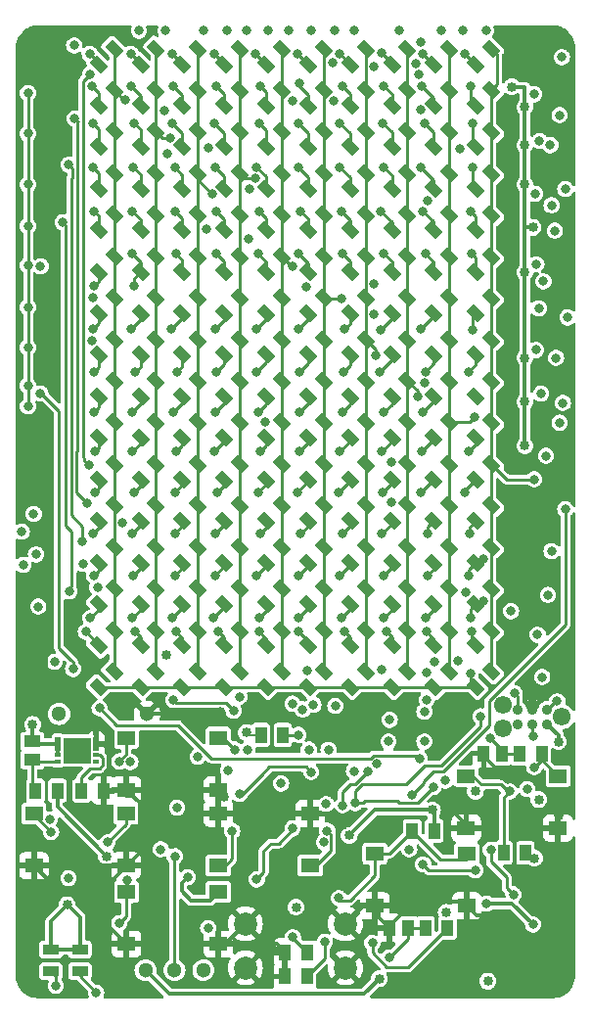
<source format=gbr>
%TF.GenerationSoftware,KiCad,Pcbnew,7.0.1*%
%TF.CreationDate,2024-01-25T20:04:35+01:00*%
%TF.ProjectId,PicBytesMicro,50696342-7974-4657-934d-6963726f2e6b,rev?*%
%TF.SameCoordinates,Original*%
%TF.FileFunction,Copper,L1,Top*%
%TF.FilePolarity,Positive*%
%FSLAX46Y46*%
G04 Gerber Fmt 4.6, Leading zero omitted, Abs format (unit mm)*
G04 Created by KiCad (PCBNEW 7.0.1) date 2024-01-25 20:04:35*
%MOMM*%
%LPD*%
G01*
G04 APERTURE LIST*
G04 Aperture macros list*
%AMRotRect*
0 Rectangle, with rotation*
0 The origin of the aperture is its center*
0 $1 length*
0 $2 width*
0 $3 Rotation angle, in degrees counterclockwise*
0 Add horizontal line*
21,1,$1,$2,0,0,$3*%
G04 Aperture macros list end*
%TA.AperFunction,SMDPad,CuDef*%
%ADD10RotRect,0.900000X1.400000X45.000000*%
%TD*%
%TA.AperFunction,SMDPad,CuDef*%
%ADD11R,1.400000X0.900000*%
%TD*%
%TA.AperFunction,SMDPad,CuDef*%
%ADD12R,1.000000X1.450000*%
%TD*%
%TA.AperFunction,SMDPad,CuDef*%
%ADD13C,0.889000*%
%TD*%
%TA.AperFunction,ComponentPad*%
%ADD14C,1.550000*%
%TD*%
%TA.AperFunction,SMDPad,CuDef*%
%ADD15R,1.550000X1.300000*%
%TD*%
%TA.AperFunction,SMDPad,CuDef*%
%ADD16R,1.020000X1.470000*%
%TD*%
%TA.AperFunction,SMDPad,CuDef*%
%ADD17R,0.500000X1.200000*%
%TD*%
%TA.AperFunction,SMDPad,CuDef*%
%ADD18R,0.500000X0.400000*%
%TD*%
%TA.AperFunction,SMDPad,CuDef*%
%ADD19R,2.400000X2.210000*%
%TD*%
%TA.AperFunction,SMDPad,CuDef*%
%ADD20R,1.470000X1.020000*%
%TD*%
%TA.AperFunction,ComponentPad*%
%ADD21C,2.000000*%
%TD*%
%TA.AperFunction,ComponentPad*%
%ADD22C,1.300000*%
%TD*%
%TA.AperFunction,ViaPad*%
%ADD23C,0.850000*%
%TD*%
%TA.AperFunction,ViaPad*%
%ADD24C,0.800000*%
%TD*%
%TA.AperFunction,Conductor*%
%ADD25C,0.350000*%
%TD*%
%TA.AperFunction,Conductor*%
%ADD26C,0.250000*%
%TD*%
%TA.AperFunction,Conductor*%
%ADD27C,0.200000*%
%TD*%
G04 APERTURE END LIST*
D10*
%TO.P,LED1,1,K*%
%TO.N,R0*%
X120209307Y-49695443D03*
%TO.P,LED1,2,A*%
%TO.N,C1*%
X121552809Y-48351941D03*
%TD*%
%TO.P,LED2,1,K*%
%TO.N,R1*%
X120209307Y-53287546D03*
%TO.P,LED2,2,A*%
%TO.N,C1*%
X121552809Y-51944044D03*
%TD*%
%TO.P,LED3,1,K*%
%TO.N,R2*%
X120209307Y-56879648D03*
%TO.P,LED3,2,A*%
%TO.N,C1*%
X121552809Y-55536146D03*
%TD*%
%TO.P,LED4,1,K*%
%TO.N,R3*%
X120209307Y-60471751D03*
%TO.P,LED4,2,A*%
%TO.N,C1*%
X121552809Y-59128249D03*
%TD*%
%TO.P,LED5,1,K*%
%TO.N,R4*%
X120209307Y-64063853D03*
%TO.P,LED5,2,A*%
%TO.N,C1*%
X121552809Y-62720351D03*
%TD*%
%TO.P,LED6,1,K*%
%TO.N,R5*%
X120209307Y-67655956D03*
%TO.P,LED6,2,A*%
%TO.N,C1*%
X121552809Y-66312454D03*
%TD*%
%TO.P,LED7,1,K*%
%TO.N,R6*%
X120209307Y-71248058D03*
%TO.P,LED7,2,A*%
%TO.N,C1*%
X121552809Y-69904556D03*
%TD*%
%TO.P,LED8,1,K*%
%TO.N,R7*%
X120209307Y-74840160D03*
%TO.P,LED8,2,A*%
%TO.N,C1*%
X121552809Y-73496658D03*
%TD*%
%TO.P,LED9,1,K*%
%TO.N,R8*%
X120209307Y-78432263D03*
%TO.P,LED9,2,A*%
%TO.N,C1*%
X121552809Y-77088761D03*
%TD*%
%TO.P,LED10,1,K*%
%TO.N,R9*%
X120209307Y-82024365D03*
%TO.P,LED10,2,A*%
%TO.N,C1*%
X121552809Y-80680863D03*
%TD*%
%TO.P,LED11,1,K*%
%TO.N,R10*%
X120209307Y-85616468D03*
%TO.P,LED11,2,A*%
%TO.N,C1*%
X121552809Y-84272966D03*
%TD*%
%TO.P,LED12,1,K*%
%TO.N,R11*%
X120209307Y-89208570D03*
%TO.P,LED12,2,A*%
%TO.N,C1*%
X121552809Y-87865068D03*
%TD*%
%TO.P,LED13,1,K*%
%TO.N,R12*%
X120209307Y-92800673D03*
%TO.P,LED13,2,A*%
%TO.N,C1*%
X121552809Y-91457171D03*
%TD*%
%TO.P,LED14,1,K*%
%TO.N,R13*%
X120209307Y-96392775D03*
%TO.P,LED14,2,A*%
%TO.N,C1*%
X121552809Y-95049273D03*
%TD*%
%TO.P,LED15,1,K*%
%TO.N,R14*%
X120209307Y-99984878D03*
%TO.P,LED15,2,A*%
%TO.N,C1*%
X121552809Y-98641376D03*
%TD*%
%TO.P,LED16,1,K*%
%TO.N,R15*%
X120209307Y-103576980D03*
%TO.P,LED16,2,A*%
%TO.N,C1*%
X121552809Y-102233478D03*
%TD*%
%TO.P,LED17,1,K*%
%TO.N,R0*%
X123835778Y-49695443D03*
%TO.P,LED17,2,A*%
%TO.N,C2*%
X125179280Y-48351941D03*
%TD*%
%TO.P,LED18,1,K*%
%TO.N,R1*%
X123835778Y-53287545D03*
%TO.P,LED18,2,A*%
%TO.N,C2*%
X125179280Y-51944043D03*
%TD*%
%TO.P,LED19,1,K*%
%TO.N,R2*%
X123835778Y-56879648D03*
%TO.P,LED19,2,A*%
%TO.N,C2*%
X125179280Y-55536146D03*
%TD*%
%TO.P,LED20,1,K*%
%TO.N,R3*%
X123835778Y-60471750D03*
%TO.P,LED20,2,A*%
%TO.N,C2*%
X125179280Y-59128248D03*
%TD*%
%TO.P,LED21,1,K*%
%TO.N,R4*%
X123835778Y-64063852D03*
%TO.P,LED21,2,A*%
%TO.N,C2*%
X125179280Y-62720350D03*
%TD*%
%TO.P,LED22,1,K*%
%TO.N,R5*%
X123835778Y-67655955D03*
%TO.P,LED22,2,A*%
%TO.N,C2*%
X125179280Y-66312453D03*
%TD*%
%TO.P,LED23,1,K*%
%TO.N,R6*%
X123835778Y-71248057D03*
%TO.P,LED23,2,A*%
%TO.N,C2*%
X125179280Y-69904555D03*
%TD*%
%TO.P,LED24,1,K*%
%TO.N,R7*%
X123835778Y-74840160D03*
%TO.P,LED24,2,A*%
%TO.N,C2*%
X125179280Y-73496658D03*
%TD*%
%TO.P,LED25,1,K*%
%TO.N,R8*%
X123835778Y-78432262D03*
%TO.P,LED25,2,A*%
%TO.N,C2*%
X125179280Y-77088760D03*
%TD*%
%TO.P,LED26,1,K*%
%TO.N,R9*%
X123835778Y-82024365D03*
%TO.P,LED26,2,A*%
%TO.N,C2*%
X125179280Y-80680863D03*
%TD*%
%TO.P,LED27,1,K*%
%TO.N,R10*%
X123835778Y-85616467D03*
%TO.P,LED27,2,A*%
%TO.N,C2*%
X125179280Y-84272965D03*
%TD*%
%TO.P,LED28,1,K*%
%TO.N,R11*%
X123835778Y-89208570D03*
%TO.P,LED28,2,A*%
%TO.N,C2*%
X125179280Y-87865068D03*
%TD*%
%TO.P,LED29,1,K*%
%TO.N,R12*%
X123835778Y-92800672D03*
%TO.P,LED29,2,A*%
%TO.N,C2*%
X125179280Y-91457170D03*
%TD*%
%TO.P,LED30,1,K*%
%TO.N,R13*%
X123835778Y-96392775D03*
%TO.P,LED30,2,A*%
%TO.N,C2*%
X125179280Y-95049273D03*
%TD*%
%TO.P,LED31,1,K*%
%TO.N,R14*%
X123835778Y-99984877D03*
%TO.P,LED31,2,A*%
%TO.N,C2*%
X125179280Y-98641375D03*
%TD*%
%TO.P,LED32,1,K*%
%TO.N,R15*%
X123835778Y-103576979D03*
%TO.P,LED32,2,A*%
%TO.N,C2*%
X125179280Y-102233477D03*
%TD*%
%TO.P,LED33,1,K*%
%TO.N,R0*%
X127462249Y-49695443D03*
%TO.P,LED33,2,A*%
%TO.N,C3*%
X128805751Y-48351941D03*
%TD*%
%TO.P,LED34,1,K*%
%TO.N,R1*%
X127462249Y-53287546D03*
%TO.P,LED34,2,A*%
%TO.N,C3*%
X128805751Y-51944044D03*
%TD*%
%TO.P,LED35,1,K*%
%TO.N,R2*%
X127462249Y-56879648D03*
%TO.P,LED35,2,A*%
%TO.N,C3*%
X128805751Y-55536146D03*
%TD*%
%TO.P,LED36,1,K*%
%TO.N,R3*%
X127462249Y-60471751D03*
%TO.P,LED36,2,A*%
%TO.N,C3*%
X128805751Y-59128249D03*
%TD*%
%TO.P,LED37,1,K*%
%TO.N,R4*%
X127462249Y-64063853D03*
%TO.P,LED37,2,A*%
%TO.N,C3*%
X128805751Y-62720351D03*
%TD*%
%TO.P,LED38,1,K*%
%TO.N,R5*%
X127462249Y-67655956D03*
%TO.P,LED38,2,A*%
%TO.N,C3*%
X128805751Y-66312454D03*
%TD*%
%TO.P,LED39,1,K*%
%TO.N,R6*%
X127462249Y-71248058D03*
%TO.P,LED39,2,A*%
%TO.N,C3*%
X128805751Y-69904556D03*
%TD*%
%TO.P,LED40,1,K*%
%TO.N,R7*%
X127462249Y-74840160D03*
%TO.P,LED40,2,A*%
%TO.N,C3*%
X128805751Y-73496658D03*
%TD*%
%TO.P,LED41,1,K*%
%TO.N,R8*%
X127462249Y-78432263D03*
%TO.P,LED41,2,A*%
%TO.N,C3*%
X128805751Y-77088761D03*
%TD*%
%TO.P,LED42,1,K*%
%TO.N,R9*%
X127462249Y-82024365D03*
%TO.P,LED42,2,A*%
%TO.N,C3*%
X128805751Y-80680863D03*
%TD*%
%TO.P,LED43,1,K*%
%TO.N,R10*%
X127462249Y-85616468D03*
%TO.P,LED43,2,A*%
%TO.N,C3*%
X128805751Y-84272966D03*
%TD*%
%TO.P,LED44,1,K*%
%TO.N,R11*%
X127462249Y-89208570D03*
%TO.P,LED44,2,A*%
%TO.N,C3*%
X128805751Y-87865068D03*
%TD*%
%TO.P,LED45,1,K*%
%TO.N,R12*%
X127462249Y-92800673D03*
%TO.P,LED45,2,A*%
%TO.N,C3*%
X128805751Y-91457171D03*
%TD*%
%TO.P,LED46,1,K*%
%TO.N,R13*%
X127462249Y-96392775D03*
%TO.P,LED46,2,A*%
%TO.N,C3*%
X128805751Y-95049273D03*
%TD*%
%TO.P,LED47,1,K*%
%TO.N,R14*%
X127462249Y-99984878D03*
%TO.P,LED47,2,A*%
%TO.N,C3*%
X128805751Y-98641376D03*
%TD*%
%TO.P,LED48,1,K*%
%TO.N,R15*%
X127462249Y-103576980D03*
%TO.P,LED48,2,A*%
%TO.N,C3*%
X128805751Y-102233478D03*
%TD*%
%TO.P,LED49,1,K*%
%TO.N,R0*%
X131088720Y-49695443D03*
%TO.P,LED49,2,A*%
%TO.N,C4*%
X132432222Y-48351941D03*
%TD*%
%TO.P,LED50,1,K*%
%TO.N,R1*%
X131088720Y-53287546D03*
%TO.P,LED50,2,A*%
%TO.N,C4*%
X132432222Y-51944044D03*
%TD*%
%TO.P,LED51,1,K*%
%TO.N,R2*%
X131088720Y-56879648D03*
%TO.P,LED51,2,A*%
%TO.N,C4*%
X132432222Y-55536146D03*
%TD*%
%TO.P,LED52,1,K*%
%TO.N,R3*%
X131088720Y-60471751D03*
%TO.P,LED52,2,A*%
%TO.N,C4*%
X132432222Y-59128249D03*
%TD*%
%TO.P,LED53,1,K*%
%TO.N,R4*%
X131088720Y-64063853D03*
%TO.P,LED53,2,A*%
%TO.N,C4*%
X132432222Y-62720351D03*
%TD*%
%TO.P,LED54,1,K*%
%TO.N,R5*%
X131088720Y-67655956D03*
%TO.P,LED54,2,A*%
%TO.N,C4*%
X132432222Y-66312454D03*
%TD*%
%TO.P,LED55,1,K*%
%TO.N,R6*%
X131088720Y-71248058D03*
%TO.P,LED55,2,A*%
%TO.N,C4*%
X132432222Y-69904556D03*
%TD*%
%TO.P,LED56,1,K*%
%TO.N,R7*%
X131088720Y-74840160D03*
%TO.P,LED56,2,A*%
%TO.N,C4*%
X132432222Y-73496658D03*
%TD*%
%TO.P,LED57,1,K*%
%TO.N,R8*%
X131088720Y-78432263D03*
%TO.P,LED57,2,A*%
%TO.N,C4*%
X132432222Y-77088761D03*
%TD*%
%TO.P,LED58,1,K*%
%TO.N,R9*%
X131088720Y-82024365D03*
%TO.P,LED58,2,A*%
%TO.N,C4*%
X132432222Y-80680863D03*
%TD*%
%TO.P,LED59,1,K*%
%TO.N,R10*%
X131088720Y-85616468D03*
%TO.P,LED59,2,A*%
%TO.N,C4*%
X132432222Y-84272966D03*
%TD*%
%TO.P,LED60,1,K*%
%TO.N,R11*%
X131088720Y-89208570D03*
%TO.P,LED60,2,A*%
%TO.N,C4*%
X132432222Y-87865068D03*
%TD*%
%TO.P,LED61,1,K*%
%TO.N,R12*%
X131088720Y-92800673D03*
%TO.P,LED61,2,A*%
%TO.N,C4*%
X132432222Y-91457171D03*
%TD*%
%TO.P,LED62,1,K*%
%TO.N,R13*%
X131088720Y-96392775D03*
%TO.P,LED62,2,A*%
%TO.N,C4*%
X132432222Y-95049273D03*
%TD*%
%TO.P,LED63,1,K*%
%TO.N,R14*%
X131088720Y-99984878D03*
%TO.P,LED63,2,A*%
%TO.N,C4*%
X132432222Y-98641376D03*
%TD*%
%TO.P,LED64,1,K*%
%TO.N,R15*%
X131088720Y-103576980D03*
%TO.P,LED64,2,A*%
%TO.N,C4*%
X132432222Y-102233478D03*
%TD*%
%TO.P,LED65,1,K*%
%TO.N,R0*%
X134715191Y-49695443D03*
%TO.P,LED65,2,A*%
%TO.N,C5*%
X136058693Y-48351941D03*
%TD*%
%TO.P,LED66,1,K*%
%TO.N,R1*%
X134715191Y-53287546D03*
%TO.P,LED66,2,A*%
%TO.N,C5*%
X136058693Y-51944044D03*
%TD*%
%TO.P,LED67,1,K*%
%TO.N,R2*%
X134715191Y-56879648D03*
%TO.P,LED67,2,A*%
%TO.N,C5*%
X136058693Y-55536146D03*
%TD*%
%TO.P,LED68,1,K*%
%TO.N,R3*%
X134715191Y-60471751D03*
%TO.P,LED68,2,A*%
%TO.N,C5*%
X136058693Y-59128249D03*
%TD*%
%TO.P,LED69,1,K*%
%TO.N,R4*%
X134715191Y-64063853D03*
%TO.P,LED69,2,A*%
%TO.N,C5*%
X136058693Y-62720351D03*
%TD*%
%TO.P,LED70,1,K*%
%TO.N,R5*%
X134715191Y-67655956D03*
%TO.P,LED70,2,A*%
%TO.N,C5*%
X136058693Y-66312454D03*
%TD*%
%TO.P,LED71,1,K*%
%TO.N,R6*%
X134715191Y-71248058D03*
%TO.P,LED71,2,A*%
%TO.N,C5*%
X136058693Y-69904556D03*
%TD*%
%TO.P,LED72,1,K*%
%TO.N,R7*%
X134715191Y-74840160D03*
%TO.P,LED72,2,A*%
%TO.N,C5*%
X136058693Y-73496658D03*
%TD*%
%TO.P,LED73,1,K*%
%TO.N,R8*%
X134715191Y-78432263D03*
%TO.P,LED73,2,A*%
%TO.N,C5*%
X136058693Y-77088761D03*
%TD*%
%TO.P,LED74,1,K*%
%TO.N,R9*%
X134715191Y-82024365D03*
%TO.P,LED74,2,A*%
%TO.N,C5*%
X136058693Y-80680863D03*
%TD*%
%TO.P,LED75,1,K*%
%TO.N,R10*%
X134715191Y-85616468D03*
%TO.P,LED75,2,A*%
%TO.N,C5*%
X136058693Y-84272966D03*
%TD*%
%TO.P,LED76,1,K*%
%TO.N,R11*%
X134715191Y-89208570D03*
%TO.P,LED76,2,A*%
%TO.N,C5*%
X136058693Y-87865068D03*
%TD*%
%TO.P,LED77,1,K*%
%TO.N,R12*%
X134715191Y-92800673D03*
%TO.P,LED77,2,A*%
%TO.N,C5*%
X136058693Y-91457171D03*
%TD*%
%TO.P,LED78,1,K*%
%TO.N,R13*%
X134715191Y-96392775D03*
%TO.P,LED78,2,A*%
%TO.N,C5*%
X136058693Y-95049273D03*
%TD*%
%TO.P,LED79,1,K*%
%TO.N,R14*%
X134715191Y-99984878D03*
%TO.P,LED79,2,A*%
%TO.N,C5*%
X136058693Y-98641376D03*
%TD*%
%TO.P,LED80,1,K*%
%TO.N,R15*%
X134715191Y-103576980D03*
%TO.P,LED80,2,A*%
%TO.N,C5*%
X136058693Y-102233478D03*
%TD*%
%TO.P,LED81,1,K*%
%TO.N,R0*%
X138341662Y-49695443D03*
%TO.P,LED81,2,A*%
%TO.N,C6*%
X139685164Y-48351941D03*
%TD*%
%TO.P,LED82,1,K*%
%TO.N,R1*%
X138341662Y-53287546D03*
%TO.P,LED82,2,A*%
%TO.N,C6*%
X139685164Y-51944044D03*
%TD*%
%TO.P,LED83,1,K*%
%TO.N,R2*%
X138341662Y-56879648D03*
%TO.P,LED83,2,A*%
%TO.N,C6*%
X139685164Y-55536146D03*
%TD*%
%TO.P,LED84,1,K*%
%TO.N,R3*%
X138341662Y-60471751D03*
%TO.P,LED84,2,A*%
%TO.N,C6*%
X139685164Y-59128249D03*
%TD*%
%TO.P,LED85,1,K*%
%TO.N,R4*%
X138341662Y-64063853D03*
%TO.P,LED85,2,A*%
%TO.N,C6*%
X139685164Y-62720351D03*
%TD*%
%TO.P,LED86,1,K*%
%TO.N,R5*%
X138341662Y-67655956D03*
%TO.P,LED86,2,A*%
%TO.N,C6*%
X139685164Y-66312454D03*
%TD*%
%TO.P,LED87,1,K*%
%TO.N,R6*%
X138341662Y-71248058D03*
%TO.P,LED87,2,A*%
%TO.N,C6*%
X139685164Y-69904556D03*
%TD*%
%TO.P,LED88,1,K*%
%TO.N,R7*%
X138341662Y-74840160D03*
%TO.P,LED88,2,A*%
%TO.N,C6*%
X139685164Y-73496658D03*
%TD*%
%TO.P,LED89,1,K*%
%TO.N,R8*%
X138341662Y-78432263D03*
%TO.P,LED89,2,A*%
%TO.N,C6*%
X139685164Y-77088761D03*
%TD*%
%TO.P,LED90,1,K*%
%TO.N,R9*%
X138341662Y-82024365D03*
%TO.P,LED90,2,A*%
%TO.N,C6*%
X139685164Y-80680863D03*
%TD*%
%TO.P,LED91,1,K*%
%TO.N,R10*%
X138341662Y-85616468D03*
%TO.P,LED91,2,A*%
%TO.N,C6*%
X139685164Y-84272966D03*
%TD*%
%TO.P,LED92,1,K*%
%TO.N,R11*%
X138341662Y-89208570D03*
%TO.P,LED92,2,A*%
%TO.N,C6*%
X139685164Y-87865068D03*
%TD*%
%TO.P,LED93,1,K*%
%TO.N,R12*%
X138341662Y-92800673D03*
%TO.P,LED93,2,A*%
%TO.N,C6*%
X139685164Y-91457171D03*
%TD*%
%TO.P,LED94,1,K*%
%TO.N,R13*%
X138341662Y-96392775D03*
%TO.P,LED94,2,A*%
%TO.N,C6*%
X139685164Y-95049273D03*
%TD*%
%TO.P,LED95,1,K*%
%TO.N,R14*%
X138341662Y-99984878D03*
%TO.P,LED95,2,A*%
%TO.N,C6*%
X139685164Y-98641376D03*
%TD*%
%TO.P,LED96,1,K*%
%TO.N,R15*%
X138341662Y-103576980D03*
%TO.P,LED96,2,A*%
%TO.N,C6*%
X139685164Y-102233478D03*
%TD*%
%TO.P,LED97,1,K*%
%TO.N,R0*%
X141968133Y-49695443D03*
%TO.P,LED97,2,A*%
%TO.N,C7*%
X143311635Y-48351941D03*
%TD*%
%TO.P,LED98,1,K*%
%TO.N,R1*%
X141968133Y-53287546D03*
%TO.P,LED98,2,A*%
%TO.N,C7*%
X143311635Y-51944044D03*
%TD*%
%TO.P,LED99,1,K*%
%TO.N,R2*%
X141968133Y-56879648D03*
%TO.P,LED99,2,A*%
%TO.N,C7*%
X143311635Y-55536146D03*
%TD*%
%TO.P,LED100,1,K*%
%TO.N,R3*%
X141968133Y-60471751D03*
%TO.P,LED100,2,A*%
%TO.N,C7*%
X143311635Y-59128249D03*
%TD*%
%TO.P,LED101,1,K*%
%TO.N,R4*%
X141968133Y-64063853D03*
%TO.P,LED101,2,A*%
%TO.N,C7*%
X143311635Y-62720351D03*
%TD*%
%TO.P,LED102,1,K*%
%TO.N,R5*%
X141968133Y-67655956D03*
%TO.P,LED102,2,A*%
%TO.N,C7*%
X143311635Y-66312454D03*
%TD*%
%TO.P,LED103,1,K*%
%TO.N,R6*%
X141968133Y-71248058D03*
%TO.P,LED103,2,A*%
%TO.N,C7*%
X143311635Y-69904556D03*
%TD*%
%TO.P,LED104,1,K*%
%TO.N,R7*%
X141968133Y-74840160D03*
%TO.P,LED104,2,A*%
%TO.N,C7*%
X143311635Y-73496658D03*
%TD*%
%TO.P,LED105,1,K*%
%TO.N,R8*%
X141968133Y-78432263D03*
%TO.P,LED105,2,A*%
%TO.N,C7*%
X143311635Y-77088761D03*
%TD*%
%TO.P,LED106,1,K*%
%TO.N,R9*%
X141968133Y-82024365D03*
%TO.P,LED106,2,A*%
%TO.N,C7*%
X143311635Y-80680863D03*
%TD*%
%TO.P,LED107,1,K*%
%TO.N,R10*%
X141968133Y-85616468D03*
%TO.P,LED107,2,A*%
%TO.N,C7*%
X143311635Y-84272966D03*
%TD*%
%TO.P,LED108,1,K*%
%TO.N,R11*%
X141968133Y-89208570D03*
%TO.P,LED108,2,A*%
%TO.N,C7*%
X143311635Y-87865068D03*
%TD*%
%TO.P,LED109,1,K*%
%TO.N,R12*%
X141968133Y-92800673D03*
%TO.P,LED109,2,A*%
%TO.N,C7*%
X143311635Y-91457171D03*
%TD*%
%TO.P,LED110,1,K*%
%TO.N,R13*%
X141968133Y-96392775D03*
%TO.P,LED110,2,A*%
%TO.N,C7*%
X143311635Y-95049273D03*
%TD*%
%TO.P,LED111,1,K*%
%TO.N,R14*%
X141968133Y-99984878D03*
%TO.P,LED111,2,A*%
%TO.N,C7*%
X143311635Y-98641376D03*
%TD*%
%TO.P,LED112,1,K*%
%TO.N,R15*%
X141968133Y-103576980D03*
%TO.P,LED112,2,A*%
%TO.N,C7*%
X143311635Y-102233478D03*
%TD*%
%TO.P,LED113,1,K*%
%TO.N,R0*%
X145594604Y-49695443D03*
%TO.P,LED113,2,A*%
%TO.N,C8*%
X146938106Y-48351941D03*
%TD*%
%TO.P,LED114,1,K*%
%TO.N,R1*%
X145594604Y-53287546D03*
%TO.P,LED114,2,A*%
%TO.N,C8*%
X146938106Y-51944044D03*
%TD*%
%TO.P,LED115,1,K*%
%TO.N,R2*%
X145594604Y-56879648D03*
%TO.P,LED115,2,A*%
%TO.N,C8*%
X146938106Y-55536146D03*
%TD*%
%TO.P,LED116,1,K*%
%TO.N,R3*%
X145594604Y-60471751D03*
%TO.P,LED116,2,A*%
%TO.N,C8*%
X146938106Y-59128249D03*
%TD*%
%TO.P,LED117,1,K*%
%TO.N,R4*%
X145594604Y-64063853D03*
%TO.P,LED117,2,A*%
%TO.N,C8*%
X146938106Y-62720351D03*
%TD*%
%TO.P,LED118,1,K*%
%TO.N,R5*%
X145594604Y-67655956D03*
%TO.P,LED118,2,A*%
%TO.N,C8*%
X146938106Y-66312454D03*
%TD*%
%TO.P,LED119,1,K*%
%TO.N,R6*%
X145594604Y-71248058D03*
%TO.P,LED119,2,A*%
%TO.N,C8*%
X146938106Y-69904556D03*
%TD*%
%TO.P,LED120,1,K*%
%TO.N,R7*%
X145594604Y-74840160D03*
%TO.P,LED120,2,A*%
%TO.N,C8*%
X146938106Y-73496658D03*
%TD*%
%TO.P,LED121,1,K*%
%TO.N,R8*%
X145594604Y-78432263D03*
%TO.P,LED121,2,A*%
%TO.N,C8*%
X146938106Y-77088761D03*
%TD*%
%TO.P,LED122,1,K*%
%TO.N,R9*%
X145594604Y-82024365D03*
%TO.P,LED122,2,A*%
%TO.N,C8*%
X146938106Y-80680863D03*
%TD*%
%TO.P,LED123,1,K*%
%TO.N,R10*%
X145594604Y-85616468D03*
%TO.P,LED123,2,A*%
%TO.N,C8*%
X146938106Y-84272966D03*
%TD*%
%TO.P,LED124,1,K*%
%TO.N,R11*%
X145594604Y-89208570D03*
%TO.P,LED124,2,A*%
%TO.N,C8*%
X146938106Y-87865068D03*
%TD*%
%TO.P,LED125,1,K*%
%TO.N,R12*%
X145594604Y-92800673D03*
%TO.P,LED125,2,A*%
%TO.N,C8*%
X146938106Y-91457171D03*
%TD*%
%TO.P,LED126,1,K*%
%TO.N,R13*%
X145594604Y-96392775D03*
%TO.P,LED126,2,A*%
%TO.N,C8*%
X146938106Y-95049273D03*
%TD*%
%TO.P,LED127,1,K*%
%TO.N,R14*%
X145594604Y-99984878D03*
%TO.P,LED127,2,A*%
%TO.N,C8*%
X146938106Y-98641376D03*
%TD*%
%TO.P,LED128,1,K*%
%TO.N,R15*%
X145594604Y-103576980D03*
%TO.P,LED128,2,A*%
%TO.N,C8*%
X146938106Y-102233478D03*
%TD*%
%TO.P,LED129,1,K*%
%TO.N,R0*%
X149221075Y-49695443D03*
%TO.P,LED129,2,A*%
%TO.N,C9*%
X150564577Y-48351941D03*
%TD*%
%TO.P,LED130,1,K*%
%TO.N,R1*%
X149221075Y-53287546D03*
%TO.P,LED130,2,A*%
%TO.N,C9*%
X150564577Y-51944044D03*
%TD*%
%TO.P,LED131,1,K*%
%TO.N,R2*%
X149221075Y-56879648D03*
%TO.P,LED131,2,A*%
%TO.N,C9*%
X150564577Y-55536146D03*
%TD*%
%TO.P,LED132,1,K*%
%TO.N,R3*%
X149221075Y-60471751D03*
%TO.P,LED132,2,A*%
%TO.N,C9*%
X150564577Y-59128249D03*
%TD*%
%TO.P,LED133,1,K*%
%TO.N,R4*%
X149221075Y-64063853D03*
%TO.P,LED133,2,A*%
%TO.N,C9*%
X150564577Y-62720351D03*
%TD*%
%TO.P,LED134,1,K*%
%TO.N,R5*%
X149221075Y-67655956D03*
%TO.P,LED134,2,A*%
%TO.N,C9*%
X150564577Y-66312454D03*
%TD*%
%TO.P,LED135,1,K*%
%TO.N,R6*%
X149221075Y-71248058D03*
%TO.P,LED135,2,A*%
%TO.N,C9*%
X150564577Y-69904556D03*
%TD*%
%TO.P,LED136,1,K*%
%TO.N,R7*%
X149221075Y-74840160D03*
%TO.P,LED136,2,A*%
%TO.N,C9*%
X150564577Y-73496658D03*
%TD*%
%TO.P,LED137,1,K*%
%TO.N,R8*%
X149221075Y-78432263D03*
%TO.P,LED137,2,A*%
%TO.N,C9*%
X150564577Y-77088761D03*
%TD*%
%TO.P,LED138,1,K*%
%TO.N,R9*%
X149221075Y-82024365D03*
%TO.P,LED138,2,A*%
%TO.N,C9*%
X150564577Y-80680863D03*
%TD*%
%TO.P,LED139,1,K*%
%TO.N,R10*%
X149221075Y-85616468D03*
%TO.P,LED139,2,A*%
%TO.N,C9*%
X150564577Y-84272966D03*
%TD*%
%TO.P,LED140,1,K*%
%TO.N,R11*%
X149221075Y-89208570D03*
%TO.P,LED140,2,A*%
%TO.N,C9*%
X150564577Y-87865068D03*
%TD*%
%TO.P,LED141,1,K*%
%TO.N,R12*%
X149221075Y-92800673D03*
%TO.P,LED141,2,A*%
%TO.N,C9*%
X150564577Y-91457171D03*
%TD*%
%TO.P,LED142,1,K*%
%TO.N,R13*%
X149221075Y-96392775D03*
%TO.P,LED142,2,A*%
%TO.N,C9*%
X150564577Y-95049273D03*
%TD*%
%TO.P,LED143,1,K*%
%TO.N,R14*%
X149221075Y-99984878D03*
%TO.P,LED143,2,A*%
%TO.N,C9*%
X150564577Y-98641376D03*
%TD*%
%TO.P,LED144,1,K*%
%TO.N,R15*%
X149221075Y-103576980D03*
%TO.P,LED144,2,A*%
%TO.N,C9*%
X150564577Y-102233478D03*
%TD*%
%TO.P,LED145,1,K*%
%TO.N,R0*%
X152847546Y-49695443D03*
%TO.P,LED145,2,A*%
%TO.N,C10*%
X154191048Y-48351941D03*
%TD*%
%TO.P,LED146,1,K*%
%TO.N,R1*%
X152847546Y-53287546D03*
%TO.P,LED146,2,A*%
%TO.N,C10*%
X154191048Y-51944044D03*
%TD*%
%TO.P,LED147,1,K*%
%TO.N,R2*%
X152847546Y-56879648D03*
%TO.P,LED147,2,A*%
%TO.N,C10*%
X154191048Y-55536146D03*
%TD*%
%TO.P,LED148,1,K*%
%TO.N,R3*%
X152847546Y-60471751D03*
%TO.P,LED148,2,A*%
%TO.N,C10*%
X154191048Y-59128249D03*
%TD*%
%TO.P,LED149,1,K*%
%TO.N,R4*%
X152847546Y-64063853D03*
%TO.P,LED149,2,A*%
%TO.N,C10*%
X154191048Y-62720351D03*
%TD*%
%TO.P,LED150,1,K*%
%TO.N,R5*%
X152847546Y-67655956D03*
%TO.P,LED150,2,A*%
%TO.N,C10*%
X154191048Y-66312454D03*
%TD*%
%TO.P,LED151,1,K*%
%TO.N,R6*%
X152847546Y-71248058D03*
%TO.P,LED151,2,A*%
%TO.N,C10*%
X154191048Y-69904556D03*
%TD*%
%TO.P,LED152,1,K*%
%TO.N,R7*%
X152847546Y-74840160D03*
%TO.P,LED152,2,A*%
%TO.N,C10*%
X154191048Y-73496658D03*
%TD*%
%TO.P,LED153,1,K*%
%TO.N,R8*%
X152847546Y-78432263D03*
%TO.P,LED153,2,A*%
%TO.N,C10*%
X154191048Y-77088761D03*
%TD*%
%TO.P,LED154,1,K*%
%TO.N,R9*%
X152847546Y-82024365D03*
%TO.P,LED154,2,A*%
%TO.N,C10*%
X154191048Y-80680863D03*
%TD*%
%TO.P,LED155,1,K*%
%TO.N,R10*%
X152847546Y-85616468D03*
%TO.P,LED155,2,A*%
%TO.N,C10*%
X154191048Y-84272966D03*
%TD*%
%TO.P,LED156,1,K*%
%TO.N,R11*%
X152847546Y-89208570D03*
%TO.P,LED156,2,A*%
%TO.N,C10*%
X154191048Y-87865068D03*
%TD*%
%TO.P,LED157,1,K*%
%TO.N,R12*%
X152847546Y-92800673D03*
%TO.P,LED157,2,A*%
%TO.N,C10*%
X154191048Y-91457171D03*
%TD*%
%TO.P,LED158,1,K*%
%TO.N,R13*%
X152847546Y-96392775D03*
%TO.P,LED158,2,A*%
%TO.N,C10*%
X154191048Y-95049273D03*
%TD*%
%TO.P,LED159,1,K*%
%TO.N,R14*%
X152847546Y-99984878D03*
%TO.P,LED159,2,A*%
%TO.N,C10*%
X154191048Y-98641376D03*
%TD*%
%TO.P,LED160,1,K*%
%TO.N,R15*%
X152847546Y-103576980D03*
%TO.P,LED160,2,A*%
%TO.N,C10*%
X154191048Y-102233478D03*
%TD*%
D11*
%TO.P,LED_Green_bms1,1,K*%
%TO.N,Net-(LED_Green_bms1-K)*%
X116092500Y-128150000D03*
%TO.P,LED_Green_bms1,2,A*%
%TO.N,BMS_Vcc*%
X116092500Y-126250000D03*
%TD*%
%TO.P,LED_RED_bms1,1,K*%
%TO.N,Net-(LED_RED_bms1-K)*%
X118600000Y-128150000D03*
%TO.P,LED_RED_bms1,2,A*%
%TO.N,BMS_Vcc*%
X118600000Y-126250000D03*
%TD*%
D12*
%TO.P,R_10K_12,1*%
%TO.N,Net-(R_10K_10-Pad2)*%
X155250000Y-117900000D03*
%TO.P,R_10K_12,2*%
%TO.N,Vcc_main*%
X157150000Y-117900000D03*
%TD*%
%TO.P,R_10K_13,1*%
%TO.N,Net-(R_10K_11-Pad2)*%
X147350000Y-116000000D03*
%TO.P,R_10K_13,2*%
%TO.N,Vcc_main*%
X149250000Y-116000000D03*
%TD*%
%TO.P,R_5.1_1,1*%
%TO.N,Vgnd_main*%
X136350000Y-126500000D03*
%TO.P,R_5.1_1,2*%
%TO.N,Net-(J_USB_C1-CC2)*%
X138250000Y-126500000D03*
%TD*%
%TO.P,R_5.1k_1,1*%
%TO.N,Vgnd_main*%
X136350000Y-128600000D03*
%TO.P,R_5.1k_1,2*%
%TO.N,Net-(J_USB_C1-CC1)*%
X138250000Y-128600000D03*
%TD*%
%TO.P,R_10K_11,1*%
%TO.N,S_a*%
X148500000Y-124400000D03*
%TO.P,R_10K_11,2*%
%TO.N,Net-(R_10K_11-Pad2)*%
X150400000Y-124400000D03*
%TD*%
D13*
%TO.P,J1,1,-MCLR/VPP*%
%TO.N,MCLR*%
X159040000Y-105500000D03*
%TO.P,J1,2,VDD*%
%TO.N,Vcc_main*%
X159040000Y-106770000D03*
%TO.P,J1,3,GND*%
%TO.N,Vgnd_main*%
X157770000Y-105500000D03*
%TO.P,J1,4,PGD_(ICSPDAT)*%
%TO.N,ICSPDA*%
X157770000Y-106770000D03*
%TO.P,J1,5,PGC_(ICSPCLK)*%
%TO.N,ICSPCLK*%
X156500000Y-105500000D03*
%TO.P,J1,6,UNUSED/LVP*%
%TO.N,unconnected-(J1-UNUSED{slash}LVP-Pad6)*%
X156500000Y-106770000D03*
D14*
%TO.P,J1,7*%
%TO.N,N/C*%
X160310000Y-106135000D03*
%TO.P,J1,8*%
X155230000Y-107151000D03*
%TO.P,J1,9*%
X155230000Y-105119000D03*
%TD*%
D15*
%TO.P,S_b1,1,1*%
%TO.N,Net-(R_10K_10-Pad2)*%
X152025065Y-111271365D03*
%TO.P,S_b1,2,2*%
%TO.N,Vgnd_main*%
X152025065Y-115771365D03*
%TO.P,S_b1,3,3*%
%TO.N,Net-(R_10K_10-Pad2)*%
X159975065Y-111271365D03*
%TO.P,S_b1,4,4*%
%TO.N,Vgnd_main*%
X159975065Y-115771365D03*
%TD*%
D12*
%TO.P,R4,1*%
%TO.N,Vdc_battery*%
X136150000Y-107700000D03*
%TO.P,R4,2*%
%TO.N,BAT+*%
X134250000Y-107700000D03*
%TD*%
D15*
%TO.P,S_left1,1,1*%
%TO.N,Net-(R_10K_2-Pad2)*%
X114625000Y-114500000D03*
%TO.P,S_left1,2,2*%
%TO.N,Vgnd_main*%
X114625000Y-119000000D03*
%TO.P,S_left1,3,3*%
%TO.N,Net-(R_10K_2-Pad2)*%
X122575000Y-114500000D03*
%TO.P,S_left1,4,4*%
%TO.N,Vgnd_main*%
X122575000Y-119000000D03*
%TD*%
D16*
%TO.P,C_22p_6,1*%
%TO.N,S_b*%
X155150000Y-109300000D03*
%TO.P,C_22p_6,2*%
%TO.N,Vgnd_main*%
X153550000Y-109300000D03*
%TD*%
D12*
%TO.P,R1,1*%
%TO.N,BAT+*%
X116650000Y-112525000D03*
%TO.P,R1,2*%
%TO.N,Net-(IC1-VDD)*%
X114750000Y-112525000D03*
%TD*%
D16*
%TO.P,C_22p_7,1*%
%TO.N,S_a*%
X147000000Y-124400000D03*
%TO.P,C_22p_7,2*%
%TO.N,Vgnd_main*%
X145400000Y-124400000D03*
%TD*%
D15*
%TO.P,S_right1,1,1*%
%TO.N,Vgnd_main*%
X130575000Y-114500000D03*
%TO.P,S_right1,2,2*%
%TO.N,Net-(C_22p_5-Pad2)*%
X130575000Y-119000000D03*
%TO.P,S_right1,3,3*%
%TO.N,Vgnd_main*%
X138525000Y-114500000D03*
%TO.P,S_right1,4,4*%
%TO.N,Net-(C_22p_5-Pad2)*%
X138525000Y-119000000D03*
%TD*%
%TO.P,S_down1,1,1*%
%TO.N,Net-(R_10K_4-Pad2)*%
X122625000Y-121292730D03*
%TO.P,S_down1,2,2*%
%TO.N,Vgnd_main*%
X122625000Y-125792730D03*
%TO.P,S_down1,3,3*%
%TO.N,Net-(R_10K_4-Pad2)*%
X130575000Y-121292730D03*
%TO.P,S_down1,4,4*%
%TO.N,Vgnd_main*%
X130575000Y-125792730D03*
%TD*%
D17*
%TO.P,IC1,1,S1*%
%TO.N,BAT-*%
X116700000Y-108500000D03*
D18*
%TO.P,IC1,2,VSS*%
X116700000Y-109450000D03*
%TO.P,IC1,3,VDD*%
%TO.N,Net-(IC1-VDD)*%
X116700000Y-110000000D03*
%TO.P,IC1,4,NC*%
%TO.N,unconnected-(IC1-NC-Pad4)*%
X120000000Y-110000000D03*
%TO.P,IC1,5,VM*%
%TO.N,Net-(IC1-VM)*%
X120000000Y-109450000D03*
D17*
%TO.P,IC1,6,S2*%
%TO.N,Vgnd_main*%
X120000000Y-108500000D03*
D19*
%TO.P,IC1,7,EP*%
%TO.N,unconnected-(IC1-EP-Pad7)*%
X118350000Y-109050000D03*
%TD*%
D12*
%TO.P,R2,1*%
%TO.N,Net-(IC1-VM)*%
X118750000Y-112525000D03*
%TO.P,R2,2*%
%TO.N,Vgnd_main*%
X120650000Y-112525000D03*
%TD*%
%TO.P,R_10K_10,1*%
%TO.N,S_b*%
X156650000Y-109300000D03*
%TO.P,R_10K_10,2*%
%TO.N,Net-(R_10K_10-Pad2)*%
X158550000Y-109300000D03*
%TD*%
D15*
%TO.P,S_up1,1,1*%
%TO.N,Net-(R_10K_5-Pad1)*%
X122625000Y-107950000D03*
%TO.P,S_up1,2,2*%
%TO.N,Vgnd_main*%
X122625000Y-112450000D03*
%TO.P,S_up1,3,3*%
%TO.N,Net-(R_10K_5-Pad1)*%
X130575000Y-107950000D03*
%TO.P,S_up1,4,4*%
%TO.N,Vgnd_main*%
X130575000Y-112450000D03*
%TD*%
%TO.P,S_a1,1,1*%
%TO.N,Net-(R_10K_11-Pad2)*%
X144125065Y-117971365D03*
%TO.P,S_a1,2,2*%
%TO.N,Vgnd_main*%
X144125065Y-122471365D03*
%TO.P,S_a1,3,3*%
%TO.N,Net-(R_10K_11-Pad2)*%
X152075065Y-117971365D03*
%TO.P,S_a1,4,4*%
%TO.N,Vgnd_main*%
X152075065Y-122471365D03*
%TD*%
D20*
%TO.P,C1,1*%
%TO.N,BAT-*%
X114485000Y-108250000D03*
%TO.P,C1,2*%
%TO.N,Net-(IC1-VDD)*%
X114485000Y-109850000D03*
%TD*%
D21*
%TO.P,J_USB_C1,MH1,MH1*%
%TO.N,Vgnd_main*%
X141570000Y-127850000D03*
%TO.P,J_USB_C1,MH2,MH2*%
X132930000Y-127850000D03*
%TO.P,J_USB_C1,MH3,MH3*%
X132930000Y-124050000D03*
%TO.P,J_USB_C1,MH4,MH4*%
X141570000Y-124050000D03*
%TD*%
D22*
%TO.P,LS1,1,+*%
%TO.N,Net-(LS1-+)*%
X116800000Y-105900000D03*
%TO.P,LS1,2,-*%
%TO.N,Vgnd_main*%
X124400000Y-105900000D03*
%TD*%
%TO.P,SW_Toggle1,1,1*%
%TO.N,BAT+*%
X124275000Y-128050000D03*
%TO.P,SW_Toggle1,2,2*%
%TO.N,Net-(IC2-EN)*%
X126775000Y-128050000D03*
%TO.P,SW_Toggle1,3,3*%
%TO.N,unconnected-(SW_Toggle1-Pad3)*%
X129275000Y-128050000D03*
%TD*%
D23*
%TO.N,BAT-*%
X114500000Y-106800000D03*
D24*
%TO.N,Net-(PIC18F45K1-RA6)*%
X128800000Y-109600000D03*
X132400000Y-104400000D03*
D23*
%TO.N,Vgnd_main*%
X130000000Y-123100000D03*
X115175500Y-81800000D03*
X124600000Y-113500000D03*
X154300000Y-123300000D03*
X150500000Y-113900000D03*
X130700000Y-105700000D03*
X160000000Y-114700000D03*
D24*
X135400000Y-115900000D03*
D23*
X157700000Y-104600000D03*
X135100000Y-125800000D03*
X157900000Y-126500000D03*
X155296365Y-111271365D03*
X133200000Y-115900000D03*
X117900000Y-104800000D03*
X131100000Y-113100000D03*
X141343765Y-115510024D03*
X119600000Y-119900000D03*
%TO.N,BMS_Vcc*%
X117500000Y-122400000D03*
X150300000Y-123050498D03*
X153900000Y-129000000D03*
X137300000Y-122600000D03*
D24*
%TO.N,Net-(PIC18F45K1-RA7)*%
X131897655Y-105625500D03*
X126700000Y-104700000D03*
D23*
%TO.N,Vcc_main*%
X158300000Y-113300000D03*
X157800000Y-63800000D03*
X157100000Y-78900000D03*
X157100000Y-75100000D03*
X157924502Y-118368492D03*
X155975000Y-51650000D03*
X160000000Y-108300000D03*
X157100000Y-60100000D03*
X157100000Y-82700000D03*
X157100000Y-67700000D03*
X157100000Y-56700000D03*
X141900000Y-116400000D03*
X152818533Y-112568230D03*
X149100000Y-114200000D03*
X157100000Y-53400000D03*
D24*
%TO.N,Net-(IC2-EN)*%
X147100000Y-117600000D03*
X126800000Y-118200000D03*
D23*
%TO.N,BAT+*%
X126100000Y-100800000D03*
X120900000Y-118200000D03*
X133000000Y-107500000D03*
X144500000Y-128800000D03*
D24*
%TO.N,Net-(C_22p_5-Pad2)*%
X131775500Y-116000000D03*
X140000000Y-116000000D03*
%TO.N,Net-(IC_BMS_TP1-PROG)*%
X153800000Y-122300000D03*
X157800000Y-124100000D03*
%TO.N,Net-(J_USB_C1-CC1)*%
X139800000Y-125600000D03*
%TO.N,Net-(J_USB_C1-CC2)*%
X137025500Y-125200000D03*
%TO.N,Net-(LED_Green_bms1-K)*%
X116500000Y-129400000D03*
%TO.N,C1*%
X122539334Y-52750792D03*
X157900000Y-52300000D03*
%TO.N,R0*%
X148289609Y-48808229D03*
X133813320Y-48799502D03*
X126569461Y-48799502D03*
X137431659Y-48798150D03*
X151938602Y-48764736D03*
X130235931Y-48799502D03*
X123000000Y-48799502D03*
X119446096Y-48799501D03*
X144696586Y-48739891D03*
X141053562Y-48776982D03*
%TO.N,R1*%
X119600000Y-51600000D03*
X144900000Y-51600000D03*
X130400000Y-51600000D03*
X152400000Y-51600000D03*
X134200000Y-51600000D03*
X141300000Y-51600000D03*
X126700000Y-51600000D03*
X123000000Y-51600000D03*
X137600500Y-51324500D03*
X148200000Y-51600000D03*
%TO.N,R2*%
X152600000Y-54800000D03*
X137500000Y-54800000D03*
X130200000Y-54800000D03*
X148400000Y-54800000D03*
X126600000Y-54800000D03*
X144800000Y-54800000D03*
X141100000Y-54800000D03*
X123300000Y-54800000D03*
X119700000Y-54800000D03*
X134100000Y-54800000D03*
%TO.N,R3*%
X144900000Y-58600000D03*
X133900000Y-58600000D03*
X126800000Y-58600000D03*
X119700000Y-58600000D03*
X130300000Y-58600000D03*
X123200000Y-58600000D03*
X152600000Y-58600000D03*
X137500000Y-58600000D03*
X148100000Y-58600000D03*
X141100000Y-58600000D03*
%TO.N,R4*%
X137700000Y-62400000D03*
X126800000Y-62400000D03*
X152400000Y-62400000D03*
X134100000Y-62400000D03*
X144600000Y-62400000D03*
X141200000Y-62400000D03*
X119800000Y-62400000D03*
X148300000Y-62400000D03*
X123100000Y-62400000D03*
X130400000Y-62400000D03*
%TO.N,R5*%
X126900000Y-66100000D03*
X130400000Y-66100000D03*
X134000000Y-66100000D03*
X144900000Y-66100000D03*
X119800000Y-68900000D03*
X137500000Y-66100000D03*
X123100000Y-66100000D03*
X148500000Y-66100000D03*
X152500000Y-66100000D03*
X123300000Y-68900000D03*
X141300000Y-66100000D03*
%TO.N,R6*%
X123000000Y-72600000D03*
X152600000Y-72700000D03*
X130300000Y-72600000D03*
X133900000Y-72600000D03*
X144600000Y-72700000D03*
X148100000Y-72600000D03*
X141500000Y-72600000D03*
X119700000Y-72600000D03*
X137500000Y-72600000D03*
X126500000Y-72600000D03*
%TO.N,R7*%
X137600000Y-76300000D03*
X141400000Y-76300000D03*
X119800000Y-76300000D03*
X152200000Y-76300000D03*
X123400000Y-76300000D03*
X130400000Y-76300000D03*
X127000000Y-76300000D03*
X148500000Y-76300000D03*
X144500000Y-76300000D03*
X133900000Y-76300000D03*
%TO.N,R8*%
X137600000Y-79800000D03*
X119800000Y-79800000D03*
X123100000Y-79800000D03*
X152847546Y-78432263D03*
X126700000Y-79800000D03*
X141300000Y-79800000D03*
X148300000Y-79800000D03*
X144900000Y-79800000D03*
X134000000Y-79800000D03*
X130300000Y-79800000D03*
%TO.N,R9*%
X148200000Y-83200000D03*
X130200000Y-83200000D03*
X141100000Y-83200000D03*
X152200000Y-83200000D03*
X119900000Y-83200000D03*
X134200000Y-83200000D03*
X144700000Y-83200000D03*
X126900000Y-83200000D03*
X123100000Y-83200000D03*
X137600000Y-83200000D03*
%TO.N,R10*%
X123300000Y-86700000D03*
X119900000Y-86700000D03*
X148100000Y-86700000D03*
X113575500Y-90127839D03*
X141000000Y-86700000D03*
X122277309Y-89400000D03*
X134000000Y-86700000D03*
X137400000Y-86700000D03*
X144800000Y-86700000D03*
X126800000Y-86700000D03*
X130500000Y-86700000D03*
X151900000Y-86700000D03*
%TO.N,R11*%
X137700000Y-90300000D03*
X141300000Y-90300000D03*
X144700000Y-90300000D03*
X126800000Y-90300000D03*
X148700000Y-90300000D03*
X123100000Y-90300000D03*
X152300000Y-90300000D03*
X119700000Y-90300000D03*
X130300000Y-90300000D03*
X134200000Y-90300000D03*
X113700000Y-93000000D03*
X118848673Y-92922162D03*
%TO.N,R12*%
X133900000Y-93900000D03*
X137500000Y-93900000D03*
X126800000Y-93900000D03*
X119800000Y-93900000D03*
X144900000Y-93900000D03*
X148700000Y-93900000D03*
X130300000Y-93900000D03*
X123200000Y-93900000D03*
X141100000Y-93900000D03*
X153466548Y-92524500D03*
X152200000Y-93900000D03*
%TO.N,R13*%
X148500000Y-97600000D03*
X134100000Y-97600000D03*
X123100000Y-97600000D03*
X130100000Y-97600000D03*
X126600000Y-97600000D03*
X141200000Y-97600000D03*
X152400000Y-97600000D03*
X137500000Y-97600000D03*
X119500000Y-97600000D03*
X144900000Y-97600000D03*
X153466548Y-96124500D03*
%TO.N,R14*%
X123400000Y-98800000D03*
X130600000Y-98800000D03*
X119100000Y-98800000D03*
X145100000Y-98800000D03*
X148600000Y-98800000D03*
X134100000Y-98800000D03*
X137500000Y-98800000D03*
X126900000Y-98800000D03*
X152500000Y-98800000D03*
X141500000Y-98800000D03*
%TO.N,R15*%
X152400000Y-102400000D03*
%TO.N,C2*%
X126452063Y-56052063D03*
X158373715Y-56324500D03*
%TO.N,C3*%
X158000000Y-60900000D03*
X130048698Y-60951302D03*
%TO.N,C4*%
X133759582Y-59589589D03*
X159400000Y-61900000D03*
%TO.N,C5*%
X137024899Y-67145731D03*
X158100000Y-67000000D03*
%TO.N,C6*%
X141200000Y-70000000D03*
X158300000Y-70800000D03*
%TO.N,C7*%
X144193941Y-74867377D03*
X158087701Y-74412299D03*
%TO.N,C8*%
X158500000Y-78200000D03*
X147800000Y-78400000D03*
%TO.N,C9*%
X160100000Y-80700000D03*
X152768873Y-80255725D03*
%TO.N,C10*%
X157900000Y-85600000D03*
%TO.N,Net-(LED_RED_bms1-K)*%
X120000000Y-130000000D03*
%TO.N,Net-(IC2-SW)*%
X148300000Y-118900000D03*
X152800000Y-119400000D03*
%TO.N,P_CC10*%
X147692645Y-49609877D03*
X144665179Y-102098992D03*
%TO.N,P_CC5*%
X137886643Y-105505937D03*
X136700000Y-46799500D03*
%TO.N,P_CC6*%
X140600000Y-46799500D03*
X140700000Y-105200000D03*
%TO.N,P_CC7*%
X144036135Y-49875500D03*
X140558538Y-52908441D03*
X138800000Y-105100000D03*
%TO.N,P_CC8*%
X137000000Y-105000000D03*
X136963547Y-52883698D03*
X148064476Y-53650520D03*
X148085349Y-47829821D03*
%TO.N,Buzzer*%
X138259811Y-102151627D03*
X131400000Y-110745000D03*
%TO.N,Net-(Q11-Pad2)*%
X155900000Y-97000000D03*
X115000000Y-96600000D03*
%TO.N,P_UN*%
X133100000Y-109000000D03*
X134633340Y-80599012D03*
%TO.N,P_DN*%
X158600000Y-102700000D03*
X138400000Y-108975500D03*
%TO.N,S_b*%
X140100000Y-109000000D03*
X154125308Y-107969067D03*
%TO.N,S_a*%
X144300000Y-110200000D03*
X145350296Y-126974302D03*
%TO.N,S_right*%
X137000000Y-115800000D03*
X133900000Y-120200000D03*
%TO.N,S_left*%
X117600000Y-120100000D03*
X136006755Y-111906755D03*
X122958411Y-110041589D03*
%TO.N,S_down*%
X132400000Y-112800000D03*
X129700000Y-124400000D03*
X138602551Y-110911981D03*
%TO.N,S_up*%
X125600000Y-117600000D03*
X139900000Y-113700000D03*
%TO.N,MCLR*%
X139700000Y-117000000D03*
X159900000Y-104800000D03*
%TO.N,P_CR5*%
X142300000Y-110824500D03*
X114800000Y-92100000D03*
X159400000Y-91800000D03*
X119700000Y-69900000D03*
%TO.N,P_CR4*%
X114600000Y-88600000D03*
X115192062Y-67188113D03*
X147295892Y-112867811D03*
X160600000Y-88200000D03*
%TO.N,ICSPDA*%
X158200000Y-99041606D03*
X157800000Y-107800000D03*
X115180257Y-78171201D03*
X116000000Y-115000000D03*
X118000000Y-102000000D03*
X141349500Y-113794194D03*
X143541121Y-110850468D03*
X157300000Y-112400000D03*
%TO.N,ICSPCLK*%
X119599500Y-73612196D03*
X153275500Y-106100000D03*
X152000000Y-95400000D03*
X149200000Y-112200000D03*
X142400000Y-113600000D03*
X120114457Y-94965877D03*
X159100000Y-95600000D03*
X156225500Y-104100000D03*
%TO.N,P_CR3*%
X151289077Y-101274664D03*
X117700000Y-95300000D03*
X150229107Y-111649500D03*
X117100500Y-63383439D03*
X116400000Y-101400000D03*
%TO.N,P_CR2*%
X148012497Y-109732262D03*
X118800000Y-90991165D03*
X117600000Y-58400000D03*
X120300000Y-105400000D03*
%TO.N,P_CR1*%
X145527074Y-87555004D03*
X148400000Y-108275500D03*
X118150500Y-54402835D03*
X119200000Y-87700000D03*
%TO.N,P_CR0*%
X145300000Y-108275500D03*
X119400000Y-84400000D03*
X145507979Y-84097484D03*
X119479602Y-50559701D03*
%TO.N,P_CC1*%
X147900000Y-50600000D03*
X148400000Y-105700000D03*
%TO.N,P_CC2*%
X140495736Y-49606340D03*
X145400000Y-106400000D03*
%TO.N,P_CC3*%
X148600000Y-104700000D03*
X129300000Y-46800000D03*
X129687169Y-56904128D03*
X151489378Y-57005745D03*
%TO.N,P_CC4*%
X148600000Y-102300000D03*
X133000000Y-46800000D03*
X148705937Y-61486643D03*
X133311271Y-60488696D03*
%TO.N,P_CC9*%
X151700000Y-46800000D03*
X149298674Y-101409663D03*
%TO.N,Net-(Q10-Pad2)*%
X114100000Y-74200000D03*
X114100000Y-70700000D03*
X114100000Y-67100000D03*
X114100000Y-52200000D03*
X114100000Y-79300000D03*
X114100000Y-55700000D03*
X114100000Y-63700000D03*
X114100000Y-77500000D03*
X114100000Y-60100000D03*
%TO.N,Net-(Q4-Pad1)*%
X118100000Y-48075001D03*
X160300000Y-49100000D03*
%TO.N,Net-(Q5-Pad1)*%
X158712299Y-68487701D03*
X138177236Y-68991516D03*
X138600000Y-46799500D03*
%TO.N,Net-(Q8-Pad1)*%
X123700000Y-46800000D03*
X125903780Y-53700000D03*
X160100000Y-54100000D03*
%TO.N,Net-(Q9-Pad1)*%
X160800000Y-71600000D03*
X142300000Y-46799500D03*
X144036135Y-68700000D03*
%TO.N,Net-(Q16-Pad1)*%
X126200000Y-57400000D03*
X126000000Y-46805016D03*
X159300000Y-56700000D03*
%TO.N,Net-(Q17-Pad1)*%
X146200000Y-46805016D03*
X144036135Y-71300000D03*
X159800000Y-75100000D03*
%TO.N,Net-(R_10K_2-Pad2)*%
X116100000Y-116100000D03*
X121000000Y-117000000D03*
%TO.N,Net-(Q22-Pad1)*%
X160600000Y-60500000D03*
X129530251Y-64000000D03*
X131283498Y-46800000D03*
%TO.N,Net-(Q23-Pad1)*%
X160400000Y-79000000D03*
X148389623Y-77293389D03*
X149900000Y-46799500D03*
%TO.N,Net-(R_10K_4-Pad2)*%
X122704484Y-120249502D03*
X127925500Y-120000000D03*
X122000000Y-124000000D03*
%TO.N,Net-(Q26-Pad1)*%
X159700000Y-64100000D03*
X133200000Y-64800000D03*
X134900000Y-46799500D03*
%TO.N,Net-(Q27-Pad1)*%
X158923173Y-83567518D03*
X153750163Y-46799500D03*
%TO.N,Net-(IC2-FB)*%
X154150498Y-117650500D03*
X156100000Y-121500000D03*
%TO.N,Net-(R_10K_10-Pad2)*%
X155800000Y-112600000D03*
X157900000Y-110496865D03*
%TO.N,Net-(R_10K_11-Pad2)*%
X143900000Y-125700000D03*
X141000000Y-121825500D03*
%TO.N,Vdc_battery*%
X137500000Y-107700000D03*
%TO.N,Net-(R_10K_5-Pad1)*%
X122000000Y-110000000D03*
X127000000Y-114000000D03*
X131975000Y-108975000D03*
%TD*%
D25*
%TO.N,BAT-*%
X116700000Y-108500000D02*
X116700000Y-109425000D01*
X114500000Y-108235000D02*
X114485000Y-108250000D01*
X116700000Y-108500000D02*
X114735000Y-108500000D01*
X114735000Y-108500000D02*
X114485000Y-108250000D01*
X114500000Y-106800000D02*
X114500000Y-108235000D01*
D26*
%TO.N,Net-(IC1-VDD)*%
X114635000Y-110000000D02*
X114485000Y-109850000D01*
X116700000Y-110000000D02*
X114635000Y-110000000D01*
X114485000Y-109850000D02*
X114485000Y-112260000D01*
X114485000Y-112260000D02*
X114750000Y-112525000D01*
D25*
%TO.N,Vgnd_main*%
X145400000Y-124215000D02*
X145400000Y-124400000D01*
D26*
X121000000Y-120575000D02*
X122575000Y-119000000D01*
D25*
X145400000Y-124400000D02*
X144478618Y-123478618D01*
X130000000Y-123100000D02*
X130575000Y-123675000D01*
X147515000Y-122100000D02*
X145400000Y-124215000D01*
D26*
X130575000Y-114500000D02*
X134000000Y-114500000D01*
D25*
X123675000Y-113500000D02*
X123125000Y-112950000D01*
X144478618Y-123478618D02*
X144478618Y-122824918D01*
X131100000Y-113100000D02*
X131100000Y-112975000D01*
X130575000Y-125792730D02*
X131187270Y-125792730D01*
X135650000Y-125800000D02*
X136350000Y-126500000D01*
X136350000Y-127050000D02*
X135100000Y-125800000D01*
X153550000Y-109525000D02*
X155296365Y-111271365D01*
X122625000Y-112450000D02*
X120725000Y-112450000D01*
X132000000Y-122042730D02*
X130575000Y-123467730D01*
X154300000Y-123300000D02*
X157500000Y-126500000D01*
X121100000Y-110800000D02*
X121100000Y-109000000D01*
X115625000Y-102525000D02*
X117900000Y-104800000D01*
X157500000Y-126500000D02*
X157900000Y-126500000D01*
X160000000Y-115746430D02*
X159975065Y-115771365D01*
X120600000Y-108500000D02*
X120000000Y-108500000D01*
X115175500Y-81800000D02*
X115800000Y-82424500D01*
X130575000Y-125000000D02*
X130575000Y-125792730D01*
X152025065Y-115425065D02*
X150500000Y-113900000D01*
X152025065Y-115771365D02*
X152025065Y-115425065D01*
X135100000Y-125800000D02*
X135650000Y-125800000D01*
X121100000Y-109000000D02*
X120600000Y-108500000D01*
X124400000Y-105900000D02*
X130500000Y-105900000D01*
D26*
X134000000Y-114500000D02*
X135400000Y-115900000D01*
D25*
X135400000Y-115900000D02*
X136800000Y-114500000D01*
X136800000Y-114500000D02*
X138525000Y-114500000D01*
X116625000Y-121000000D02*
X118500000Y-121000000D01*
X118500000Y-121000000D02*
X119600000Y-119900000D01*
X114625000Y-119000000D02*
X116625000Y-121000000D01*
D26*
X122625000Y-125792730D02*
X121000000Y-124167730D01*
D25*
X120500000Y-119000000D02*
X119600000Y-119900000D01*
X120725000Y-112450000D02*
X120650000Y-112525000D01*
X153550000Y-109300000D02*
X153550000Y-109525000D01*
D26*
X124600000Y-116975000D02*
X124600000Y-113500000D01*
D25*
X140333741Y-114500000D02*
X141343765Y-115510024D01*
X132000000Y-119867730D02*
X132000000Y-122042730D01*
X157770000Y-105500000D02*
X157770000Y-104670000D01*
X130575000Y-123675000D02*
X130575000Y-125000000D01*
X122575000Y-119000000D02*
X120500000Y-119000000D01*
X143148635Y-122471365D02*
X141570000Y-124050000D01*
X133200000Y-118667730D02*
X132000000Y-119867730D01*
X154300000Y-123300000D02*
X152903700Y-123300000D01*
X130575000Y-112450000D02*
X125650000Y-112450000D01*
X157770000Y-104670000D02*
X157700000Y-104600000D01*
X152075065Y-122471365D02*
X151671365Y-122471365D01*
X124600000Y-113500000D02*
X123675000Y-113500000D01*
X152903700Y-123300000D02*
X152075065Y-122471365D01*
X130500000Y-105900000D02*
X130700000Y-105700000D01*
X138525000Y-114500000D02*
X140333741Y-114500000D01*
X120650000Y-111250000D02*
X121100000Y-110800000D01*
X136350000Y-128600000D02*
X136350000Y-127050000D01*
D26*
X122575000Y-119000000D02*
X124600000Y-116975000D01*
X121000000Y-124167730D02*
X121000000Y-120575000D01*
D25*
X115800000Y-82424500D02*
X115800000Y-100200000D01*
X160000000Y-114700000D02*
X160000000Y-115746430D01*
X151671365Y-122471365D02*
X151300000Y-122100000D01*
X123125000Y-112950000D02*
X122625000Y-112950000D01*
X131187270Y-125792730D02*
X132930000Y-124050000D01*
X130575000Y-123467730D02*
X130575000Y-125000000D01*
X115800000Y-100200000D02*
X115625000Y-100375000D01*
X144125065Y-122471365D02*
X143148635Y-122471365D01*
X131100000Y-112975000D02*
X130575000Y-112450000D01*
X151300000Y-122100000D02*
X147515000Y-122100000D01*
X115625000Y-100375000D02*
X115625000Y-102525000D01*
X120650000Y-112525000D02*
X120650000Y-111250000D01*
X133200000Y-118667730D02*
X133200000Y-115900000D01*
X125650000Y-112450000D02*
X124600000Y-113500000D01*
%TO.N,BMS_Vcc*%
X117500000Y-122400000D02*
X118600000Y-123500000D01*
X118600000Y-123500000D02*
X118600000Y-126250000D01*
X116092500Y-126250000D02*
X116092500Y-123807500D01*
X118600000Y-126250000D02*
X116092500Y-126250000D01*
X116092500Y-123807500D02*
X117500000Y-122400000D01*
D26*
%TO.N,Net-(PIC18F45K1-RA7)*%
X126950000Y-104950000D02*
X126700000Y-104700000D01*
X131222155Y-104950000D02*
X126950000Y-104950000D01*
X131897655Y-105625500D02*
X131222155Y-104950000D01*
D25*
%TO.N,Vcc_main*%
X149250000Y-116000000D02*
X149250000Y-114350000D01*
X157100000Y-60100000D02*
X157100000Y-56700000D01*
X149250000Y-114350000D02*
X149100000Y-114200000D01*
X157100000Y-82700000D02*
X157100000Y-78900000D01*
X160000000Y-108300000D02*
X160000000Y-107730000D01*
X157800000Y-63800000D02*
X157100000Y-63800000D01*
X157100000Y-67700000D02*
X157100000Y-63800000D01*
X157100000Y-53400000D02*
X157100000Y-51700000D01*
X157100000Y-56700000D02*
X157100000Y-53400000D01*
X149100000Y-114200000D02*
X144100000Y-114200000D01*
X157618492Y-118368492D02*
X157150000Y-117900000D01*
X160000000Y-107730000D02*
X159040000Y-106770000D01*
X157100000Y-75100000D02*
X157100000Y-67700000D01*
X144100000Y-114200000D02*
X141900000Y-116400000D01*
X157100000Y-63800000D02*
X157100000Y-60100000D01*
X157924502Y-118368492D02*
X157618492Y-118368492D01*
X157100000Y-51700000D02*
X156025000Y-51700000D01*
X157100000Y-78900000D02*
X157100000Y-75100000D01*
X156025000Y-51700000D02*
X155975000Y-51650000D01*
D26*
%TO.N,Net-(IC2-EN)*%
X126775000Y-118225000D02*
X126800000Y-118200000D01*
X126775000Y-128050000D02*
X126775000Y-118225000D01*
D27*
%TO.N,BAT+*%
X133200000Y-107700000D02*
X133000000Y-107500000D01*
D25*
X126325000Y-130100000D02*
X124275000Y-128050000D01*
X144500000Y-128800000D02*
X143200000Y-130100000D01*
X116650000Y-113950000D02*
X116650000Y-112525000D01*
D27*
X134250000Y-107700000D02*
X133200000Y-107700000D01*
D25*
X120900000Y-118200000D02*
X116650000Y-113950000D01*
X143200000Y-130100000D02*
X126325000Y-130100000D01*
D26*
%TO.N,Net-(C_22p_5-Pad2)*%
X140325000Y-117700000D02*
X139025000Y-119000000D01*
X140325000Y-116325000D02*
X140325000Y-117700000D01*
X140000000Y-116000000D02*
X140325000Y-116325000D01*
X131775500Y-116000000D02*
X131775500Y-118435896D01*
X131775500Y-118435896D02*
X130893198Y-119318198D01*
D25*
%TO.N,Net-(IC_BMS_TP1-PROG)*%
X156000000Y-122300000D02*
X157800000Y-124100000D01*
X153800000Y-122300000D02*
X156000000Y-122300000D01*
D26*
%TO.N,Net-(J_USB_C1-CC1)*%
X138250000Y-128600000D02*
X139800000Y-127050000D01*
X139800000Y-127050000D02*
X139800000Y-125600000D01*
%TO.N,Net-(J_USB_C1-CC2)*%
X137025500Y-125275500D02*
X138250000Y-126500000D01*
X137025500Y-125200000D02*
X137025500Y-125275500D01*
%TO.N,Net-(LED_Green_bms1-K)*%
X116500000Y-128557500D02*
X116092500Y-128150000D01*
X116500000Y-129400000D02*
X116500000Y-128557500D01*
%TO.N,C1*%
X121552809Y-66312454D02*
X121552809Y-69904556D01*
X121552809Y-87865068D02*
X121552809Y-91457171D01*
X122539334Y-52750792D02*
X122359557Y-52750792D01*
X121552809Y-73496658D02*
X121552809Y-77088761D01*
X121552809Y-98641376D02*
X121552809Y-102233478D01*
X121552809Y-51944044D02*
X121552809Y-55536146D01*
X121552809Y-84272966D02*
X121552809Y-87865068D01*
X121552809Y-48351941D02*
X121552809Y-51944044D01*
X121552809Y-91457171D02*
X121552809Y-95049273D01*
X122359557Y-52750792D02*
X121552809Y-51944044D01*
X121552809Y-95049273D02*
X121552809Y-98641376D01*
X121552809Y-59128249D02*
X121552809Y-62720351D01*
X121552809Y-80680863D02*
X121552809Y-84272966D01*
X121552809Y-77088761D02*
X121552809Y-80680863D01*
X121552809Y-69904556D02*
X121552809Y-73496658D01*
X121552809Y-62720351D02*
X121552809Y-66312454D01*
X121552809Y-55536146D02*
X121552809Y-59128249D01*
%TO.N,R0*%
X141968133Y-49691553D02*
X141053562Y-48776982D01*
X134709261Y-49695443D02*
X133813320Y-48799502D01*
X149176823Y-49695443D02*
X148289609Y-48808229D01*
X145594604Y-49637909D02*
X144696586Y-48739891D01*
X127462249Y-49692290D02*
X126569461Y-48799502D01*
X131088720Y-49652291D02*
X130235931Y-48799502D01*
X120209307Y-49695443D02*
X120209307Y-49562712D01*
X145594604Y-49695443D02*
X145594604Y-49637909D01*
X149221075Y-49695443D02*
X149176823Y-49695443D01*
X138341662Y-49695443D02*
X138328952Y-49695443D01*
X138328952Y-49695443D02*
X137431659Y-48798150D01*
X123835778Y-49635280D02*
X123000000Y-48799502D01*
X141968133Y-49695443D02*
X141968133Y-49691553D01*
X127462249Y-49695443D02*
X127462249Y-49692290D01*
X151938602Y-48764736D02*
X151938602Y-48786499D01*
X134715191Y-49695443D02*
X134709261Y-49695443D01*
X131088720Y-49695443D02*
X131088720Y-49652291D01*
X120209307Y-49562712D02*
X119446096Y-48799501D01*
X151938602Y-48786499D02*
X152847546Y-49695443D01*
X123835778Y-49695443D02*
X123835778Y-49635280D01*
%TO.N,R1*%
X123835778Y-53287545D02*
X123835778Y-52435778D01*
X145594604Y-52294604D02*
X144900000Y-51600000D01*
X134715191Y-52115191D02*
X134200000Y-51600000D01*
X141968133Y-53287546D02*
X141968133Y-52268133D01*
X138341662Y-53287546D02*
X138341662Y-52341662D01*
X120209307Y-52209307D02*
X119600000Y-51600000D01*
X131088720Y-53287546D02*
X131088720Y-52288720D01*
X149221075Y-52621075D02*
X148200000Y-51600000D01*
X137600000Y-51325000D02*
X137600500Y-51324500D01*
X149221075Y-53287546D02*
X149221075Y-52621075D01*
X127462249Y-53287546D02*
X127462249Y-52362249D01*
X152400000Y-52840000D02*
X152847546Y-53287546D01*
X152400000Y-51600000D02*
X152400000Y-52840000D01*
X120209307Y-53287546D02*
X120209307Y-52209307D01*
X141968133Y-52268133D02*
X141300000Y-51600000D01*
X131088720Y-52288720D02*
X130400000Y-51600000D01*
X134715191Y-53287546D02*
X134715191Y-52115191D01*
X127462249Y-52362249D02*
X126700000Y-51600000D01*
X123835778Y-52435778D02*
X123000000Y-51600000D01*
X137600000Y-51600000D02*
X137600000Y-51325000D01*
X145594604Y-53287546D02*
X145594604Y-52294604D01*
X138341662Y-52341662D02*
X137600000Y-51600000D01*
%TO.N,R2*%
X127462249Y-55662249D02*
X126600000Y-54800000D01*
X141968133Y-56879648D02*
X141968133Y-55668133D01*
X145594604Y-56879648D02*
X145594604Y-55594604D01*
X123835778Y-55335778D02*
X123300000Y-54800000D01*
X134715191Y-55415191D02*
X134100000Y-54800000D01*
X141968133Y-55668133D02*
X141100000Y-54800000D01*
X123835778Y-56879648D02*
X123835778Y-55335778D01*
X138341662Y-56879648D02*
X138341662Y-55641662D01*
X127462249Y-56879648D02*
X127462249Y-55662249D01*
X131088720Y-55688720D02*
X130200000Y-54800000D01*
X120209307Y-56879648D02*
X120209307Y-55309307D01*
X120209307Y-55309307D02*
X119700000Y-54800000D01*
X149221075Y-56879648D02*
X149221075Y-55621075D01*
X152600000Y-56632102D02*
X152847546Y-56879648D01*
X131088720Y-56879648D02*
X131088720Y-55688720D01*
X134715191Y-56879648D02*
X134715191Y-55415191D01*
X149221075Y-55621075D02*
X148400000Y-54800000D01*
X138341662Y-55641662D02*
X137500000Y-54800000D01*
X152600000Y-54800000D02*
X152600000Y-56632102D01*
X145594604Y-55594604D02*
X144800000Y-54800000D01*
%TO.N,R3*%
X123835778Y-59235778D02*
X123200000Y-58600000D01*
X127462249Y-59262249D02*
X126800000Y-58600000D01*
X120209307Y-59109307D02*
X119700000Y-58600000D01*
X127462249Y-60471751D02*
X127462249Y-59262249D01*
X131088720Y-59388720D02*
X130300000Y-58600000D01*
X131088720Y-60471751D02*
X131088720Y-59388720D01*
X145594604Y-59294604D02*
X144900000Y-58600000D01*
X141968133Y-60471751D02*
X141968133Y-59468133D01*
X149221075Y-59721075D02*
X148100000Y-58600000D01*
X152600000Y-58600000D02*
X152600000Y-60224205D01*
X134715191Y-60471751D02*
X134715191Y-59415191D01*
X120209307Y-60471751D02*
X120209307Y-59109307D01*
X141968133Y-59468133D02*
X141100000Y-58600000D01*
X138341662Y-60471751D02*
X138341662Y-59441662D01*
X149221075Y-60471751D02*
X149221075Y-59721075D01*
X145594604Y-60471751D02*
X145594604Y-59294604D01*
X134715191Y-59415191D02*
X133900000Y-58600000D01*
X123835778Y-60471750D02*
X123835778Y-59235778D01*
X138341662Y-59441662D02*
X137500000Y-58600000D01*
X152600000Y-60224205D02*
X152847546Y-60471751D01*
%TO.N,R4*%
X149221075Y-64063853D02*
X149221075Y-63321075D01*
X145594604Y-63394604D02*
X144600000Y-62400000D01*
X120209307Y-64063853D02*
X120209307Y-62809307D01*
X134715191Y-63015191D02*
X134100000Y-62400000D01*
X138341662Y-63041662D02*
X137700000Y-62400000D01*
X152847546Y-62847546D02*
X152400000Y-62400000D01*
X131088720Y-64063853D02*
X131088720Y-63088720D01*
X123835778Y-64063852D02*
X123835778Y-63135778D01*
X145594604Y-64063853D02*
X145594604Y-63394604D01*
X123835778Y-63135778D02*
X123100000Y-62400000D01*
X131088720Y-63088720D02*
X130400000Y-62400000D01*
X120209307Y-62809307D02*
X119800000Y-62400000D01*
X152847546Y-64063853D02*
X152847546Y-62847546D01*
X149221075Y-63321075D02*
X148300000Y-62400000D01*
X138341662Y-64063853D02*
X138341662Y-63041662D01*
X134715191Y-64063853D02*
X134715191Y-63015191D01*
X127462249Y-63062249D02*
X126800000Y-62400000D01*
X127462249Y-64063853D02*
X127462249Y-63062249D01*
X141968133Y-63168133D02*
X141200000Y-62400000D01*
X141968133Y-64063853D02*
X141968133Y-63168133D01*
%TO.N,R5*%
X123835778Y-66835778D02*
X123100000Y-66100000D01*
X123835778Y-67655955D02*
X123835778Y-66835778D01*
X149221075Y-67655956D02*
X149221075Y-66821075D01*
X123300000Y-68900000D02*
X123300000Y-68191733D01*
X131088720Y-67655956D02*
X131088720Y-66788720D01*
X120209307Y-68490693D02*
X119800000Y-68900000D01*
X149221075Y-66821075D02*
X148500000Y-66100000D01*
X127462249Y-66662249D02*
X126900000Y-66100000D01*
X123300000Y-68191733D02*
X123835778Y-67655955D01*
X134715191Y-66815191D02*
X134000000Y-66100000D01*
X141968133Y-66768133D02*
X141300000Y-66100000D01*
X152847546Y-67655956D02*
X152847546Y-66447546D01*
X138341662Y-67655956D02*
X138341662Y-66941662D01*
X145594604Y-66794604D02*
X144900000Y-66100000D01*
X138341662Y-66941662D02*
X137500000Y-66100000D01*
X145594604Y-67655956D02*
X145594604Y-66794604D01*
X141968133Y-67655956D02*
X141968133Y-66768133D01*
X120209307Y-67655956D02*
X120209307Y-68490693D01*
X127462249Y-67655956D02*
X127462249Y-66662249D01*
X134715191Y-67655956D02*
X134715191Y-66815191D01*
X152847546Y-66447546D02*
X152500000Y-66100000D01*
X131088720Y-66788720D02*
X130400000Y-66100000D01*
%TO.N,R6*%
X127462249Y-71637751D02*
X126500000Y-72600000D01*
X149221075Y-71478925D02*
X148100000Y-72600000D01*
X141968133Y-71248058D02*
X141968133Y-72131867D01*
X138341662Y-71248058D02*
X138341662Y-71758338D01*
X131088720Y-71248058D02*
X131088720Y-71811280D01*
X152600000Y-72700000D02*
X152600000Y-71495604D01*
X149221075Y-71248058D02*
X149221075Y-71478925D01*
X134715191Y-71784809D02*
X133900000Y-72600000D01*
X123835778Y-71764222D02*
X123000000Y-72600000D01*
X134715191Y-71248058D02*
X134715191Y-71784809D01*
X120209307Y-71248058D02*
X120209307Y-72090693D01*
X152600000Y-71495604D02*
X152847546Y-71248058D01*
X131088720Y-71811280D02*
X130300000Y-72600000D01*
X120209307Y-72090693D02*
X119700000Y-72600000D01*
X127462249Y-71248058D02*
X127462249Y-71637751D01*
X138341662Y-71758338D02*
X137500000Y-72600000D01*
X141968133Y-72131867D02*
X141500000Y-72600000D01*
X123835778Y-71248057D02*
X123835778Y-71764222D01*
X145594604Y-71705396D02*
X144600000Y-72700000D01*
X145594604Y-71248058D02*
X145594604Y-71705396D01*
%TO.N,R7*%
X120209307Y-74840160D02*
X120209307Y-75890693D01*
X131088720Y-74840160D02*
X131088720Y-75611280D01*
X145594604Y-74840160D02*
X145594604Y-75205396D01*
X141968133Y-75731867D02*
X141400000Y-76300000D01*
X127462249Y-74840160D02*
X127462249Y-75837751D01*
X131088720Y-75611280D02*
X130400000Y-76300000D01*
X138341662Y-74840160D02*
X138341662Y-75558338D01*
X152847546Y-74840160D02*
X152847546Y-75652454D01*
X149221075Y-74840160D02*
X149221075Y-75578925D01*
X127462249Y-75837751D02*
X127000000Y-76300000D01*
X138341662Y-75558338D02*
X137600000Y-76300000D01*
X123835778Y-75864222D02*
X123400000Y-76300000D01*
X123835778Y-74840160D02*
X123835778Y-75864222D01*
X134715191Y-74840160D02*
X134715191Y-75484809D01*
X141968133Y-74840160D02*
X141968133Y-75731867D01*
X152847546Y-75652454D02*
X152200000Y-76300000D01*
X120209307Y-75890693D02*
X119800000Y-76300000D01*
X149221075Y-75578925D02*
X148500000Y-76300000D01*
X134715191Y-75484809D02*
X133900000Y-76300000D01*
X145594604Y-75205396D02*
X144500000Y-76300000D01*
%TO.N,R8*%
X149221075Y-78432263D02*
X149221075Y-78878925D01*
X131088720Y-79011280D02*
X130300000Y-79800000D01*
X123835778Y-78432262D02*
X123835778Y-79064222D01*
X145594604Y-79105396D02*
X144900000Y-79800000D01*
X138341662Y-79058338D02*
X137600000Y-79800000D01*
X145594604Y-78432263D02*
X145594604Y-79105396D01*
X127462249Y-79037751D02*
X126700000Y-79800000D01*
X127462249Y-78432263D02*
X127462249Y-79037751D01*
X149221075Y-78878925D02*
X148300000Y-79800000D01*
X134715191Y-79084809D02*
X134000000Y-79800000D01*
X120209307Y-78432263D02*
X120209307Y-79390693D01*
X141968133Y-78432263D02*
X141968133Y-79131867D01*
X120209307Y-79390693D02*
X119800000Y-79800000D01*
X131088720Y-78432263D02*
X131088720Y-79011280D01*
X134715191Y-78432263D02*
X134715191Y-79084809D01*
X123835778Y-79064222D02*
X123100000Y-79800000D01*
X141968133Y-79131867D02*
X141300000Y-79800000D01*
X138341662Y-78432263D02*
X138341662Y-79058338D01*
%TO.N,R9*%
X145594604Y-82305396D02*
X144700000Y-83200000D01*
X127462249Y-82024365D02*
X127462249Y-82637751D01*
X134715191Y-82024365D02*
X134715191Y-82684809D01*
X149221075Y-82178925D02*
X148200000Y-83200000D01*
X138341662Y-82024365D02*
X138341662Y-82458338D01*
X123835778Y-82464222D02*
X123100000Y-83200000D01*
X138341662Y-82458338D02*
X137600000Y-83200000D01*
X120209307Y-82890693D02*
X119900000Y-83200000D01*
X152847546Y-82552454D02*
X152200000Y-83200000D01*
X134715191Y-82684809D02*
X134200000Y-83200000D01*
X149221075Y-82024365D02*
X149221075Y-82178925D01*
X152847546Y-82024365D02*
X152847546Y-82552454D01*
X131088720Y-82311280D02*
X130200000Y-83200000D01*
X123835778Y-82024365D02*
X123835778Y-82464222D01*
X131088720Y-82024365D02*
X131088720Y-82311280D01*
X145594604Y-82024365D02*
X145594604Y-82305396D01*
X127462249Y-82637751D02*
X126900000Y-83200000D01*
X141968133Y-82024365D02*
X141968133Y-82331867D01*
X141968133Y-82331867D02*
X141100000Y-83200000D01*
X120209307Y-82024365D02*
X120209307Y-82890693D01*
%TO.N,R10*%
X149183532Y-85616468D02*
X148100000Y-86700000D01*
X138341662Y-85758338D02*
X137400000Y-86700000D01*
X131088720Y-85616468D02*
X131088720Y-86111280D01*
X151900000Y-86564014D02*
X152847546Y-85616468D01*
X134715191Y-85984809D02*
X134000000Y-86700000D01*
X123835778Y-85616467D02*
X123835778Y-86164222D01*
X127462249Y-86037751D02*
X126800000Y-86700000D01*
X138341662Y-85616468D02*
X138341662Y-85758338D01*
X127462249Y-85616468D02*
X127462249Y-86037751D01*
X151900000Y-86700000D02*
X151900000Y-86564014D01*
X145594604Y-85616468D02*
X145594604Y-85905396D01*
X134715191Y-85616468D02*
X134715191Y-85984809D01*
X149221075Y-85616468D02*
X149183532Y-85616468D01*
X120209307Y-86390693D02*
X119900000Y-86700000D01*
X131088720Y-86111280D02*
X130500000Y-86700000D01*
X123835778Y-86164222D02*
X123300000Y-86700000D01*
X141968133Y-85731867D02*
X141000000Y-86700000D01*
X141968133Y-85616468D02*
X141968133Y-85731867D01*
X120209307Y-85616468D02*
X120209307Y-86390693D01*
X145594604Y-85905396D02*
X144800000Y-86700000D01*
%TO.N,R11*%
X127462249Y-89637751D02*
X126800000Y-90300000D01*
X141968133Y-89208570D02*
X141968133Y-89631867D01*
X123835778Y-89564222D02*
X123100000Y-90300000D01*
X134715191Y-89784809D02*
X134200000Y-90300000D01*
X138341662Y-89658338D02*
X137700000Y-90300000D01*
X141968133Y-89631867D02*
X141300000Y-90300000D01*
X131088720Y-89511280D02*
X130300000Y-90300000D01*
X127462249Y-89208570D02*
X127462249Y-89637751D01*
X134715191Y-89208570D02*
X134715191Y-89784809D01*
X152300000Y-90300000D02*
X152300000Y-89756116D01*
X120209307Y-89790693D02*
X119700000Y-90300000D01*
X138341662Y-89208570D02*
X138341662Y-89658338D01*
X131088720Y-89208570D02*
X131088720Y-89511280D01*
X148700000Y-89729645D02*
X149221075Y-89208570D01*
X148700000Y-90300000D02*
X148700000Y-89729645D01*
X152300000Y-89756116D02*
X152847546Y-89208570D01*
X123835778Y-89208570D02*
X123835778Y-89564222D01*
X145594604Y-89208570D02*
X145594604Y-89405396D01*
X120209307Y-89208570D02*
X120209307Y-89790693D01*
X145594604Y-89405396D02*
X144700000Y-90300000D01*
%TO.N,R12*%
X145594604Y-92800673D02*
X145594604Y-93205396D01*
X152200000Y-93448219D02*
X152847546Y-92800673D01*
X131088720Y-92800673D02*
X131088720Y-93111280D01*
X138341662Y-93058338D02*
X137500000Y-93900000D01*
X153466548Y-92524500D02*
X153123719Y-92524500D01*
X127462249Y-93237751D02*
X126800000Y-93900000D01*
X131088720Y-93111280D02*
X130300000Y-93900000D01*
X127462249Y-92800673D02*
X127462249Y-93237751D01*
X149221075Y-92800673D02*
X149221075Y-93378925D01*
X138341662Y-92800673D02*
X138341662Y-93058338D01*
X141968133Y-92800673D02*
X141968133Y-93031867D01*
X120209307Y-93490693D02*
X119800000Y-93900000D01*
X123835778Y-92800672D02*
X123835778Y-93264222D01*
X123835778Y-93264222D02*
X123200000Y-93900000D01*
X152200000Y-93900000D02*
X152200000Y-93448219D01*
X134715191Y-93084809D02*
X133900000Y-93900000D01*
X120209307Y-92800673D02*
X120209307Y-93490693D01*
X153123719Y-92524500D02*
X152847546Y-92800673D01*
X134715191Y-92800673D02*
X134715191Y-93084809D01*
X141968133Y-93031867D02*
X141100000Y-93900000D01*
X149221075Y-93378925D02*
X148700000Y-93900000D01*
X145594604Y-93205396D02*
X144900000Y-93900000D01*
%TO.N,R13*%
X131088720Y-96611280D02*
X130100000Y-97600000D01*
X153115821Y-96124500D02*
X152847546Y-96392775D01*
X127462249Y-96737751D02*
X126600000Y-97600000D01*
X127462249Y-96392775D02*
X127462249Y-96737751D01*
X134715191Y-96392775D02*
X134715191Y-96984809D01*
X149221075Y-96392775D02*
X149221075Y-96878925D01*
X145594604Y-96905396D02*
X144900000Y-97600000D01*
X152400000Y-97600000D02*
X152400000Y-96840321D01*
X141968133Y-96831867D02*
X141200000Y-97600000D01*
X153466548Y-96124500D02*
X153115821Y-96124500D01*
X131088720Y-96392775D02*
X131088720Y-96611280D01*
X145594604Y-96392775D02*
X145594604Y-96905396D01*
X138341662Y-96758338D02*
X137500000Y-97600000D01*
X149221075Y-96878925D02*
X148500000Y-97600000D01*
X120209307Y-96392775D02*
X120209307Y-96890693D01*
X120209307Y-96890693D02*
X119500000Y-97600000D01*
X123835778Y-96392775D02*
X123835778Y-96864222D01*
X152400000Y-96840321D02*
X152847546Y-96392775D01*
X134715191Y-96984809D02*
X134100000Y-97600000D01*
X138341662Y-96392775D02*
X138341662Y-96758338D01*
X141968133Y-96392775D02*
X141968133Y-96831867D01*
X123835778Y-96864222D02*
X123100000Y-97600000D01*
%TO.N,R14*%
X127462249Y-99984878D02*
X127462249Y-99362249D01*
X120209307Y-99909307D02*
X119100000Y-98800000D01*
X149221075Y-99421075D02*
X148600000Y-98800000D01*
X141968133Y-99268133D02*
X141500000Y-98800000D01*
X123835778Y-99984877D02*
X123835778Y-99235778D01*
X141968133Y-99984878D02*
X141968133Y-99268133D01*
X123835778Y-99235778D02*
X123400000Y-98800000D01*
X138341662Y-99984878D02*
X138341662Y-99641662D01*
X127462249Y-99362249D02*
X126900000Y-98800000D01*
X131088720Y-99288720D02*
X130600000Y-98800000D01*
X134715191Y-99415191D02*
X134100000Y-98800000D01*
X134715191Y-99984878D02*
X134715191Y-99415191D01*
X145594604Y-99984878D02*
X145594604Y-99294604D01*
X152500000Y-98800000D02*
X152500000Y-99637332D01*
X152500000Y-99637332D02*
X152847546Y-99984878D01*
X149221075Y-99984878D02*
X149221075Y-99421075D01*
X131088720Y-99984878D02*
X131088720Y-99288720D01*
X120209307Y-99984878D02*
X120209307Y-99909307D01*
X145594604Y-99294604D02*
X145100000Y-98800000D01*
X138341662Y-99641662D02*
X137500000Y-98800000D01*
%TO.N,R15*%
X131088720Y-103576980D02*
X127462249Y-103576980D01*
X149221075Y-103576980D02*
X145594604Y-103576980D01*
X123835778Y-103576979D02*
X127462249Y-103576980D01*
X120209307Y-103576980D02*
X123835778Y-103576979D01*
X141968133Y-103576980D02*
X145594604Y-103576980D01*
X138341662Y-103576980D02*
X141968133Y-103576980D01*
X152400000Y-102400000D02*
X152400000Y-103129434D01*
X152847546Y-103576980D02*
X149221075Y-103576980D01*
X152400000Y-103129434D02*
X152847546Y-103576980D01*
X131088720Y-103576980D02*
X134715191Y-103576980D01*
X134715191Y-103576980D02*
X138341662Y-103576980D01*
%TO.N,C2*%
X125179280Y-48351941D02*
X125179280Y-51944043D01*
X125179280Y-98641375D02*
X125179280Y-102233477D01*
X125179280Y-73496658D02*
X125179280Y-77088760D01*
X125179280Y-51944043D02*
X125179280Y-55536146D01*
X125179280Y-55536146D02*
X125179280Y-59128248D01*
X125179280Y-84272965D02*
X125179280Y-87865068D01*
X125179280Y-59128248D02*
X125179280Y-62720350D01*
X125179280Y-62720350D02*
X125179280Y-66312453D01*
X125179280Y-69904555D02*
X125179280Y-73496658D01*
X125179280Y-66312453D02*
X125179280Y-69904555D01*
X125179280Y-87865068D02*
X125179280Y-91457170D01*
X125179280Y-77088760D02*
X125179280Y-80680863D01*
X125179280Y-91457170D02*
X125179280Y-95049273D01*
X125179280Y-95049273D02*
X125179280Y-98641375D01*
X125179280Y-80680863D02*
X125179280Y-84272965D01*
X126452063Y-56052063D02*
X125695197Y-56052063D01*
X125695197Y-56052063D02*
X125179280Y-55536146D01*
%TO.N,C3*%
X128805751Y-59708355D02*
X128805751Y-59128249D01*
X128805751Y-51944044D02*
X128805751Y-55536146D01*
X128805751Y-55536146D02*
X128805751Y-59128249D01*
X128805751Y-80680863D02*
X128805751Y-84272966D01*
X128805751Y-48351941D02*
X128805751Y-51944044D01*
X128805751Y-73496658D02*
X128805751Y-77088761D01*
X130048698Y-60951302D02*
X128805751Y-59708355D01*
X128805751Y-62720351D02*
X128805751Y-66312454D01*
X128805751Y-69904556D02*
X128805751Y-73496658D01*
X128805751Y-66312454D02*
X128805751Y-69904556D01*
X128805751Y-87865068D02*
X128805751Y-91457171D01*
X128805751Y-59128249D02*
X128805751Y-62720351D01*
X128805751Y-77088761D02*
X128805751Y-80680863D01*
X128805751Y-98641376D02*
X128805751Y-102233478D01*
X128805751Y-91457171D02*
X128805751Y-95049273D01*
X128805751Y-84272966D02*
X128805751Y-87865068D01*
X128805751Y-95049273D02*
X128805751Y-98641376D01*
%TO.N,C4*%
X132432222Y-77088761D02*
X132432222Y-80680863D01*
X132432222Y-102233478D02*
X132432222Y-98641376D01*
X133759582Y-59589589D02*
X132893562Y-59589589D01*
X132432222Y-59128249D02*
X132432222Y-62720351D01*
X132432222Y-62720351D02*
X132432222Y-66312454D01*
X132893562Y-59589589D02*
X132432222Y-59128249D01*
X132432222Y-95049273D02*
X132432222Y-91457171D01*
X132432222Y-69904556D02*
X132432222Y-73496658D01*
X132432222Y-87865068D02*
X132432222Y-91457171D01*
X132432222Y-55536146D02*
X132432222Y-59128249D01*
X132432222Y-48351941D02*
X132432222Y-51944044D01*
X132432222Y-84272966D02*
X132432222Y-87865068D01*
X132432222Y-51944044D02*
X132432222Y-55536146D01*
X132432222Y-66312454D02*
X132432222Y-69904556D01*
X132432222Y-80680863D02*
X132432222Y-84272966D01*
X132432222Y-98641376D02*
X132432222Y-95049273D01*
X132432222Y-73496658D02*
X132432222Y-77088761D01*
%TO.N,C5*%
X136891970Y-67145731D02*
X136058693Y-66312454D01*
X136058693Y-77088761D02*
X136058693Y-73496658D01*
X136058693Y-73496658D02*
X136058693Y-69904556D01*
X136058693Y-55536146D02*
X136058693Y-51944044D01*
X136058693Y-102233478D02*
X136058693Y-98641376D01*
X136058693Y-80680863D02*
X136058693Y-77088761D01*
X137024899Y-67145731D02*
X136891970Y-67145731D01*
X136058693Y-91457171D02*
X136058693Y-87865068D01*
X136058693Y-87865068D02*
X136058693Y-84272966D01*
X136058693Y-66312454D02*
X136058693Y-62720351D01*
X136058693Y-69904556D02*
X136058693Y-66312454D01*
X136058693Y-62720351D02*
X136058693Y-59128249D01*
X136058693Y-98641376D02*
X136058693Y-95049273D01*
X136058693Y-84272966D02*
X136058693Y-80680863D01*
X136058693Y-59128249D02*
X136058693Y-55536146D01*
X136058693Y-95049273D02*
X136058693Y-91457171D01*
X136058693Y-51944044D02*
X136058693Y-48351941D01*
%TO.N,C6*%
X139685164Y-84272966D02*
X139685164Y-87865068D01*
X139685164Y-95049273D02*
X139685164Y-98641376D01*
X139685164Y-77088761D02*
X139685164Y-80680863D01*
X139685164Y-80680863D02*
X139685164Y-84272966D01*
X139685164Y-59128249D02*
X139685164Y-62720351D01*
X139685164Y-66312454D02*
X139685164Y-69904556D01*
X139685164Y-69904556D02*
X139685164Y-73496658D01*
X141200000Y-70000000D02*
X139780608Y-70000000D01*
X139685164Y-55536146D02*
X139685164Y-59128249D01*
X139685164Y-48351941D02*
X139685164Y-51944044D01*
X139685164Y-73496658D02*
X139685164Y-77088761D01*
X139685164Y-62720351D02*
X139685164Y-66312454D01*
X139685164Y-51944044D02*
X139685164Y-55536146D01*
X139780608Y-70000000D02*
X139685164Y-69904556D01*
X139685164Y-98641376D02*
X139685164Y-102233478D01*
X139685164Y-91457171D02*
X139685164Y-95049273D01*
X139685164Y-87865068D02*
X139685164Y-91457171D01*
%TO.N,C7*%
X144193941Y-74867377D02*
X144193941Y-74378964D01*
X143311635Y-87865068D02*
X143311635Y-84272966D01*
X143311635Y-73496658D02*
X143311635Y-69904556D01*
X143311635Y-98641376D02*
X143311635Y-95049273D01*
X143311635Y-77088761D02*
X143311635Y-73496658D01*
X143311635Y-91457171D02*
X143311635Y-87865068D01*
X143311635Y-59128249D02*
X143311635Y-55536146D01*
X143311635Y-62720351D02*
X143311635Y-59128249D01*
X143311635Y-80680863D02*
X143311635Y-77088761D01*
X143311635Y-51944044D02*
X143311635Y-48351941D01*
X143311635Y-66312454D02*
X143311635Y-62720351D01*
X143311635Y-55536146D02*
X143311635Y-51944044D01*
X143311635Y-102233478D02*
X143311635Y-98641376D01*
X143311635Y-69904556D02*
X143311635Y-66312454D01*
X144193941Y-74378964D02*
X143311635Y-73496658D01*
X143311635Y-84272966D02*
X143311635Y-80680863D01*
X143311635Y-95049273D02*
X143311635Y-91457171D01*
%TO.N,C8*%
X147800000Y-77950655D02*
X146938106Y-77088761D01*
X146938106Y-87865068D02*
X146938106Y-91457171D01*
X146938106Y-95049273D02*
X146938106Y-98641376D01*
X146938106Y-62720351D02*
X146938106Y-66312454D01*
X146938106Y-73496658D02*
X146938106Y-77088761D01*
X146938106Y-98641376D02*
X146938106Y-102233478D01*
X146938106Y-77088761D02*
X146938106Y-80680863D01*
X146938106Y-51944044D02*
X146938106Y-55536146D01*
X146938106Y-55536146D02*
X146938106Y-59128249D01*
X147800000Y-78400000D02*
X147800000Y-77950655D01*
X146938106Y-66312454D02*
X146938106Y-69904556D01*
X146938106Y-84272966D02*
X146938106Y-87865068D01*
X146938106Y-48351941D02*
X146938106Y-51944044D01*
X146938106Y-80680863D02*
X146938106Y-84272966D01*
X146938106Y-91457171D02*
X146938106Y-95049273D01*
X146938106Y-59128249D02*
X146938106Y-62720351D01*
X146938106Y-69904556D02*
X146938106Y-73496658D01*
%TO.N,C9*%
X150564577Y-51944044D02*
X150564577Y-48351941D01*
X150564577Y-62720351D02*
X150564577Y-59128249D01*
X150564577Y-80680863D02*
X150564577Y-77088761D01*
X150564577Y-87865068D02*
X150564577Y-84272966D01*
X152343735Y-80680863D02*
X152768873Y-80255725D01*
X150564577Y-59128249D02*
X150564577Y-55536146D01*
X150564577Y-73496658D02*
X150564577Y-69904556D01*
X150564577Y-55536146D02*
X150564577Y-51944044D01*
X150564577Y-95049273D02*
X150564577Y-91457171D01*
X150564577Y-80680863D02*
X152343735Y-80680863D01*
X150564577Y-102233478D02*
X150564577Y-98641376D01*
X150564577Y-91457171D02*
X150564577Y-87865068D01*
X150564577Y-66312454D02*
X150564577Y-62720351D01*
X150564577Y-84272966D02*
X150564577Y-80680863D01*
X150564577Y-98641376D02*
X150564577Y-95049273D01*
X150564577Y-69904556D02*
X150564577Y-66312454D01*
X150564577Y-77088761D02*
X150564577Y-73496658D01*
%TO.N,C10*%
X157900000Y-85600000D02*
X155518082Y-85600000D01*
X154686023Y-48846916D02*
X154686023Y-51449069D01*
X154191048Y-77088761D02*
X154191048Y-80680863D01*
X154191048Y-59128249D02*
X154191048Y-62720351D01*
X154191048Y-87865068D02*
X154191048Y-91457171D01*
X154686023Y-51449069D02*
X154191048Y-51944044D01*
X154191048Y-69904556D02*
X154191048Y-73496658D01*
X154191048Y-91457171D02*
X154191048Y-95049273D01*
X154191048Y-62720351D02*
X154191048Y-66312454D01*
X154191048Y-51944044D02*
X154191048Y-55536146D01*
X155518082Y-85600000D02*
X154191048Y-84272966D01*
X154191048Y-66312454D02*
X154191048Y-69904556D01*
X154191048Y-98641376D02*
X154191048Y-102233478D01*
X154191048Y-73496658D02*
X154191048Y-77088761D01*
X154191048Y-80680863D02*
X154191048Y-84272966D01*
X154191048Y-48351941D02*
X154686023Y-48846916D01*
X154191048Y-95049273D02*
X154191048Y-98641376D01*
X154191048Y-84272966D02*
X154191048Y-87865068D01*
X154191048Y-55536146D02*
X154191048Y-59128249D01*
%TO.N,Net-(LED_RED_bms1-K)*%
X118600000Y-128150000D02*
X118600000Y-128600000D01*
X118600000Y-128600000D02*
X120000000Y-130000000D01*
%TO.N,Net-(IC2-SW)*%
X148800000Y-119400000D02*
X152800000Y-119400000D01*
X148300000Y-118900000D02*
X148800000Y-119400000D01*
%TO.N,S_b*%
X154125308Y-107969067D02*
X155150000Y-108993759D01*
X155150000Y-108993759D02*
X155150000Y-109300000D01*
X156650000Y-109300000D02*
X155150000Y-109300000D01*
%TO.N,S_a*%
X147000000Y-125324598D02*
X145350296Y-126974302D01*
X147000000Y-124400000D02*
X147000000Y-125324598D01*
X148500000Y-124400000D02*
X147000000Y-124400000D01*
%TO.N,S_right*%
X133900000Y-120200000D02*
X134500000Y-119600000D01*
X134500000Y-117700000D02*
X135100000Y-117100000D01*
X134500000Y-119600000D02*
X134500000Y-117700000D01*
X137000000Y-115900000D02*
X137000000Y-115800000D01*
X135800000Y-117100000D02*
X137000000Y-115900000D01*
X135100000Y-117100000D02*
X135800000Y-117100000D01*
%TO.N,S_down*%
X138602551Y-110911981D02*
X138165570Y-110475000D01*
X138165570Y-110475000D02*
X134999695Y-110475000D01*
X132674695Y-112800000D02*
X132400000Y-112800000D01*
X134999695Y-110475000D02*
X134300000Y-111174695D01*
X134300000Y-111174695D02*
X132674695Y-112800000D01*
%TO.N,MCLR*%
X159900000Y-104800000D02*
X159740000Y-104800000D01*
X159740000Y-104800000D02*
X159040000Y-105500000D01*
%TO.N,Net-(IC1-VM)*%
X120600000Y-109700000D02*
X120600000Y-110300000D01*
X120350000Y-109450000D02*
X120600000Y-109700000D01*
X120300000Y-110600000D02*
X119500000Y-110600000D01*
X119500000Y-110600000D02*
X118750000Y-111350000D01*
X120600000Y-110300000D02*
X120300000Y-110600000D01*
X120000000Y-109450000D02*
X120350000Y-109450000D01*
X118750000Y-111350000D02*
X118750000Y-112525000D01*
%TO.N,P_CR4*%
X148306018Y-111857685D02*
X147295892Y-112867811D01*
X160600000Y-98193365D02*
X160600000Y-88200000D01*
X154000000Y-106900000D02*
X154000000Y-104793365D01*
X148306018Y-111753009D02*
X149159027Y-110900000D01*
X149159027Y-110900000D02*
X150000000Y-110900000D01*
X150000000Y-110900000D02*
X154000000Y-106900000D01*
X154000000Y-104793365D02*
X160600000Y-98193365D01*
X148306018Y-111753009D02*
X148306018Y-111857685D01*
%TO.N,ICSPDA*%
X143541121Y-110850468D02*
X142391589Y-112000000D01*
X117800000Y-101200000D02*
X116800000Y-100200000D01*
X142000000Y-112000000D02*
X141349500Y-112650500D01*
X142391589Y-112000000D02*
X142000000Y-112000000D01*
X116800000Y-100200000D02*
X116800000Y-79700000D01*
X116800000Y-79700000D02*
X115271201Y-78171201D01*
X157770000Y-106770000D02*
X157770000Y-107770000D01*
X157770000Y-107770000D02*
X157800000Y-107800000D01*
X118000000Y-101400000D02*
X117800000Y-101200000D01*
X141349500Y-112650500D02*
X141349500Y-113794194D01*
X118000000Y-102000000D02*
X118000000Y-101400000D01*
X115271201Y-78171201D02*
X115180257Y-78171201D01*
%TO.N,ICSPCLK*%
X142400000Y-113600000D02*
X143100000Y-113600000D01*
X146800000Y-112000000D02*
X148400000Y-110400000D01*
X147800000Y-113600000D02*
X149200000Y-112200000D01*
X146025500Y-113425500D02*
X146200000Y-113600000D01*
X142400000Y-112600000D02*
X142400000Y-113600000D01*
X143274500Y-113425500D02*
X146025500Y-113425500D01*
X149863604Y-110400000D02*
X153275500Y-106988104D01*
X146800000Y-112000000D02*
X143000000Y-112000000D01*
X156500000Y-105500000D02*
X156500000Y-104374500D01*
X153275500Y-106988104D02*
X153275500Y-106100000D01*
X143000000Y-112000000D02*
X142400000Y-112600000D01*
X143100000Y-113600000D02*
X143274500Y-113425500D01*
X146200000Y-113600000D02*
X147800000Y-113600000D01*
X156500000Y-104374500D02*
X156225500Y-104100000D01*
X148400000Y-110400000D02*
X149863604Y-110400000D01*
%TO.N,P_CR3*%
X117900000Y-94800000D02*
X117900000Y-90100000D01*
X117375000Y-63657939D02*
X117100500Y-63383439D01*
X117900000Y-90100000D02*
X117375000Y-89575000D01*
X117700000Y-95000000D02*
X117900000Y-94800000D01*
X117700000Y-95300000D02*
X117700000Y-95000000D01*
X117375000Y-89575000D02*
X117375000Y-63657939D01*
%TO.N,P_CR2*%
X118800000Y-89700000D02*
X118800000Y-90991165D01*
X143999695Y-109475000D02*
X143749695Y-109725000D01*
X148012497Y-109732262D02*
X147755235Y-109475000D01*
X117950000Y-58750000D02*
X117950000Y-59500000D01*
X143749695Y-109725000D02*
X129950305Y-109725000D01*
X129950305Y-109725000D02*
X127100305Y-106875000D01*
X117825000Y-59625000D02*
X117825000Y-88725000D01*
X117950000Y-59500000D02*
X117825000Y-59625000D01*
X147755235Y-109475000D02*
X143999695Y-109475000D01*
X121775000Y-106875000D02*
X120300000Y-105400000D01*
X117825000Y-88725000D02*
X118800000Y-89700000D01*
X127100305Y-106875000D02*
X121775000Y-106875000D01*
X117600000Y-58400000D02*
X117950000Y-58750000D01*
%TO.N,P_CR1*%
X118275000Y-83225000D02*
X118275000Y-86775000D01*
X118400000Y-83100000D02*
X118275000Y-83225000D01*
X118425000Y-54677335D02*
X118400000Y-54702335D01*
X118275000Y-86775000D02*
X119200000Y-87700000D01*
X118400000Y-54702335D02*
X118400000Y-57900000D01*
X118400000Y-82600000D02*
X118400000Y-83100000D01*
X118400000Y-57900000D02*
X118400000Y-82600000D01*
X118150500Y-54402835D02*
X118425000Y-54677335D01*
%TO.N,P_CR0*%
X118875000Y-83675000D02*
X119000000Y-83800000D01*
X119000000Y-83800000D02*
X119000000Y-84000000D01*
X119479602Y-50559701D02*
X118875000Y-51164303D01*
X119000000Y-84000000D02*
X119400000Y-84400000D01*
X118875000Y-51164303D02*
X118875000Y-83675000D01*
%TO.N,Net-(Q10-Pad2)*%
X114100000Y-63700000D02*
X114100000Y-67100000D01*
X114100000Y-55700000D02*
X114100000Y-60100000D01*
X114100000Y-77500000D02*
X114100000Y-78400000D01*
X114100000Y-74200000D02*
X114100000Y-77500000D01*
X114100000Y-78400000D02*
X114100000Y-79300000D01*
X114100000Y-67100000D02*
X114100000Y-70700000D01*
X114100000Y-52200000D02*
X114100000Y-55700000D01*
X114100000Y-70700000D02*
X114100000Y-74200000D01*
X114100000Y-60100000D02*
X114100000Y-63700000D01*
%TO.N,Net-(R_10K_2-Pad2)*%
X122575000Y-114500000D02*
X122575000Y-115425000D01*
X122575000Y-115425000D02*
X121000000Y-117000000D01*
X114625000Y-114625000D02*
X116100000Y-116100000D01*
X114625000Y-114500000D02*
X114625000Y-114625000D01*
D25*
%TO.N,Net-(R_10K_4-Pad2)*%
X128175000Y-122000000D02*
X127399500Y-121224500D01*
D26*
X122625000Y-123375000D02*
X122625000Y-121292730D01*
D25*
X122704484Y-121213246D02*
X122625000Y-121292730D01*
X127399500Y-120526000D02*
X127925500Y-120000000D01*
D26*
X122000000Y-124000000D02*
X122625000Y-123375000D01*
D25*
X130575000Y-121292730D02*
X129867730Y-122000000D01*
X129867730Y-122000000D02*
X128175000Y-122000000D01*
X127399500Y-121224500D02*
X127399500Y-120526000D01*
X122704484Y-120249502D02*
X122704484Y-121213246D01*
D26*
%TO.N,Net-(IC2-FB)*%
X154150498Y-117650500D02*
X154150498Y-118650498D01*
X155500000Y-120900000D02*
X156100000Y-121500000D01*
X154150498Y-118650498D02*
X155500000Y-120000000D01*
X155500000Y-120000000D02*
X155500000Y-120900000D01*
%TO.N,Net-(R_10K_10-Pad2)*%
X155600000Y-112600000D02*
X155000000Y-112000000D01*
X155000000Y-112000000D02*
X153310964Y-112000000D01*
X158550000Y-109300000D02*
X158550000Y-109846865D01*
X155800000Y-112600000D02*
X155600000Y-112600000D01*
X155250000Y-113150000D02*
X155250000Y-117900000D01*
X153310964Y-112000000D02*
X152582329Y-111271365D01*
X158550000Y-109300000D02*
X158550000Y-109846300D01*
X155800000Y-112600000D02*
X155250000Y-113150000D01*
X152582329Y-111271365D02*
X152025065Y-111271365D01*
X158550000Y-109846865D02*
X157900000Y-110496865D01*
X158550000Y-109846300D02*
X159975065Y-111271365D01*
%TO.N,Net-(R_10K_11-Pad2)*%
X144125065Y-119874935D02*
X142000000Y-122000000D01*
X149821365Y-118471365D02*
X152075065Y-118471365D01*
X144125065Y-117971365D02*
X144125065Y-119874935D01*
X145150689Y-127800000D02*
X147000000Y-127800000D01*
X142000000Y-122000000D02*
X141174500Y-122000000D01*
X145378635Y-117971365D02*
X147350000Y-116000000D01*
X144125065Y-117971365D02*
X145378635Y-117971365D01*
X143900000Y-125700000D02*
X143900000Y-126549311D01*
X147000000Y-127800000D02*
X150400000Y-124400000D01*
D25*
X152075065Y-117971365D02*
X152628635Y-117971365D01*
D26*
X143900000Y-126549311D02*
X145150689Y-127800000D01*
D25*
X152628635Y-117971365D02*
X152050065Y-117971365D01*
D26*
X141174500Y-122000000D02*
X141000000Y-121825500D01*
X147350000Y-116000000D02*
X149821365Y-118471365D01*
%TO.N,Vdc_battery*%
X136150000Y-107700000D02*
X137500000Y-107700000D01*
%TO.N,Net-(R_10K_5-Pad1)*%
X130575000Y-107950000D02*
X130950000Y-107950000D01*
X122625000Y-109375000D02*
X122000000Y-110000000D01*
X130950000Y-107950000D02*
X131975000Y-108975000D01*
X122625000Y-107950000D02*
X122625000Y-109375000D01*
%TD*%
%TA.AperFunction,Conductor*%
%TO.N,Vgnd_main*%
G36*
X123008750Y-46339703D02*
G01*
X123053174Y-46379060D01*
X123074220Y-46434553D01*
X123067066Y-46493471D01*
X123014860Y-46631127D01*
X122994354Y-46799999D01*
X123014860Y-46968872D01*
X123075182Y-47127930D01*
X123171815Y-47267927D01*
X123171816Y-47267928D01*
X123171817Y-47267929D01*
X123299148Y-47380734D01*
X123449775Y-47459790D01*
X123614944Y-47500500D01*
X123785055Y-47500500D01*
X123785056Y-47500500D01*
X123950225Y-47459790D01*
X124100852Y-47380734D01*
X124228183Y-47267929D01*
X124324818Y-47127930D01*
X124385140Y-46968872D01*
X124405645Y-46800000D01*
X124385140Y-46631128D01*
X124332933Y-46493470D01*
X124325780Y-46434553D01*
X124346826Y-46379060D01*
X124391250Y-46339703D01*
X124448876Y-46325500D01*
X125253026Y-46325500D01*
X125310652Y-46339703D01*
X125355076Y-46379060D01*
X125376122Y-46434553D01*
X125368968Y-46493470D01*
X125314860Y-46636141D01*
X125294354Y-46805016D01*
X125314860Y-46973888D01*
X125375182Y-47132946D01*
X125387837Y-47151280D01*
X125409027Y-47208014D01*
X125400820Y-47268017D01*
X125365173Y-47316976D01*
X125310590Y-47343214D01*
X125250091Y-47340471D01*
X125198106Y-47309401D01*
X125183266Y-47294561D01*
X125183262Y-47294558D01*
X125163437Y-47278853D01*
X125058677Y-47238268D01*
X124946330Y-47238268D01*
X124841571Y-47278852D01*
X124821739Y-47294560D01*
X124121897Y-47994403D01*
X124106192Y-48014229D01*
X124065607Y-48118991D01*
X124065607Y-48231338D01*
X124104438Y-48331572D01*
X124106192Y-48336098D01*
X124121897Y-48355926D01*
X124432184Y-48666213D01*
X124717461Y-48951489D01*
X124744341Y-48991717D01*
X124753780Y-49039170D01*
X124753780Y-49252715D01*
X124740265Y-49309010D01*
X124702665Y-49353033D01*
X124649178Y-49375188D01*
X124591462Y-49370646D01*
X124542099Y-49340396D01*
X123839762Y-48638060D01*
X123819936Y-48622355D01*
X123709791Y-48579684D01*
X123666593Y-48551426D01*
X123638644Y-48508028D01*
X123624818Y-48471572D01*
X123528184Y-48331574D01*
X123488940Y-48296807D01*
X123400852Y-48218768D01*
X123365907Y-48200427D01*
X123250224Y-48139711D01*
X123109168Y-48104945D01*
X123085056Y-48099002D01*
X122914944Y-48099002D01*
X122890832Y-48104945D01*
X122749772Y-48139712D01*
X122602457Y-48217030D01*
X122552318Y-48231008D01*
X122500860Y-48223176D01*
X122457152Y-48194916D01*
X121804521Y-47542286D01*
X121556793Y-47294558D01*
X121536967Y-47278853D01*
X121432206Y-47238268D01*
X121319859Y-47238268D01*
X121215100Y-47278852D01*
X121195268Y-47294560D01*
X120495426Y-47994403D01*
X120479721Y-48014229D01*
X120439136Y-48118991D01*
X120439136Y-48231338D01*
X120477967Y-48331572D01*
X120479721Y-48336098D01*
X120495426Y-48355926D01*
X120805713Y-48666213D01*
X121090990Y-48951489D01*
X121117870Y-48991717D01*
X121127309Y-49039170D01*
X121127309Y-49252715D01*
X121113794Y-49309010D01*
X121076194Y-49353033D01*
X121022707Y-49375188D01*
X120964991Y-49370646D01*
X120915628Y-49340396D01*
X120213291Y-48638060D01*
X120193466Y-48622356D01*
X120193464Y-48622355D01*
X120168382Y-48612638D01*
X120125187Y-48584381D01*
X120097238Y-48540983D01*
X120070914Y-48471571D01*
X119974280Y-48331573D01*
X119934079Y-48295958D01*
X119846948Y-48218767D01*
X119819904Y-48204573D01*
X119696320Y-48139710D01*
X119555268Y-48104945D01*
X119531152Y-48099001D01*
X119361040Y-48099001D01*
X119336924Y-48104945D01*
X119195871Y-48139710D01*
X119045242Y-48218768D01*
X119001935Y-48257134D01*
X118949383Y-48284714D01*
X118890033Y-48284713D01*
X118837481Y-48257131D01*
X118803767Y-48208286D01*
X118796614Y-48149373D01*
X118805645Y-48075001D01*
X118785140Y-47906129D01*
X118724818Y-47747071D01*
X118639238Y-47623088D01*
X118628184Y-47607073D01*
X118618174Y-47598205D01*
X118500852Y-47494267D01*
X118460259Y-47472962D01*
X118350224Y-47415210D01*
X118225765Y-47384534D01*
X118185056Y-47374501D01*
X118014944Y-47374501D01*
X117982284Y-47382550D01*
X117849775Y-47415210D01*
X117699149Y-47494266D01*
X117571815Y-47607073D01*
X117475182Y-47747070D01*
X117414860Y-47906128D01*
X117394354Y-48075001D01*
X117414860Y-48243873D01*
X117475182Y-48402931D01*
X117571815Y-48542928D01*
X117571816Y-48542929D01*
X117571817Y-48542930D01*
X117699148Y-48655735D01*
X117849775Y-48734791D01*
X118014944Y-48775501D01*
X118185055Y-48775501D01*
X118185056Y-48775501D01*
X118350225Y-48734791D01*
X118500852Y-48655735D01*
X118544159Y-48617368D01*
X118596710Y-48589787D01*
X118656060Y-48589787D01*
X118708612Y-48617369D01*
X118742327Y-48666213D01*
X118749481Y-48725130D01*
X118740450Y-48799500D01*
X118760956Y-48968373D01*
X118821278Y-49127431D01*
X118917913Y-49267431D01*
X119053861Y-49387870D01*
X119084710Y-49429794D01*
X119095634Y-49480685D01*
X119095634Y-49574840D01*
X119136219Y-49679600D01*
X119151924Y-49699428D01*
X119151926Y-49699430D01*
X119190899Y-49738403D01*
X119221033Y-49787410D01*
X119225806Y-49844741D01*
X119204193Y-49898057D01*
X119160845Y-49935880D01*
X119078751Y-49978966D01*
X118951417Y-50091773D01*
X118854784Y-50231770D01*
X118794462Y-50390828D01*
X118773956Y-50559702D01*
X118777928Y-50592413D01*
X118772049Y-50647807D01*
X118742514Y-50695039D01*
X118621780Y-50815775D01*
X118526471Y-50911083D01*
X118515509Y-50932597D01*
X118505347Y-50949180D01*
X118491151Y-50968720D01*
X118483687Y-50991690D01*
X118476244Y-51009659D01*
X118465280Y-51031177D01*
X118461503Y-51055026D01*
X118456962Y-51073942D01*
X118449500Y-51096909D01*
X118449500Y-53596793D01*
X118436987Y-53651076D01*
X118401973Y-53694404D01*
X118351526Y-53718031D01*
X118295825Y-53717190D01*
X118235556Y-53702335D01*
X118065444Y-53702335D01*
X118042509Y-53707988D01*
X117900275Y-53743044D01*
X117749649Y-53822100D01*
X117622315Y-53934907D01*
X117525682Y-54074904D01*
X117465360Y-54233962D01*
X117444854Y-54402835D01*
X117465360Y-54571707D01*
X117525682Y-54730765D01*
X117622315Y-54870762D01*
X117622316Y-54870763D01*
X117622317Y-54870764D01*
X117749648Y-54983569D01*
X117900275Y-55062625D01*
X117900276Y-55062625D01*
X117908126Y-55066745D01*
X117956617Y-55112391D01*
X117974500Y-55176541D01*
X117974500Y-57612567D01*
X117961987Y-57666850D01*
X117926973Y-57710178D01*
X117876525Y-57733805D01*
X117820826Y-57732964D01*
X117685056Y-57699500D01*
X117514944Y-57699500D01*
X117487578Y-57706245D01*
X117349775Y-57740209D01*
X117199149Y-57819265D01*
X117071815Y-57932072D01*
X116975182Y-58072069D01*
X116914860Y-58231127D01*
X116894354Y-58400000D01*
X116914860Y-58568872D01*
X116975182Y-58727930D01*
X117071815Y-58867927D01*
X117071816Y-58867928D01*
X117071817Y-58867929D01*
X117199148Y-58980734D01*
X117349775Y-59059790D01*
X117430175Y-59079607D01*
X117478923Y-59103953D01*
X117512528Y-59146846D01*
X117524500Y-59200004D01*
X117524500Y-59272390D01*
X117515061Y-59319843D01*
X117488181Y-59360071D01*
X117476471Y-59371780D01*
X117465509Y-59393294D01*
X117455347Y-59409877D01*
X117441151Y-59429417D01*
X117433687Y-59452387D01*
X117426244Y-59470356D01*
X117415280Y-59491874D01*
X117411503Y-59515723D01*
X117406962Y-59534639D01*
X117399500Y-59557606D01*
X117399500Y-62577397D01*
X117386987Y-62631680D01*
X117351973Y-62675008D01*
X117301526Y-62698635D01*
X117245825Y-62697794D01*
X117185556Y-62682939D01*
X117015444Y-62682939D01*
X116993117Y-62688442D01*
X116850275Y-62723648D01*
X116699649Y-62802704D01*
X116572315Y-62915511D01*
X116475682Y-63055508D01*
X116415360Y-63214566D01*
X116394854Y-63383439D01*
X116415360Y-63552311D01*
X116475682Y-63711369D01*
X116572315Y-63851366D01*
X116572316Y-63851367D01*
X116572317Y-63851368D01*
X116699648Y-63964173D01*
X116821126Y-64027930D01*
X116850275Y-64043229D01*
X116855175Y-64044437D01*
X116903923Y-64068783D01*
X116937528Y-64111676D01*
X116949500Y-64164834D01*
X116949500Y-78948390D01*
X116935985Y-79004685D01*
X116898385Y-79048708D01*
X116844898Y-79070863D01*
X116787182Y-79066321D01*
X116737819Y-79036071D01*
X115917949Y-78216201D01*
X115894143Y-78182803D01*
X115882534Y-78143467D01*
X115865397Y-78002329D01*
X115805075Y-77843271D01*
X115737049Y-77744719D01*
X115708441Y-77703273D01*
X115669610Y-77668872D01*
X115581109Y-77590467D01*
X115564815Y-77581915D01*
X115430481Y-77511410D01*
X115306022Y-77480734D01*
X115265313Y-77470701D01*
X115095201Y-77470701D01*
X115095200Y-77470701D01*
X114946503Y-77507350D01*
X114877561Y-77504571D01*
X114820778Y-77465376D01*
X114793733Y-77401899D01*
X114785140Y-77331128D01*
X114724818Y-77172070D01*
X114664560Y-77084772D01*
X114628182Y-77032069D01*
X114567273Y-76978109D01*
X114536424Y-76936185D01*
X114525500Y-76885294D01*
X114525500Y-74814706D01*
X114536424Y-74763815D01*
X114567273Y-74721891D01*
X114628182Y-74667930D01*
X114628183Y-74667929D01*
X114724818Y-74527930D01*
X114785140Y-74368872D01*
X114805645Y-74200000D01*
X114785140Y-74031128D01*
X114724818Y-73872070D01*
X114665601Y-73786280D01*
X114628182Y-73732069D01*
X114567273Y-73678109D01*
X114536424Y-73636185D01*
X114525500Y-73585294D01*
X114525500Y-71314706D01*
X114536424Y-71263815D01*
X114567273Y-71221891D01*
X114628182Y-71167930D01*
X114652934Y-71132071D01*
X114724818Y-71027930D01*
X114785140Y-70868872D01*
X114805645Y-70700000D01*
X114785140Y-70531128D01*
X114724818Y-70372070D01*
X114635220Y-70242266D01*
X114628182Y-70232069D01*
X114567273Y-70178109D01*
X114536424Y-70136185D01*
X114525500Y-70085294D01*
X114525500Y-67808965D01*
X114538343Y-67754009D01*
X114574212Y-67710438D01*
X114625676Y-67687275D01*
X114682075Y-67689320D01*
X114731724Y-67716147D01*
X114791210Y-67768847D01*
X114941837Y-67847903D01*
X115107006Y-67888613D01*
X115277117Y-67888613D01*
X115277118Y-67888613D01*
X115442287Y-67847903D01*
X115592914Y-67768847D01*
X115720245Y-67656042D01*
X115816880Y-67516043D01*
X115877202Y-67356985D01*
X115897707Y-67188113D01*
X115877202Y-67019241D01*
X115816880Y-66860183D01*
X115730227Y-66734645D01*
X115720246Y-66720185D01*
X115704092Y-66705874D01*
X115592914Y-66607379D01*
X115540737Y-66579994D01*
X115442286Y-66528322D01*
X115317826Y-66497646D01*
X115277118Y-66487613D01*
X115107006Y-66487613D01*
X115065713Y-66497790D01*
X114941834Y-66528323D01*
X114791209Y-66607378D01*
X114777985Y-66619094D01*
X114725433Y-66646674D01*
X114666084Y-66646674D01*
X114613533Y-66619092D01*
X114567273Y-66578109D01*
X114536424Y-66536185D01*
X114525500Y-66485294D01*
X114525500Y-64314706D01*
X114536424Y-64263815D01*
X114567273Y-64221891D01*
X114628182Y-64167930D01*
X114647316Y-64140210D01*
X114724818Y-64027930D01*
X114785140Y-63868872D01*
X114805645Y-63700000D01*
X114785140Y-63531128D01*
X114724818Y-63372070D01*
X114665323Y-63285877D01*
X114628182Y-63232069D01*
X114567273Y-63178109D01*
X114536424Y-63136185D01*
X114525500Y-63085294D01*
X114525500Y-60714706D01*
X114536424Y-60663815D01*
X114567273Y-60621891D01*
X114628182Y-60567930D01*
X114628183Y-60567929D01*
X114724818Y-60427930D01*
X114785140Y-60268872D01*
X114805645Y-60100000D01*
X114785140Y-59931128D01*
X114724818Y-59772070D01*
X114641274Y-59651036D01*
X114628182Y-59632069D01*
X114567273Y-59578109D01*
X114536424Y-59536185D01*
X114525500Y-59485294D01*
X114525500Y-56314706D01*
X114536424Y-56263815D01*
X114567273Y-56221891D01*
X114628182Y-56167930D01*
X114632376Y-56161854D01*
X114724818Y-56027930D01*
X114785140Y-55868872D01*
X114805645Y-55700000D01*
X114785140Y-55531128D01*
X114724818Y-55372070D01*
X114628183Y-55232071D01*
X114628182Y-55232069D01*
X114567273Y-55178109D01*
X114536424Y-55136185D01*
X114525500Y-55085294D01*
X114525500Y-52814706D01*
X114536424Y-52763815D01*
X114567273Y-52721891D01*
X114628182Y-52667930D01*
X114628183Y-52667929D01*
X114724818Y-52527930D01*
X114785140Y-52368872D01*
X114805645Y-52200000D01*
X114785140Y-52031128D01*
X114724818Y-51872070D01*
X114649502Y-51762957D01*
X114628184Y-51732072D01*
X114604505Y-51711094D01*
X114500852Y-51619266D01*
X114476212Y-51606334D01*
X114350224Y-51540209D01*
X114215838Y-51507087D01*
X114185056Y-51499500D01*
X114014944Y-51499500D01*
X113984162Y-51507087D01*
X113849775Y-51540209D01*
X113699149Y-51619265D01*
X113571815Y-51732072D01*
X113475182Y-51872069D01*
X113414860Y-52031127D01*
X113394354Y-52200000D01*
X113414860Y-52368872D01*
X113475182Y-52527930D01*
X113571817Y-52667930D01*
X113632727Y-52721891D01*
X113663576Y-52763815D01*
X113674500Y-52814706D01*
X113674500Y-55085294D01*
X113663576Y-55136185D01*
X113632727Y-55178109D01*
X113571817Y-55232069D01*
X113475182Y-55372069D01*
X113414860Y-55531127D01*
X113394354Y-55700000D01*
X113414860Y-55868872D01*
X113475182Y-56027930D01*
X113571817Y-56167930D01*
X113632727Y-56221891D01*
X113663576Y-56263815D01*
X113674500Y-56314706D01*
X113674500Y-59485294D01*
X113663576Y-59536185D01*
X113632727Y-59578109D01*
X113571817Y-59632069D01*
X113475182Y-59772069D01*
X113414860Y-59931127D01*
X113394354Y-60099999D01*
X113414860Y-60268872D01*
X113475182Y-60427930D01*
X113571817Y-60567930D01*
X113632727Y-60621891D01*
X113663576Y-60663815D01*
X113674500Y-60714706D01*
X113674500Y-63085294D01*
X113663576Y-63136185D01*
X113632727Y-63178109D01*
X113571817Y-63232069D01*
X113475182Y-63372069D01*
X113414860Y-63531127D01*
X113394354Y-63700000D01*
X113414860Y-63868872D01*
X113475182Y-64027930D01*
X113571817Y-64167930D01*
X113632727Y-64221891D01*
X113663576Y-64263815D01*
X113674500Y-64314706D01*
X113674500Y-66485294D01*
X113663576Y-66536185D01*
X113632727Y-66578109D01*
X113571817Y-66632069D01*
X113475182Y-66772069D01*
X113414860Y-66931127D01*
X113394354Y-67099999D01*
X113414860Y-67268872D01*
X113475182Y-67427930D01*
X113571817Y-67567930D01*
X113632727Y-67621891D01*
X113663576Y-67663815D01*
X113674500Y-67714706D01*
X113674500Y-70085294D01*
X113663576Y-70136185D01*
X113632727Y-70178109D01*
X113571817Y-70232069D01*
X113475182Y-70372069D01*
X113414860Y-70531127D01*
X113394354Y-70700000D01*
X113414860Y-70868872D01*
X113475182Y-71027930D01*
X113571817Y-71167930D01*
X113632727Y-71221891D01*
X113663576Y-71263815D01*
X113674500Y-71314706D01*
X113674500Y-73585294D01*
X113663576Y-73636185D01*
X113632727Y-73678109D01*
X113571817Y-73732069D01*
X113475182Y-73872069D01*
X113414860Y-74031127D01*
X113394354Y-74200000D01*
X113414860Y-74368872D01*
X113475182Y-74527930D01*
X113571817Y-74667930D01*
X113632727Y-74721891D01*
X113663576Y-74763815D01*
X113674500Y-74814706D01*
X113674500Y-76885294D01*
X113663576Y-76936185D01*
X113632727Y-76978109D01*
X113571817Y-77032069D01*
X113475182Y-77172069D01*
X113414860Y-77331127D01*
X113394354Y-77499999D01*
X113414860Y-77668872D01*
X113475182Y-77827930D01*
X113571817Y-77967930D01*
X113632727Y-78021891D01*
X113663576Y-78063815D01*
X113674500Y-78114706D01*
X113674500Y-78685294D01*
X113663576Y-78736185D01*
X113632727Y-78778109D01*
X113571817Y-78832069D01*
X113475182Y-78972069D01*
X113414860Y-79131127D01*
X113394354Y-79300000D01*
X113414860Y-79468872D01*
X113475182Y-79627930D01*
X113571815Y-79767927D01*
X113571816Y-79767928D01*
X113571817Y-79767929D01*
X113699148Y-79880734D01*
X113849775Y-79959790D01*
X114014944Y-80000500D01*
X114185055Y-80000500D01*
X114185056Y-80000500D01*
X114350225Y-79959790D01*
X114500852Y-79880734D01*
X114628183Y-79767929D01*
X114724818Y-79627930D01*
X114785140Y-79468872D01*
X114805645Y-79300000D01*
X114785140Y-79131128D01*
X114724818Y-78972070D01*
X114724817Y-78972069D01*
X114722961Y-78967174D01*
X114715807Y-78908256D01*
X114736854Y-78852762D01*
X114781279Y-78813406D01*
X114838905Y-78799203D01*
X114896531Y-78813408D01*
X114924125Y-78827891D01*
X114930032Y-78830991D01*
X115095201Y-78871701D01*
X115265311Y-78871701D01*
X115265313Y-78871701D01*
X115281358Y-78867746D01*
X115344330Y-78868697D01*
X115398714Y-78900462D01*
X116338181Y-79839929D01*
X116365061Y-79880157D01*
X116374500Y-79927610D01*
X116374500Y-100267393D01*
X116381962Y-100290359D01*
X116386502Y-100309270D01*
X116390281Y-100333126D01*
X116390281Y-100333127D01*
X116390282Y-100333128D01*
X116401242Y-100354638D01*
X116408689Y-100372616D01*
X116416151Y-100395582D01*
X116430340Y-100415111D01*
X116440508Y-100431703D01*
X116451471Y-100453220D01*
X116475445Y-100477193D01*
X116486071Y-100487819D01*
X116516321Y-100537182D01*
X116520863Y-100594898D01*
X116498708Y-100648385D01*
X116454685Y-100685985D01*
X116398390Y-100699500D01*
X116314944Y-100699500D01*
X116282284Y-100707549D01*
X116149775Y-100740209D01*
X115999149Y-100819265D01*
X115871815Y-100932072D01*
X115775182Y-101072069D01*
X115714860Y-101231127D01*
X115694354Y-101400000D01*
X115714860Y-101568872D01*
X115775182Y-101727930D01*
X115871815Y-101867927D01*
X115871816Y-101867928D01*
X115871817Y-101867929D01*
X115999148Y-101980734D01*
X116149775Y-102059790D01*
X116314944Y-102100500D01*
X116485055Y-102100500D01*
X116485056Y-102100500D01*
X116650225Y-102059790D01*
X116800852Y-101980734D01*
X116928183Y-101867929D01*
X117024818Y-101727930D01*
X117085140Y-101568872D01*
X117105645Y-101400000D01*
X117105644Y-101399996D01*
X117106629Y-101391889D01*
X117133280Y-101328897D01*
X117189276Y-101289618D01*
X117257578Y-101286004D01*
X117317406Y-101319154D01*
X117422636Y-101424384D01*
X117452574Y-101472798D01*
X117457725Y-101529488D01*
X117437006Y-101582502D01*
X117376173Y-101670635D01*
X117375181Y-101672072D01*
X117314860Y-101831127D01*
X117294354Y-101999999D01*
X117314860Y-102168872D01*
X117375182Y-102327930D01*
X117471815Y-102467927D01*
X117471816Y-102467928D01*
X117471817Y-102467929D01*
X117599148Y-102580734D01*
X117749775Y-102659790D01*
X117914944Y-102700500D01*
X118085055Y-102700500D01*
X118085056Y-102700500D01*
X118250225Y-102659790D01*
X118400852Y-102580734D01*
X118528183Y-102467929D01*
X118624818Y-102327930D01*
X118685140Y-102168872D01*
X118705645Y-102000000D01*
X118685140Y-101831128D01*
X118624818Y-101672070D01*
X118560255Y-101578535D01*
X118528182Y-101532069D01*
X118467273Y-101478109D01*
X118436424Y-101436185D01*
X118425500Y-101385294D01*
X118425500Y-101332607D01*
X118418038Y-101309641D01*
X118413495Y-101290720D01*
X118409719Y-101266874D01*
X118398758Y-101245362D01*
X118391310Y-101227381D01*
X118383849Y-101204417D01*
X118369652Y-101184876D01*
X118359487Y-101168288D01*
X118348527Y-101146779D01*
X117261819Y-100060071D01*
X117234939Y-100019843D01*
X117225500Y-99972390D01*
X117225500Y-96047202D01*
X117241494Y-95986286D01*
X117285351Y-95941085D01*
X117345756Y-95923259D01*
X117407125Y-95937405D01*
X117449775Y-95959790D01*
X117614944Y-96000500D01*
X117785055Y-96000500D01*
X117785056Y-96000500D01*
X117950225Y-95959790D01*
X118100852Y-95880734D01*
X118228183Y-95767929D01*
X118324818Y-95627930D01*
X118385140Y-95468872D01*
X118405645Y-95300000D01*
X118385140Y-95131128D01*
X118324818Y-94972070D01*
X118324817Y-94972069D01*
X118322338Y-94965531D01*
X118314316Y-94924553D01*
X118320350Y-94883241D01*
X118325500Y-94867393D01*
X118325500Y-94732607D01*
X118325500Y-93643818D01*
X118341494Y-93582902D01*
X118385351Y-93537701D01*
X118445756Y-93519875D01*
X118507125Y-93534021D01*
X118598448Y-93581952D01*
X118763617Y-93622662D01*
X118933726Y-93622662D01*
X118933729Y-93622662D01*
X118959602Y-93616285D01*
X119018948Y-93616285D01*
X119071501Y-93643866D01*
X119105216Y-93692711D01*
X119112370Y-93751628D01*
X119094354Y-93899999D01*
X119113290Y-94055943D01*
X119114860Y-94068872D01*
X119175182Y-94227930D01*
X119271817Y-94367929D01*
X119399148Y-94480734D01*
X119423838Y-94493693D01*
X119427072Y-94495390D01*
X119471495Y-94534747D01*
X119492541Y-94590239D01*
X119485387Y-94649156D01*
X119429317Y-94797002D01*
X119408811Y-94965877D01*
X119418454Y-95045288D01*
X119429317Y-95134749D01*
X119489639Y-95293807D01*
X119584425Y-95431128D01*
X119594827Y-95446197D01*
X119591497Y-95448495D01*
X119612428Y-95480873D01*
X119614437Y-95547435D01*
X119581722Y-95605438D01*
X119151924Y-96035237D01*
X119136219Y-96055063D01*
X119095634Y-96159825D01*
X119095634Y-96272172D01*
X119121992Y-96340210D01*
X119136219Y-96376932D01*
X119151924Y-96396760D01*
X119151926Y-96396762D01*
X119451799Y-96696635D01*
X119484053Y-96752826D01*
X119483564Y-96817614D01*
X119450465Y-96873312D01*
X119393793Y-96904713D01*
X119249775Y-96940209D01*
X119099149Y-97019265D01*
X118971815Y-97132072D01*
X118875182Y-97272069D01*
X118814860Y-97431127D01*
X118794354Y-97600000D01*
X118814860Y-97768872D01*
X118875183Y-97927932D01*
X118896475Y-97958780D01*
X118918324Y-98024226D01*
X118901812Y-98091219D01*
X118852052Y-98139015D01*
X118699149Y-98219265D01*
X118571815Y-98332072D01*
X118475182Y-98472069D01*
X118414860Y-98631127D01*
X118394354Y-98800000D01*
X118414860Y-98968872D01*
X118475182Y-99127930D01*
X118571815Y-99267927D01*
X118571816Y-99267928D01*
X118571817Y-99267929D01*
X118699148Y-99380734D01*
X118849775Y-99459790D01*
X119014944Y-99500500D01*
X119014945Y-99500500D01*
X119029563Y-99504103D01*
X119029391Y-99504797D01*
X119069842Y-99514806D01*
X119114321Y-99554424D01*
X119135195Y-99610211D01*
X119127647Y-99669294D01*
X119095634Y-99751928D01*
X119095634Y-99864275D01*
X119136219Y-99969035D01*
X119151924Y-99988863D01*
X119151926Y-99988865D01*
X120205322Y-101042260D01*
X120225148Y-101057965D01*
X120225149Y-101057965D01*
X120225150Y-101057966D01*
X120329910Y-101098551D01*
X120442257Y-101098551D01*
X120547017Y-101057966D01*
X120566845Y-101042261D01*
X120915627Y-100693477D01*
X120964991Y-100663227D01*
X121022707Y-100658685D01*
X121076194Y-100680840D01*
X121113794Y-100724863D01*
X121127309Y-100781158D01*
X121127309Y-101192695D01*
X121117870Y-101240148D01*
X121090990Y-101280376D01*
X120495426Y-101875940D01*
X120479721Y-101895766D01*
X120439534Y-101999500D01*
X120439136Y-102000528D01*
X120439136Y-102112875D01*
X120479721Y-102217635D01*
X120495426Y-102237463D01*
X121165308Y-102907344D01*
X121197763Y-102939798D01*
X121228013Y-102989161D01*
X121232555Y-103046877D01*
X121210400Y-103100364D01*
X121166377Y-103137964D01*
X121110082Y-103151479D01*
X120896536Y-103151479D01*
X120849083Y-103142040D01*
X120808855Y-103115160D01*
X120213291Y-102519597D01*
X120193465Y-102503892D01*
X120088704Y-102463307D01*
X119976357Y-102463307D01*
X119871598Y-102503891D01*
X119851766Y-102519599D01*
X119151924Y-103219442D01*
X119136219Y-103239268D01*
X119116232Y-103290861D01*
X119095634Y-103344030D01*
X119095634Y-103456377D01*
X119136219Y-103561137D01*
X119151924Y-103580965D01*
X119151926Y-103580967D01*
X120104018Y-104533059D01*
X120136272Y-104589249D01*
X120135783Y-104654037D01*
X120102685Y-104709734D01*
X120062478Y-104732013D01*
X120063108Y-104733212D01*
X119899149Y-104819265D01*
X119771815Y-104932072D01*
X119675182Y-105072069D01*
X119614860Y-105231127D01*
X119594354Y-105399999D01*
X119614860Y-105568872D01*
X119675182Y-105727930D01*
X119771815Y-105867927D01*
X119771816Y-105867928D01*
X119771817Y-105867929D01*
X119899148Y-105980734D01*
X120049775Y-106059790D01*
X120214944Y-106100500D01*
X120214945Y-106100500D01*
X120347390Y-106100500D01*
X120394843Y-106109939D01*
X120435071Y-106136819D01*
X121513181Y-107214929D01*
X121540061Y-107255157D01*
X121549500Y-107302610D01*
X121549500Y-108644867D01*
X121552414Y-108669988D01*
X121552414Y-108669990D01*
X121552415Y-108669991D01*
X121587742Y-108750000D01*
X121597795Y-108772767D01*
X121677232Y-108852204D01*
X121677233Y-108852204D01*
X121677235Y-108852206D01*
X121780009Y-108897585D01*
X121805135Y-108900500D01*
X122075500Y-108900500D01*
X122137500Y-108917113D01*
X122182887Y-108962500D01*
X122199500Y-109024500D01*
X122199500Y-109147389D01*
X122190061Y-109194843D01*
X122163180Y-109235072D01*
X122135068Y-109263183D01*
X122094840Y-109290061D01*
X122047388Y-109299500D01*
X121914944Y-109299500D01*
X121882284Y-109307549D01*
X121749775Y-109340209D01*
X121599149Y-109419265D01*
X121471815Y-109532072D01*
X121375182Y-109672069D01*
X121314860Y-109831127D01*
X121294354Y-110000000D01*
X121314860Y-110168872D01*
X121375182Y-110327930D01*
X121471815Y-110467927D01*
X121471816Y-110467928D01*
X121471817Y-110467929D01*
X121599148Y-110580734D01*
X121749775Y-110659790D01*
X121914944Y-110700500D01*
X122085055Y-110700500D01*
X122085056Y-110700500D01*
X122250225Y-110659790D01*
X122393995Y-110584332D01*
X122441639Y-110570532D01*
X122490884Y-110576511D01*
X122533845Y-110601314D01*
X122557560Y-110622324D01*
X122661951Y-110677113D01*
X122708186Y-110701379D01*
X122873355Y-110742089D01*
X123043466Y-110742089D01*
X123043467Y-110742089D01*
X123208636Y-110701379D01*
X123359263Y-110622323D01*
X123486594Y-110509518D01*
X123583229Y-110369519D01*
X123643551Y-110210461D01*
X123664056Y-110041589D01*
X123643551Y-109872717D01*
X123583229Y-109713659D01*
X123527283Y-109632608D01*
X123486595Y-109573661D01*
X123478934Y-109566874D01*
X123359263Y-109460855D01*
X123251567Y-109404331D01*
X123208635Y-109381798D01*
X123144825Y-109366071D01*
X123096077Y-109341725D01*
X123062472Y-109298832D01*
X123050500Y-109245674D01*
X123050500Y-109024499D01*
X123067113Y-108962499D01*
X123112500Y-108917112D01*
X123174500Y-108900499D01*
X123444867Y-108900499D01*
X123457427Y-108899041D01*
X123469991Y-108897585D01*
X123572765Y-108852206D01*
X123652206Y-108772765D01*
X123697585Y-108669991D01*
X123700500Y-108644865D01*
X123700499Y-107424499D01*
X123717112Y-107362500D01*
X123762499Y-107317113D01*
X123824499Y-107300500D01*
X126872695Y-107300500D01*
X126920148Y-107309939D01*
X126960376Y-107336819D01*
X128439789Y-108816232D01*
X128469922Y-108865237D01*
X128474697Y-108922568D01*
X128453085Y-108975883D01*
X128409739Y-109013707D01*
X128399150Y-109019264D01*
X128271815Y-109132072D01*
X128175182Y-109272069D01*
X128114860Y-109431127D01*
X128094354Y-109600000D01*
X128114860Y-109768872D01*
X128175182Y-109927930D01*
X128271815Y-110067927D01*
X128271816Y-110067928D01*
X128271817Y-110067929D01*
X128399148Y-110180734D01*
X128549775Y-110259790D01*
X128714944Y-110300500D01*
X128885055Y-110300500D01*
X128885056Y-110300500D01*
X129050225Y-110259790D01*
X129200852Y-110180734D01*
X129328183Y-110067929D01*
X129392025Y-109975437D01*
X129431534Y-109938805D01*
X129482852Y-109922388D01*
X129536289Y-109929286D01*
X129581754Y-109958197D01*
X129601777Y-109978220D01*
X129697085Y-110073528D01*
X129709520Y-110079864D01*
X129718593Y-110084487D01*
X129735181Y-110094652D01*
X129754722Y-110108849D01*
X129754723Y-110108849D01*
X129754724Y-110108850D01*
X129777686Y-110116310D01*
X129795667Y-110123758D01*
X129806244Y-110129147D01*
X129817179Y-110134719D01*
X129841029Y-110138496D01*
X129859946Y-110143038D01*
X129882912Y-110150500D01*
X129916817Y-110150500D01*
X130017698Y-110150500D01*
X130722920Y-110150500D01*
X130787070Y-110168383D01*
X130832717Y-110216874D01*
X130846694Y-110281987D01*
X130824970Y-110344940D01*
X130775182Y-110417069D01*
X130714860Y-110576127D01*
X130694354Y-110744999D01*
X130707495Y-110853219D01*
X130714860Y-110913872D01*
X130775182Y-111072930D01*
X130829552Y-111151698D01*
X130850271Y-111204712D01*
X130845120Y-111261401D01*
X130825000Y-111293941D01*
X130825000Y-114250000D01*
X131850000Y-114250000D01*
X137250000Y-114250000D01*
X138275000Y-114250000D01*
X138275000Y-113350000D01*
X137702176Y-113350000D01*
X137642624Y-113356402D01*
X137507910Y-113406647D01*
X137392811Y-113492811D01*
X137306647Y-113607910D01*
X137256402Y-113742624D01*
X137250000Y-113802176D01*
X137250000Y-114250000D01*
X131850000Y-114250000D01*
X131850000Y-113802176D01*
X131843597Y-113742624D01*
X131793351Y-113607908D01*
X131749485Y-113549311D01*
X131727585Y-113501358D01*
X131727585Y-113448642D01*
X131749484Y-113400689D01*
X131777320Y-113363505D01*
X131830923Y-113322530D01*
X131898045Y-113315687D01*
X131958813Y-113345000D01*
X131999148Y-113380734D01*
X132149775Y-113459790D01*
X132314944Y-113500500D01*
X132485055Y-113500500D01*
X132485056Y-113500500D01*
X132650225Y-113459790D01*
X132800852Y-113380734D01*
X132928183Y-113267929D01*
X133024818Y-113127930D01*
X133061997Y-113029891D01*
X133090255Y-112986186D01*
X134169688Y-111906754D01*
X135301109Y-111906754D01*
X135321615Y-112075627D01*
X135381937Y-112234685D01*
X135478570Y-112374682D01*
X135478571Y-112374683D01*
X135478572Y-112374684D01*
X135605903Y-112487489D01*
X135756530Y-112566545D01*
X135921699Y-112607255D01*
X136091810Y-112607255D01*
X136091811Y-112607255D01*
X136256980Y-112566545D01*
X136407607Y-112487489D01*
X136534938Y-112374684D01*
X136631573Y-112234685D01*
X136691895Y-112075627D01*
X136712400Y-111906755D01*
X136691895Y-111737883D01*
X136631573Y-111578825D01*
X136550992Y-111462084D01*
X136534939Y-111438827D01*
X136496170Y-111404481D01*
X136407607Y-111326021D01*
X136358029Y-111300000D01*
X136256979Y-111246964D01*
X136132519Y-111216288D01*
X136091811Y-111206255D01*
X135921699Y-111206255D01*
X135894621Y-111212929D01*
X135756530Y-111246964D01*
X135605904Y-111326020D01*
X135478570Y-111438827D01*
X135381937Y-111578824D01*
X135321615Y-111737882D01*
X135301109Y-111906754D01*
X134169688Y-111906754D01*
X134624553Y-111451890D01*
X134624553Y-111451889D01*
X135139623Y-110936819D01*
X135179851Y-110909939D01*
X135227304Y-110900500D01*
X137785658Y-110900500D01*
X137843284Y-110914703D01*
X137887708Y-110954060D01*
X137908754Y-111009554D01*
X137917411Y-111080853D01*
X137977733Y-111239911D01*
X138074366Y-111379908D01*
X138074367Y-111379909D01*
X138074368Y-111379910D01*
X138201699Y-111492715D01*
X138352326Y-111571771D01*
X138517495Y-111612481D01*
X138687606Y-111612481D01*
X138687607Y-111612481D01*
X138852776Y-111571771D01*
X139003403Y-111492715D01*
X139130734Y-111379910D01*
X139227369Y-111239911D01*
X139287691Y-111080853D01*
X139308196Y-110911981D01*
X139287691Y-110743109D01*
X139227369Y-110584051D01*
X139167685Y-110497584D01*
X139130735Y-110444053D01*
X139130734Y-110444052D01*
X139044112Y-110367312D01*
X139010400Y-110318472D01*
X139003246Y-110259554D01*
X139024292Y-110204060D01*
X139068716Y-110164704D01*
X139126342Y-110150500D01*
X141677795Y-110150500D01*
X141741945Y-110168383D01*
X141787592Y-110216874D01*
X141801569Y-110281987D01*
X141779845Y-110344940D01*
X141675182Y-110496569D01*
X141614860Y-110655627D01*
X141594354Y-110824500D01*
X141614860Y-110993372D01*
X141675182Y-111152430D01*
X141771815Y-111292427D01*
X141771816Y-111292428D01*
X141771817Y-111292429D01*
X141883754Y-111391596D01*
X141917600Y-111440789D01*
X141924528Y-111500101D01*
X141902930Y-111555774D01*
X141857815Y-111594896D01*
X141845355Y-111601244D01*
X141827387Y-111608687D01*
X141804419Y-111616150D01*
X141784880Y-111630346D01*
X141768293Y-111640510D01*
X141746781Y-111651470D01*
X141705364Y-111692887D01*
X141096280Y-112301972D01*
X141000971Y-112397280D01*
X140990009Y-112418794D01*
X140979847Y-112435377D01*
X140965651Y-112454917D01*
X140958187Y-112477887D01*
X140950744Y-112495856D01*
X140939780Y-112517374D01*
X140936003Y-112541223D01*
X140931462Y-112560139D01*
X140924000Y-112583106D01*
X140924000Y-113179488D01*
X140913076Y-113230379D01*
X140882227Y-113272303D01*
X140821316Y-113326264D01*
X140752957Y-113425299D01*
X140701798Y-113467934D01*
X140635960Y-113477954D01*
X140574434Y-113452468D01*
X140534966Y-113398828D01*
X140524818Y-113372070D01*
X140428184Y-113232072D01*
X140421352Y-113226019D01*
X140300852Y-113119266D01*
X140271114Y-113103658D01*
X140150224Y-113040209D01*
X140025764Y-113009533D01*
X139985056Y-112999500D01*
X139814944Y-112999500D01*
X139782284Y-113007549D01*
X139649775Y-113040209D01*
X139499149Y-113119265D01*
X139371815Y-113232072D01*
X139327386Y-113296440D01*
X139282961Y-113335797D01*
X139225336Y-113350000D01*
X138775000Y-113350000D01*
X138775000Y-114250000D01*
X139417429Y-114250000D01*
X139461399Y-114258058D01*
X139497367Y-114279800D01*
X139649772Y-114359789D01*
X139649774Y-114359789D01*
X139649775Y-114359790D01*
X139814944Y-114400500D01*
X139985055Y-114400500D01*
X139985056Y-114400500D01*
X140150225Y-114359790D01*
X140300852Y-114280734D01*
X140428183Y-114167929D01*
X140496542Y-114068893D01*
X140547700Y-114026259D01*
X140613537Y-114016239D01*
X140675064Y-114041724D01*
X140714533Y-114095364D01*
X140724681Y-114122123D01*
X140821315Y-114262121D01*
X140821316Y-114262122D01*
X140821317Y-114262123D01*
X140948648Y-114374928D01*
X141099275Y-114453984D01*
X141264444Y-114494694D01*
X141434555Y-114494694D01*
X141434556Y-114494694D01*
X141599725Y-114453984D01*
X141750352Y-114374928D01*
X141877683Y-114262123D01*
X141888819Y-114245988D01*
X141933240Y-114206634D01*
X141990867Y-114192429D01*
X142048492Y-114206632D01*
X142149775Y-114259790D01*
X142314944Y-114300500D01*
X142485055Y-114300500D01*
X142485056Y-114300500D01*
X142650225Y-114259790D01*
X142800852Y-114180734D01*
X142928183Y-114067929D01*
X142928184Y-114067927D01*
X142939453Y-114057944D01*
X142941598Y-114060366D01*
X142964933Y-114039699D01*
X143022550Y-114025500D01*
X143167391Y-114025500D01*
X143167393Y-114025500D01*
X143190363Y-114018035D01*
X143209266Y-114013497D01*
X143233126Y-114009719D01*
X143254647Y-113998752D01*
X143272616Y-113991309D01*
X143295581Y-113983849D01*
X143295583Y-113983847D01*
X143302959Y-113981451D01*
X143350609Y-113962438D01*
X143411234Y-113969610D01*
X143461089Y-114004841D01*
X143488091Y-114059592D01*
X143485695Y-114120593D01*
X143454482Y-114173057D01*
X141994020Y-115633519D01*
X141947296Y-115662879D01*
X141913694Y-115666665D01*
X141913884Y-115668344D01*
X141737538Y-115688213D01*
X141583227Y-115742209D01*
X141444794Y-115829193D01*
X141329193Y-115944794D01*
X141242209Y-116083227D01*
X141188213Y-116237538D01*
X141169908Y-116399999D01*
X141188213Y-116562461D01*
X141242209Y-116716772D01*
X141242211Y-116716775D01*
X141329192Y-116855204D01*
X141444796Y-116970808D01*
X141549118Y-117036358D01*
X141583227Y-117057790D01*
X141737538Y-117111786D01*
X141900000Y-117130091D01*
X142062461Y-117111786D01*
X142216775Y-117057789D01*
X142355204Y-116970808D01*
X142470808Y-116855204D01*
X142557789Y-116716775D01*
X142611786Y-116562461D01*
X142615265Y-116531586D01*
X142631656Y-116386115D01*
X142633334Y-116386304D01*
X142637118Y-116352708D01*
X142666478Y-116305979D01*
X144260639Y-114711819D01*
X144300868Y-114684939D01*
X144348321Y-114675500D01*
X148498126Y-114675500D01*
X148545579Y-114684939D01*
X148585807Y-114711818D01*
X148644796Y-114770808D01*
X148654834Y-114777115D01*
X148699496Y-114826105D01*
X148712536Y-114891103D01*
X148690229Y-114953529D01*
X148638950Y-114995543D01*
X148577234Y-115022793D01*
X148497795Y-115102232D01*
X148452415Y-115205009D01*
X148449500Y-115230136D01*
X148449500Y-116198390D01*
X148435985Y-116254685D01*
X148398385Y-116298708D01*
X148344898Y-116320863D01*
X148287182Y-116316321D01*
X148237819Y-116286071D01*
X148186818Y-116235070D01*
X148159938Y-116194842D01*
X148150499Y-116147389D01*
X148150499Y-115230133D01*
X148147585Y-115205011D01*
X148147585Y-115205009D01*
X148102206Y-115102235D01*
X148102204Y-115102233D01*
X148102204Y-115102232D01*
X148022767Y-115022795D01*
X148022765Y-115022794D01*
X147919991Y-114977415D01*
X147894865Y-114974500D01*
X147894863Y-114974500D01*
X146805132Y-114974500D01*
X146780011Y-114977414D01*
X146677232Y-115022795D01*
X146597795Y-115102232D01*
X146552415Y-115205009D01*
X146549500Y-115230136D01*
X146549500Y-116147390D01*
X146540061Y-116194843D01*
X146513181Y-116235071D01*
X145410061Y-117338190D01*
X145350070Y-117371378D01*
X145281615Y-117367617D01*
X145225621Y-117328057D01*
X145199206Y-117264794D01*
X145197650Y-117251374D01*
X145152271Y-117148600D01*
X145152269Y-117148598D01*
X145152269Y-117148597D01*
X145072832Y-117069160D01*
X145072830Y-117069159D01*
X144970056Y-117023780D01*
X144944930Y-117020865D01*
X144944928Y-117020865D01*
X143305197Y-117020865D01*
X143280076Y-117023779D01*
X143177297Y-117069160D01*
X143097860Y-117148597D01*
X143052480Y-117251374D01*
X143049565Y-117276501D01*
X143049565Y-118666232D01*
X143052479Y-118691353D01*
X143052479Y-118691355D01*
X143052480Y-118691356D01*
X143088322Y-118772531D01*
X143097860Y-118794132D01*
X143177297Y-118873569D01*
X143177298Y-118873569D01*
X143177300Y-118873571D01*
X143280074Y-118918950D01*
X143305200Y-118921865D01*
X143575565Y-118921865D01*
X143637565Y-118938478D01*
X143682952Y-118983865D01*
X143699565Y-119045865D01*
X143699565Y-119647325D01*
X143690126Y-119694778D01*
X143663246Y-119735006D01*
X141860071Y-121538181D01*
X141819843Y-121565061D01*
X141772390Y-121574500D01*
X141739585Y-121574500D01*
X141690982Y-121564578D01*
X141650157Y-121536399D01*
X141633417Y-121509928D01*
X141633371Y-121509961D01*
X141528184Y-121357572D01*
X141498335Y-121331128D01*
X141400852Y-121244766D01*
X141386588Y-121237280D01*
X141250224Y-121165709D01*
X141112251Y-121131703D01*
X141085056Y-121125000D01*
X140914944Y-121125000D01*
X140887749Y-121131703D01*
X140749775Y-121165709D01*
X140599149Y-121244765D01*
X140471815Y-121357572D01*
X140375182Y-121497569D01*
X140314860Y-121656627D01*
X140294354Y-121825499D01*
X140314860Y-121994372D01*
X140375182Y-122153430D01*
X140471815Y-122293427D01*
X140471816Y-122293428D01*
X140471817Y-122293429D01*
X140599148Y-122406234D01*
X140749775Y-122485290D01*
X140823026Y-122503344D01*
X140875341Y-122530716D01*
X140909067Y-122579180D01*
X140916557Y-122637747D01*
X140896113Y-122693138D01*
X140852369Y-122732795D01*
X140746767Y-122789944D01*
X140699942Y-122826388D01*
X140699942Y-122826390D01*
X141570000Y-123696447D01*
X141570001Y-123696447D01*
X142440057Y-122826390D01*
X142440056Y-122826388D01*
X142393235Y-122789947D01*
X142174608Y-122671632D01*
X142110756Y-122649711D01*
X142056928Y-122613193D01*
X142028991Y-122554452D01*
X142034633Y-122489650D01*
X142072302Y-122436621D01*
X142131628Y-122409956D01*
X142133126Y-122409719D01*
X142154647Y-122398752D01*
X142172616Y-122391309D01*
X142195581Y-122383849D01*
X142215111Y-122369658D01*
X142231704Y-122359489D01*
X142253220Y-122348528D01*
X142348528Y-122253220D01*
X142348528Y-122253219D01*
X142638386Y-121963360D01*
X142687747Y-121933112D01*
X142745463Y-121928570D01*
X142798950Y-121950725D01*
X142836550Y-121994748D01*
X142850065Y-122051043D01*
X142850065Y-122221365D01*
X143875065Y-122221365D01*
X143875065Y-121321365D01*
X144375065Y-121321365D01*
X144375065Y-122221365D01*
X145400065Y-122221365D01*
X145400065Y-121773541D01*
X145393662Y-121713989D01*
X145343417Y-121579275D01*
X145257253Y-121464176D01*
X145142154Y-121378012D01*
X145007440Y-121327767D01*
X144947889Y-121321365D01*
X144375065Y-121321365D01*
X143875065Y-121321365D01*
X143579743Y-121321365D01*
X143523448Y-121307850D01*
X143479425Y-121270250D01*
X143457270Y-121216763D01*
X143461812Y-121159047D01*
X143492059Y-121109687D01*
X144449619Y-120152129D01*
X144467060Y-120134688D01*
X144467060Y-120134687D01*
X144473593Y-120128155D01*
X144484555Y-120106640D01*
X144494715Y-120090060D01*
X144508915Y-120070516D01*
X144516377Y-120047547D01*
X144523817Y-120029581D01*
X144534784Y-120008061D01*
X144538561Y-119984206D01*
X144543101Y-119965298D01*
X144550565Y-119942328D01*
X144550565Y-119807542D01*
X144550565Y-119045864D01*
X144567178Y-118983864D01*
X144612565Y-118938477D01*
X144674565Y-118921864D01*
X144944932Y-118921864D01*
X144957492Y-118920406D01*
X144970056Y-118918950D01*
X145072830Y-118873571D01*
X145152271Y-118794130D01*
X145197650Y-118691356D01*
X145200565Y-118666230D01*
X145200565Y-118520865D01*
X145217178Y-118458865D01*
X145262565Y-118413478D01*
X145324565Y-118396865D01*
X145446026Y-118396865D01*
X145446028Y-118396865D01*
X145468998Y-118389400D01*
X145487901Y-118384862D01*
X145511761Y-118381084D01*
X145533282Y-118370117D01*
X145551251Y-118362674D01*
X145574216Y-118355214D01*
X145593746Y-118341023D01*
X145610339Y-118330854D01*
X145631855Y-118319893D01*
X145727163Y-118224585D01*
X145727163Y-118224584D01*
X146215459Y-117736287D01*
X146268040Y-117705041D01*
X146329164Y-117702732D01*
X146383954Y-117729924D01*
X146419080Y-117780000D01*
X146475181Y-117927928D01*
X146475182Y-117927930D01*
X146492639Y-117953220D01*
X146571815Y-118067927D01*
X146571816Y-118067928D01*
X146571817Y-118067929D01*
X146699148Y-118180734D01*
X146849775Y-118259790D01*
X147014944Y-118300500D01*
X147185055Y-118300500D01*
X147185056Y-118300500D01*
X147350225Y-118259790D01*
X147500852Y-118180734D01*
X147628183Y-118067929D01*
X147724818Y-117927930D01*
X147785140Y-117768872D01*
X147805645Y-117600000D01*
X147785140Y-117431128D01*
X147749114Y-117336136D01*
X147743088Y-117269815D01*
X147772242Y-117209940D01*
X147828167Y-117173782D01*
X147894732Y-117171770D01*
X147952738Y-117204486D01*
X149455395Y-118707142D01*
X149455396Y-118707144D01*
X149511071Y-118762819D01*
X149541321Y-118812182D01*
X149545863Y-118869898D01*
X149523708Y-118923385D01*
X149479685Y-118960985D01*
X149423390Y-118974500D01*
X149124545Y-118974500D01*
X149066919Y-118960297D01*
X149022495Y-118920940D01*
X149001449Y-118865447D01*
X148985140Y-118731128D01*
X148924818Y-118572070D01*
X148828183Y-118432071D01*
X148700852Y-118319266D01*
X148626055Y-118280009D01*
X148550224Y-118240209D01*
X148425214Y-118209398D01*
X148385056Y-118199500D01*
X148214944Y-118199500D01*
X148182284Y-118207549D01*
X148049775Y-118240209D01*
X147899149Y-118319265D01*
X147771815Y-118432072D01*
X147675182Y-118572069D01*
X147614860Y-118731127D01*
X147594354Y-118899999D01*
X147614860Y-119068872D01*
X147675182Y-119227930D01*
X147771815Y-119367927D01*
X147771816Y-119367928D01*
X147771817Y-119367929D01*
X147899148Y-119480734D01*
X148049775Y-119559790D01*
X148214944Y-119600500D01*
X148214945Y-119600500D01*
X148347390Y-119600500D01*
X148394843Y-119609939D01*
X148435071Y-119636818D01*
X148451472Y-119653220D01*
X148546780Y-119748528D01*
X148558760Y-119754632D01*
X148568288Y-119759487D01*
X148584876Y-119769652D01*
X148604417Y-119783849D01*
X148604418Y-119783849D01*
X148604419Y-119783850D01*
X148627381Y-119791310D01*
X148645362Y-119798758D01*
X148655939Y-119804147D01*
X148666874Y-119809719D01*
X148690724Y-119813496D01*
X148709641Y-119818038D01*
X148732607Y-119825500D01*
X148766512Y-119825500D01*
X148867393Y-119825500D01*
X152177450Y-119825500D01*
X152235067Y-119839699D01*
X152258401Y-119860366D01*
X152260547Y-119857944D01*
X152271815Y-119867927D01*
X152271817Y-119867929D01*
X152399148Y-119980734D01*
X152549775Y-120059790D01*
X152714944Y-120100500D01*
X152885055Y-120100500D01*
X152885056Y-120100500D01*
X153050225Y-120059790D01*
X153200852Y-119980734D01*
X153328183Y-119867929D01*
X153424818Y-119727930D01*
X153485140Y-119568872D01*
X153505645Y-119400000D01*
X153485140Y-119231128D01*
X153424818Y-119072070D01*
X153328183Y-118932071D01*
X153320765Y-118925499D01*
X153189583Y-118809282D01*
X153190846Y-118807855D01*
X153173785Y-118793951D01*
X153150716Y-118750280D01*
X153146523Y-118701068D01*
X153147649Y-118691357D01*
X153147650Y-118691356D01*
X153150565Y-118666230D01*
X153150564Y-117276501D01*
X153147650Y-117251374D01*
X153102271Y-117148600D01*
X153102269Y-117148598D01*
X153102269Y-117148597D01*
X153015375Y-117061703D01*
X152981890Y-117000380D01*
X152986874Y-116930689D01*
X153028745Y-116874755D01*
X153157254Y-116778553D01*
X153243417Y-116663454D01*
X153293662Y-116528740D01*
X153300065Y-116469189D01*
X153300065Y-116021365D01*
X150750065Y-116021365D01*
X150750065Y-116469189D01*
X150756467Y-116528740D01*
X150806712Y-116663454D01*
X150892876Y-116778553D01*
X151007975Y-116864717D01*
X151063005Y-116885242D01*
X151113384Y-116920221D01*
X151140837Y-116975065D01*
X151138648Y-117036358D01*
X151107353Y-117089105D01*
X151047859Y-117148599D01*
X151047858Y-117148600D01*
X151047859Y-117148600D01*
X151002480Y-117251374D01*
X150999565Y-117276500D01*
X150999565Y-117660080D01*
X150999566Y-117921865D01*
X150982953Y-117983865D01*
X150937566Y-118029252D01*
X150875566Y-118045865D01*
X150048975Y-118045865D01*
X150001522Y-118036426D01*
X149961294Y-118009546D01*
X149188928Y-117237180D01*
X149158678Y-117187817D01*
X149154136Y-117130101D01*
X149176291Y-117076614D01*
X149220314Y-117039014D01*
X149276609Y-117025499D01*
X149794867Y-117025499D01*
X149807427Y-117024042D01*
X149819991Y-117022585D01*
X149922765Y-116977206D01*
X150002206Y-116897765D01*
X150047585Y-116794991D01*
X150050500Y-116769865D01*
X150050499Y-115521365D01*
X150750065Y-115521365D01*
X151775065Y-115521365D01*
X151775065Y-114621365D01*
X152275065Y-114621365D01*
X152275065Y-115521365D01*
X153300065Y-115521365D01*
X153300065Y-115073541D01*
X153293662Y-115013989D01*
X153243417Y-114879275D01*
X153157253Y-114764176D01*
X153042154Y-114678012D01*
X152907440Y-114627767D01*
X152847889Y-114621365D01*
X152275065Y-114621365D01*
X151775065Y-114621365D01*
X151202241Y-114621365D01*
X151142689Y-114627767D01*
X151007975Y-114678012D01*
X150892876Y-114764176D01*
X150806712Y-114879275D01*
X150756467Y-115013989D01*
X150750065Y-115073541D01*
X150750065Y-115521365D01*
X150050499Y-115521365D01*
X150050499Y-115230136D01*
X150049322Y-115219991D01*
X150047585Y-115205011D01*
X150047585Y-115205009D01*
X150002206Y-115102235D01*
X150002204Y-115102233D01*
X150002204Y-115102232D01*
X149922767Y-115022795D01*
X149922765Y-115022794D01*
X149819991Y-114977415D01*
X149819990Y-114977414D01*
X149802830Y-114969838D01*
X149803880Y-114967458D01*
X149779429Y-114958311D01*
X149739808Y-114913831D01*
X149725500Y-114856007D01*
X149725500Y-114603886D01*
X149744506Y-114537914D01*
X149757789Y-114516775D01*
X149811786Y-114362461D01*
X149830091Y-114200000D01*
X149821527Y-114123989D01*
X149811786Y-114037538D01*
X149757790Y-113883227D01*
X149749987Y-113870808D01*
X149670808Y-113744796D01*
X149555204Y-113629192D01*
X149441176Y-113557543D01*
X149416772Y-113542209D01*
X149262461Y-113488213D01*
X149099999Y-113469908D01*
X148937541Y-113488213D01*
X148798098Y-113537006D01*
X148732270Y-113541444D01*
X148673485Y-113511490D01*
X148638383Y-113455626D01*
X148636903Y-113389666D01*
X148669460Y-113332286D01*
X149064928Y-112936818D01*
X149105156Y-112909939D01*
X149152609Y-112900500D01*
X149285055Y-112900500D01*
X149285056Y-112900500D01*
X149450225Y-112859790D01*
X149600852Y-112780734D01*
X149728183Y-112667929D01*
X149824818Y-112527930D01*
X149874863Y-112395969D01*
X149908577Y-112347125D01*
X149961129Y-112319543D01*
X150020480Y-112319543D01*
X150065309Y-112330592D01*
X150144051Y-112350000D01*
X150314162Y-112350000D01*
X150314163Y-112350000D01*
X150479332Y-112309290D01*
X150629959Y-112230234D01*
X150757290Y-112117429D01*
X150784344Y-112078233D01*
X150833999Y-112036288D01*
X150898053Y-112025224D01*
X150958904Y-112048086D01*
X150989194Y-112085466D01*
X151077297Y-112173569D01*
X151077298Y-112173569D01*
X151077300Y-112173571D01*
X151180074Y-112218950D01*
X151205200Y-112221865D01*
X151996336Y-112221864D01*
X152053249Y-112235696D01*
X152097465Y-112274108D01*
X152119118Y-112328528D01*
X152113378Y-112386817D01*
X152106746Y-112405769D01*
X152088441Y-112568230D01*
X152106746Y-112730691D01*
X152160742Y-112885002D01*
X152160744Y-112885005D01*
X152247725Y-113023434D01*
X152363329Y-113139038D01*
X152499842Y-113224815D01*
X152501760Y-113226020D01*
X152656071Y-113280016D01*
X152818533Y-113298321D01*
X152980994Y-113280016D01*
X153135308Y-113226019D01*
X153273737Y-113139038D01*
X153389341Y-113023434D01*
X153476322Y-112885005D01*
X153530319Y-112730691D01*
X153543128Y-112617012D01*
X153548624Y-112568231D01*
X153548078Y-112563381D01*
X153559580Y-112495697D01*
X153605328Y-112444506D01*
X153671299Y-112425500D01*
X154772390Y-112425500D01*
X154819843Y-112434939D01*
X154860071Y-112461819D01*
X155010570Y-112612318D01*
X155042664Y-112667905D01*
X155042664Y-112732091D01*
X155010572Y-112787679D01*
X154979341Y-112818911D01*
X154979339Y-112818912D01*
X154979338Y-112818913D01*
X154979339Y-112818913D01*
X154901470Y-112896782D01*
X154890509Y-112918294D01*
X154880347Y-112934877D01*
X154866151Y-112954417D01*
X154858687Y-112977387D01*
X154851244Y-112995356D01*
X154840280Y-113016874D01*
X154836503Y-113040723D01*
X154831962Y-113059639D01*
X154824500Y-113082606D01*
X154824500Y-116750501D01*
X154807887Y-116812501D01*
X154762500Y-116857888D01*
X154711993Y-116871421D01*
X154712255Y-116873675D01*
X154680011Y-116877414D01*
X154577232Y-116922795D01*
X154536458Y-116963570D01*
X154492751Y-116991830D01*
X154441297Y-116999663D01*
X154415776Y-116992550D01*
X154415342Y-116994313D01*
X154290610Y-116963570D01*
X154235554Y-116950000D01*
X154065442Y-116950000D01*
X154032782Y-116958049D01*
X153900273Y-116990709D01*
X153749647Y-117069765D01*
X153622313Y-117182572D01*
X153525680Y-117322569D01*
X153465358Y-117481627D01*
X153444852Y-117650500D01*
X153465358Y-117819372D01*
X153525680Y-117978430D01*
X153622315Y-118118430D01*
X153683225Y-118172391D01*
X153714074Y-118214315D01*
X153724998Y-118265206D01*
X153724998Y-118717891D01*
X153732460Y-118740857D01*
X153737000Y-118759768D01*
X153740779Y-118783624D01*
X153740779Y-118783625D01*
X153740780Y-118783626D01*
X153751740Y-118805136D01*
X153759187Y-118823114D01*
X153766648Y-118846078D01*
X153766649Y-118846079D01*
X153780842Y-118865614D01*
X153791003Y-118882194D01*
X153800076Y-118900000D01*
X153801971Y-118903719D01*
X155038181Y-120139929D01*
X155065061Y-120180157D01*
X155074500Y-120227610D01*
X155074500Y-120967393D01*
X155081962Y-120990359D01*
X155086502Y-121009270D01*
X155090281Y-121033126D01*
X155090281Y-121033127D01*
X155090282Y-121033128D01*
X155101242Y-121054638D01*
X155108689Y-121072616D01*
X155116151Y-121095582D01*
X155130340Y-121115111D01*
X155140508Y-121131703D01*
X155151471Y-121153220D01*
X155175444Y-121177192D01*
X155362911Y-121364659D01*
X155392447Y-121411890D01*
X155398326Y-121467284D01*
X155394354Y-121499997D01*
X155416675Y-121683818D01*
X155413538Y-121684198D01*
X155417333Y-121715446D01*
X155396287Y-121770940D01*
X155351863Y-121810297D01*
X155294237Y-121824500D01*
X154366663Y-121824500D01*
X154322692Y-121816442D01*
X154284439Y-121793317D01*
X154200852Y-121719266D01*
X154200850Y-121719264D01*
X154050226Y-121640210D01*
X153931239Y-121610883D01*
X153885056Y-121599500D01*
X153714944Y-121599500D01*
X153668761Y-121610883D01*
X153549774Y-121640210D01*
X153479013Y-121677348D01*
X153411183Y-121691130D01*
X153346532Y-121666408D01*
X153305206Y-121610883D01*
X153293418Y-121579277D01*
X153207253Y-121464176D01*
X153092154Y-121378012D01*
X152957440Y-121327767D01*
X152897889Y-121321365D01*
X152325065Y-121321365D01*
X152325065Y-123621365D01*
X152897889Y-123621365D01*
X152957440Y-123614962D01*
X153092154Y-123564717D01*
X153207253Y-123478553D01*
X153293417Y-123363454D01*
X153343662Y-123228740D01*
X153350065Y-123169189D01*
X153350065Y-123060095D01*
X153366059Y-122999179D01*
X153409916Y-122953978D01*
X153470321Y-122936152D01*
X153531691Y-122950298D01*
X153549775Y-122959790D01*
X153714944Y-123000500D01*
X153885055Y-123000500D01*
X153885056Y-123000500D01*
X154050225Y-122959790D01*
X154200852Y-122880734D01*
X154284439Y-122806682D01*
X154322692Y-122783558D01*
X154366663Y-122775500D01*
X155751679Y-122775500D01*
X155799132Y-122784939D01*
X155839360Y-122811819D01*
X156450336Y-123422795D01*
X157059510Y-124031968D01*
X157083316Y-124065365D01*
X157094925Y-124104702D01*
X157114860Y-124268872D01*
X157175182Y-124427930D01*
X157271815Y-124567927D01*
X157271816Y-124567928D01*
X157271817Y-124567929D01*
X157399148Y-124680734D01*
X157549775Y-124759790D01*
X157714944Y-124800500D01*
X157885055Y-124800500D01*
X157885056Y-124800500D01*
X158050225Y-124759790D01*
X158200852Y-124680734D01*
X158328183Y-124567929D01*
X158424818Y-124427930D01*
X158485140Y-124268872D01*
X158505645Y-124100000D01*
X158485140Y-123931128D01*
X158424818Y-123772070D01*
X158363589Y-123683365D01*
X158328184Y-123632072D01*
X158308871Y-123614962D01*
X158200852Y-123519266D01*
X158174473Y-123505421D01*
X158050224Y-123440209D01*
X157925765Y-123409533D01*
X157885056Y-123399500D01*
X157885055Y-123399500D01*
X157823320Y-123399500D01*
X157775867Y-123390061D01*
X157735639Y-123363181D01*
X156568725Y-122196267D01*
X156536009Y-122138261D01*
X156538021Y-122071694D01*
X156574176Y-122015774D01*
X156628183Y-121967929D01*
X156724818Y-121827930D01*
X156785140Y-121668872D01*
X156805645Y-121500000D01*
X156785140Y-121331128D01*
X156724818Y-121172070D01*
X156672021Y-121095581D01*
X156628184Y-121032072D01*
X156591572Y-120999637D01*
X156500852Y-120919266D01*
X156465097Y-120900500D01*
X156350224Y-120840209D01*
X156225764Y-120809533D01*
X156185056Y-120799500D01*
X156052610Y-120799500D01*
X156005148Y-120790057D01*
X155964915Y-120763167D01*
X155961805Y-120760056D01*
X155934935Y-120719833D01*
X155925500Y-120672389D01*
X155925500Y-119932608D01*
X155918039Y-119909648D01*
X155913495Y-119890719D01*
X155909719Y-119866874D01*
X155898756Y-119845359D01*
X155891309Y-119827379D01*
X155888274Y-119818038D01*
X155883849Y-119804419D01*
X155869654Y-119784882D01*
X155859490Y-119768295D01*
X155853926Y-119757375D01*
X155848528Y-119746780D01*
X155770661Y-119668913D01*
X155770658Y-119668909D01*
X155521014Y-119419265D01*
X155238927Y-119137179D01*
X155208678Y-119087817D01*
X155204136Y-119030101D01*
X155226291Y-118976614D01*
X155270314Y-118939014D01*
X155326609Y-118925499D01*
X155794867Y-118925499D01*
X155807427Y-118924041D01*
X155819991Y-118922585D01*
X155922765Y-118877206D01*
X156002206Y-118797765D01*
X156047585Y-118694991D01*
X156050500Y-118669867D01*
X156349500Y-118669867D01*
X156352414Y-118694988D01*
X156352414Y-118694990D01*
X156352415Y-118694991D01*
X156386652Y-118772531D01*
X156397795Y-118797767D01*
X156477232Y-118877204D01*
X156477233Y-118877204D01*
X156477235Y-118877206D01*
X156580009Y-118922585D01*
X156605135Y-118925500D01*
X157411610Y-118925499D01*
X157477581Y-118944504D01*
X157607674Y-119026248D01*
X157607729Y-119026282D01*
X157762040Y-119080278D01*
X157924502Y-119098583D01*
X158086963Y-119080278D01*
X158241277Y-119026281D01*
X158379706Y-118939300D01*
X158495310Y-118823696D01*
X158582291Y-118685267D01*
X158636288Y-118530953D01*
X158654593Y-118368492D01*
X158648463Y-118314089D01*
X158636288Y-118206030D01*
X158582292Y-118051719D01*
X158582291Y-118051717D01*
X158495310Y-117913288D01*
X158379706Y-117797684D01*
X158241277Y-117710703D01*
X158241274Y-117710701D01*
X158086963Y-117656705D01*
X158060615Y-117653737D01*
X158004647Y-117632971D01*
X157964869Y-117588458D01*
X157950499Y-117530517D01*
X157950499Y-117130133D01*
X157947585Y-117105011D01*
X157947585Y-117105009D01*
X157902206Y-117002235D01*
X157902204Y-117002233D01*
X157902204Y-117002232D01*
X157822767Y-116922795D01*
X157822765Y-116922794D01*
X157719991Y-116877415D01*
X157694865Y-116874500D01*
X157694863Y-116874500D01*
X156605132Y-116874500D01*
X156580011Y-116877414D01*
X156477232Y-116922795D01*
X156397795Y-117002232D01*
X156352415Y-117105009D01*
X156349500Y-117130136D01*
X156349500Y-118669867D01*
X156050500Y-118669867D01*
X156050500Y-118669865D01*
X156050499Y-117130136D01*
X156047585Y-117105009D01*
X156002206Y-117002235D01*
X156002204Y-117002233D01*
X156002204Y-117002232D01*
X155922767Y-116922795D01*
X155922765Y-116922794D01*
X155819991Y-116877415D01*
X155794865Y-116874500D01*
X155794864Y-116874500D01*
X155787744Y-116873674D01*
X155788005Y-116871420D01*
X155737500Y-116857887D01*
X155692113Y-116812500D01*
X155675500Y-116750500D01*
X155675500Y-116021365D01*
X158700065Y-116021365D01*
X158700065Y-116469189D01*
X158706467Y-116528740D01*
X158756712Y-116663454D01*
X158842876Y-116778553D01*
X158957975Y-116864717D01*
X159092689Y-116914962D01*
X159152241Y-116921365D01*
X159725065Y-116921365D01*
X159725065Y-116021365D01*
X158700065Y-116021365D01*
X155675500Y-116021365D01*
X155675500Y-115521365D01*
X158700065Y-115521365D01*
X159725065Y-115521365D01*
X159725065Y-114621365D01*
X159152241Y-114621365D01*
X159092689Y-114627767D01*
X158957975Y-114678012D01*
X158842876Y-114764176D01*
X158756712Y-114879275D01*
X158706467Y-115013989D01*
X158700065Y-115073541D01*
X158700065Y-115521365D01*
X155675500Y-115521365D01*
X155675500Y-113424500D01*
X155692113Y-113362500D01*
X155737500Y-113317113D01*
X155799500Y-113300500D01*
X155885055Y-113300500D01*
X155885056Y-113300500D01*
X156050225Y-113259790D01*
X156200852Y-113180734D01*
X156328183Y-113067929D01*
X156424818Y-112927930D01*
X156478771Y-112785664D01*
X156518239Y-112732025D01*
X156579766Y-112706539D01*
X156645604Y-112716559D01*
X156696762Y-112759194D01*
X156707672Y-112775000D01*
X156771815Y-112867927D01*
X156771816Y-112867928D01*
X156771817Y-112867929D01*
X156899148Y-112980734D01*
X157049775Y-113059790D01*
X157214944Y-113100500D01*
X157385055Y-113100500D01*
X157385056Y-113100500D01*
X157425486Y-113090534D01*
X157484574Y-113090471D01*
X157536985Y-113117762D01*
X157570814Y-113166211D01*
X157578379Y-113224815D01*
X157569908Y-113299998D01*
X157588213Y-113462461D01*
X157642209Y-113616772D01*
X157642211Y-113616775D01*
X157729192Y-113755204D01*
X157844796Y-113870808D01*
X157983225Y-113957789D01*
X157983227Y-113957790D01*
X158137538Y-114011786D01*
X158300000Y-114030091D01*
X158462461Y-114011786D01*
X158616775Y-113957789D01*
X158755204Y-113870808D01*
X158870808Y-113755204D01*
X158957789Y-113616775D01*
X159011786Y-113462461D01*
X159030091Y-113300000D01*
X159029512Y-113294865D01*
X159011786Y-113137538D01*
X158957790Y-112983227D01*
X158956224Y-112980734D01*
X158870808Y-112844796D01*
X158755204Y-112729192D01*
X158616775Y-112642211D01*
X158616772Y-112642209D01*
X158462461Y-112588213D01*
X158299999Y-112569908D01*
X158136533Y-112588326D01*
X158081442Y-112582059D01*
X158034591Y-112552407D01*
X158005345Y-112505301D01*
X157999554Y-112450160D01*
X158005645Y-112400000D01*
X157985140Y-112231128D01*
X157924818Y-112072070D01*
X157851763Y-111966232D01*
X157828184Y-111932072D01*
X157799606Y-111906754D01*
X157700852Y-111819266D01*
X157686588Y-111811779D01*
X157550224Y-111740209D01*
X157425765Y-111709533D01*
X157385056Y-111699500D01*
X157214944Y-111699500D01*
X157182284Y-111707549D01*
X157049775Y-111740209D01*
X156899149Y-111819265D01*
X156771815Y-111932072D01*
X156675181Y-112072070D01*
X156621228Y-112214335D01*
X156581759Y-112267975D01*
X156520233Y-112293460D01*
X156454395Y-112283440D01*
X156403236Y-112240804D01*
X156403017Y-112240487D01*
X156333801Y-112140210D01*
X156328184Y-112132072D01*
X156328183Y-112132071D01*
X156200852Y-112019266D01*
X156121141Y-111977430D01*
X156050224Y-111940209D01*
X155914487Y-111906754D01*
X155885056Y-111899500D01*
X155714944Y-111899500D01*
X155611406Y-111925019D01*
X155548434Y-111924067D01*
X155494051Y-111892303D01*
X155277193Y-111675445D01*
X155253220Y-111651471D01*
X155231703Y-111640508D01*
X155215111Y-111630340D01*
X155195582Y-111616151D01*
X155172616Y-111608689D01*
X155154638Y-111601242D01*
X155133128Y-111590282D01*
X155133127Y-111590281D01*
X155133126Y-111590281D01*
X155109270Y-111586502D01*
X155090359Y-111581962D01*
X155067393Y-111574500D01*
X155033488Y-111574500D01*
X153538574Y-111574500D01*
X153491121Y-111565061D01*
X153450893Y-111538181D01*
X153136883Y-111224171D01*
X153110003Y-111183943D01*
X153100564Y-111136490D01*
X153100564Y-110659000D01*
X153117177Y-110597000D01*
X153162564Y-110551613D01*
X153224564Y-110535000D01*
X153300000Y-110535000D01*
X153300000Y-109550000D01*
X152540000Y-109550000D01*
X152540000Y-110082824D01*
X152546402Y-110142379D01*
X152550563Y-110153535D01*
X152557413Y-110212321D01*
X152536235Y-110267587D01*
X152491854Y-110306741D01*
X152434380Y-110320865D01*
X151480243Y-110320865D01*
X151423948Y-110307350D01*
X151379925Y-110269750D01*
X151357770Y-110216263D01*
X151362312Y-110158547D01*
X151392560Y-110109186D01*
X152415427Y-109086319D01*
X152455656Y-109059439D01*
X152503109Y-109050000D01*
X153676000Y-109050000D01*
X153738000Y-109066613D01*
X153783387Y-109112000D01*
X153800000Y-109174000D01*
X153800000Y-110535000D01*
X154107824Y-110535000D01*
X154167375Y-110528597D01*
X154302089Y-110478352D01*
X154417189Y-110392188D01*
X154429572Y-110375647D01*
X154471560Y-110339979D01*
X154524855Y-110326020D01*
X154551289Y-110331155D01*
X154551374Y-110330423D01*
X154570007Y-110332584D01*
X154570009Y-110332585D01*
X154595135Y-110335500D01*
X155704864Y-110335499D01*
X155704867Y-110335499D01*
X155717427Y-110334042D01*
X155729991Y-110332585D01*
X155832765Y-110287206D01*
X155832766Y-110287204D01*
X155846309Y-110281225D01*
X155864997Y-110268841D01*
X155913478Y-110259777D01*
X155961657Y-110270328D01*
X156080006Y-110322584D01*
X156080009Y-110322585D01*
X156105135Y-110325500D01*
X157075195Y-110325499D01*
X157141468Y-110344695D01*
X157187223Y-110396341D01*
X157198291Y-110464445D01*
X157194354Y-110496863D01*
X157214860Y-110665737D01*
X157275182Y-110824795D01*
X157371815Y-110964792D01*
X157371816Y-110964793D01*
X157371817Y-110964794D01*
X157499148Y-111077599D01*
X157649775Y-111156655D01*
X157814944Y-111197365D01*
X157985055Y-111197365D01*
X157985056Y-111197365D01*
X158150225Y-111156655D01*
X158300852Y-111077599D01*
X158428183Y-110964794D01*
X158524818Y-110824795D01*
X158567327Y-110712706D01*
X158602451Y-110662632D01*
X158657242Y-110635440D01*
X158718366Y-110637749D01*
X158770949Y-110668997D01*
X158863246Y-110761294D01*
X158890126Y-110801522D01*
X158899565Y-110848975D01*
X158899565Y-111966232D01*
X158902479Y-111991353D01*
X158902479Y-111991355D01*
X158902480Y-111991356D01*
X158947106Y-112092424D01*
X158947860Y-112094132D01*
X159027297Y-112173569D01*
X159027298Y-112173569D01*
X159027300Y-112173571D01*
X159130074Y-112218950D01*
X159155200Y-112221865D01*
X160794929Y-112221864D01*
X160794932Y-112221864D01*
X160807492Y-112220406D01*
X160820056Y-112218950D01*
X160922830Y-112173571D01*
X161002271Y-112094130D01*
X161047650Y-111991356D01*
X161050565Y-111966230D01*
X161050564Y-110576501D01*
X161047650Y-110551374D01*
X161002271Y-110448600D01*
X161002269Y-110448598D01*
X161002269Y-110448597D01*
X160922832Y-110369160D01*
X160918656Y-110367316D01*
X160820056Y-110323780D01*
X160794930Y-110320865D01*
X160794929Y-110320865D01*
X159677675Y-110320865D01*
X159630222Y-110311426D01*
X159589994Y-110284546D01*
X159386818Y-110081370D01*
X159359938Y-110041142D01*
X159350499Y-109993689D01*
X159350499Y-108973084D01*
X159367696Y-108910083D01*
X159414518Y-108864556D01*
X159477977Y-108849133D01*
X159540471Y-108868090D01*
X159544794Y-108870806D01*
X159544796Y-108870808D01*
X159677289Y-108954059D01*
X159683227Y-108957790D01*
X159837538Y-109011786D01*
X160000000Y-109030091D01*
X160162461Y-109011786D01*
X160316775Y-108957789D01*
X160455204Y-108870808D01*
X160570808Y-108755204D01*
X160657789Y-108616775D01*
X160711786Y-108462461D01*
X160730091Y-108300000D01*
X160728276Y-108283895D01*
X160711786Y-108137538D01*
X160657790Y-107983227D01*
X160657789Y-107983225D01*
X160570808Y-107844796D01*
X160511819Y-107785807D01*
X160484939Y-107745579D01*
X160476820Y-107704762D01*
X160476763Y-107704771D01*
X160476609Y-107703704D01*
X160475500Y-107698126D01*
X160475500Y-107695989D01*
X160473707Y-107683521D01*
X160472761Y-107674732D01*
X160469411Y-107627885D01*
X160468042Y-107624215D01*
X160461488Y-107598535D01*
X160460931Y-107594658D01*
X160460929Y-107594653D01*
X160441422Y-107551938D01*
X160438034Y-107543759D01*
X160421629Y-107499774D01*
X160419279Y-107496635D01*
X160405756Y-107473842D01*
X160404130Y-107470282D01*
X160373374Y-107434787D01*
X160367837Y-107427916D01*
X160360279Y-107417820D01*
X160360275Y-107417816D01*
X160360273Y-107417813D01*
X160359731Y-107417271D01*
X160359311Y-107416528D01*
X160354961Y-107410716D01*
X160355712Y-107410153D01*
X160327042Y-107359372D01*
X160328961Y-107292910D01*
X160364938Y-107236994D01*
X160424624Y-107207702D01*
X160605586Y-107173876D01*
X160791446Y-107101873D01*
X160960910Y-106996945D01*
X161108209Y-106862664D01*
X161228326Y-106703604D01*
X161239501Y-106681159D01*
X161283286Y-106632232D01*
X161345919Y-106612520D01*
X161409836Y-106627553D01*
X161457115Y-106673117D01*
X161474500Y-106736435D01*
X161474500Y-114945601D01*
X161455762Y-115011144D01*
X161405211Y-115056878D01*
X161338126Y-115068982D01*
X161274780Y-115043797D01*
X161234318Y-114988935D01*
X161193417Y-114879275D01*
X161107253Y-114764176D01*
X160992154Y-114678012D01*
X160857440Y-114627767D01*
X160797889Y-114621365D01*
X160225065Y-114621365D01*
X160225065Y-116921365D01*
X160797889Y-116921365D01*
X160857440Y-116914962D01*
X160992154Y-116864717D01*
X161107253Y-116778553D01*
X161193417Y-116663454D01*
X161234318Y-116553795D01*
X161274780Y-116498933D01*
X161338126Y-116473748D01*
X161405211Y-116485852D01*
X161455762Y-116531586D01*
X161474500Y-116597129D01*
X161474500Y-128495933D01*
X161474235Y-128504043D01*
X161458139Y-128749620D01*
X161456021Y-128765701D01*
X161408806Y-129003064D01*
X161404608Y-129018731D01*
X161326812Y-129247911D01*
X161320605Y-129262897D01*
X161213561Y-129479960D01*
X161205451Y-129494007D01*
X161070991Y-129695241D01*
X161061117Y-129708109D01*
X160901540Y-129890071D01*
X160890071Y-129901540D01*
X160708109Y-130061117D01*
X160695241Y-130070991D01*
X160494007Y-130205451D01*
X160479960Y-130213561D01*
X160262897Y-130320605D01*
X160247911Y-130326812D01*
X160018731Y-130404608D01*
X160003064Y-130408806D01*
X159765701Y-130456021D01*
X159749620Y-130458139D01*
X159504043Y-130474235D01*
X159495933Y-130474500D01*
X143797320Y-130474500D01*
X143741025Y-130460985D01*
X143697002Y-130423385D01*
X143674847Y-130369898D01*
X143679389Y-130312182D01*
X143709639Y-130262819D01*
X144005174Y-129967284D01*
X144405979Y-129566478D01*
X144452708Y-129537118D01*
X144486304Y-129533334D01*
X144486115Y-129531656D01*
X144662461Y-129511786D01*
X144816772Y-129457790D01*
X144816771Y-129457790D01*
X144816775Y-129457789D01*
X144955204Y-129370808D01*
X145070808Y-129255204D01*
X145157789Y-129116775D01*
X145198651Y-128999999D01*
X153169908Y-128999999D01*
X153188213Y-129162461D01*
X153242209Y-129316772D01*
X153242211Y-129316775D01*
X153329192Y-129455204D01*
X153444796Y-129570808D01*
X153535374Y-129627722D01*
X153583227Y-129657790D01*
X153737538Y-129711786D01*
X153900000Y-129730091D01*
X154062461Y-129711786D01*
X154216775Y-129657789D01*
X154355204Y-129570808D01*
X154470808Y-129455204D01*
X154557789Y-129316775D01*
X154611786Y-129162461D01*
X154630091Y-129000000D01*
X154619943Y-128909938D01*
X154611786Y-128837538D01*
X154557790Y-128683227D01*
X154549473Y-128669990D01*
X154470808Y-128544796D01*
X154355204Y-128429192D01*
X154216775Y-128342211D01*
X154216772Y-128342209D01*
X154062461Y-128288213D01*
X153900000Y-128269908D01*
X153737538Y-128288213D01*
X153583227Y-128342209D01*
X153444794Y-128429193D01*
X153329193Y-128544794D01*
X153242209Y-128683227D01*
X153188213Y-128837538D01*
X153169908Y-128999999D01*
X145198651Y-128999999D01*
X145211786Y-128962461D01*
X145230091Y-128800000D01*
X145216934Y-128683225D01*
X145211786Y-128637538D01*
X145179333Y-128544794D01*
X145157789Y-128483225D01*
X145115216Y-128415471D01*
X145096259Y-128352978D01*
X145111682Y-128289519D01*
X145157208Y-128242697D01*
X145220210Y-128225500D01*
X147067391Y-128225500D01*
X147067393Y-128225500D01*
X147090363Y-128218035D01*
X147109266Y-128213497D01*
X147133126Y-128209719D01*
X147154647Y-128198752D01*
X147172616Y-128191309D01*
X147195581Y-128183849D01*
X147215111Y-128169658D01*
X147231704Y-128159489D01*
X147253220Y-128148528D01*
X147348528Y-128053220D01*
X147348528Y-128053219D01*
X149939928Y-125461817D01*
X149980156Y-125434938D01*
X150027609Y-125425499D01*
X150944867Y-125425499D01*
X150957427Y-125424041D01*
X150969991Y-125422585D01*
X151072765Y-125377206D01*
X151152206Y-125297765D01*
X151197585Y-125194991D01*
X151200500Y-125169865D01*
X151200499Y-123745364D01*
X151217112Y-123683365D01*
X151262499Y-123637978D01*
X151324499Y-123621365D01*
X151825065Y-123621365D01*
X151825065Y-121321365D01*
X151252241Y-121321365D01*
X151192689Y-121327767D01*
X151057975Y-121378012D01*
X150942876Y-121464176D01*
X150856712Y-121579275D01*
X150806467Y-121713989D01*
X150800065Y-121773541D01*
X150800065Y-122283517D01*
X150782867Y-122346519D01*
X150736044Y-122392046D01*
X150672583Y-122407468D01*
X150630843Y-122394804D01*
X150629962Y-122397323D01*
X150462461Y-122338711D01*
X150300000Y-122320406D01*
X150137538Y-122338711D01*
X149983227Y-122392707D01*
X149844794Y-122479691D01*
X149729193Y-122595292D01*
X149642209Y-122733725D01*
X149588213Y-122888036D01*
X149569908Y-123050498D01*
X149588213Y-123212959D01*
X149641241Y-123364501D01*
X149642211Y-123367273D01*
X149643199Y-123368845D01*
X149645434Y-123372402D01*
X149664114Y-123429380D01*
X149653876Y-123488461D01*
X149647794Y-123502234D01*
X149647794Y-123502235D01*
X149602415Y-123605009D01*
X149600158Y-123624468D01*
X149599500Y-123630136D01*
X149599500Y-124547390D01*
X149590061Y-124594843D01*
X149563181Y-124635071D01*
X149512180Y-124686072D01*
X149462817Y-124716322D01*
X149405101Y-124720864D01*
X149351614Y-124698709D01*
X149314014Y-124654686D01*
X149300499Y-124598391D01*
X149300499Y-123630133D01*
X149297585Y-123605011D01*
X149297585Y-123605009D01*
X149252206Y-123502235D01*
X149252204Y-123502233D01*
X149252204Y-123502232D01*
X149172767Y-123422795D01*
X149172765Y-123422794D01*
X149069991Y-123377415D01*
X149044865Y-123374500D01*
X149044863Y-123374500D01*
X147955132Y-123374500D01*
X147930010Y-123377414D01*
X147811656Y-123429672D01*
X147763480Y-123440222D01*
X147715001Y-123431160D01*
X147696311Y-123418775D01*
X147612409Y-123381729D01*
X147579991Y-123367415D01*
X147554865Y-123364500D01*
X147554863Y-123364500D01*
X146445132Y-123364500D01*
X146401372Y-123369576D01*
X146401287Y-123368845D01*
X146374845Y-123373979D01*
X146321556Y-123360018D01*
X146279573Y-123324354D01*
X146267189Y-123307811D01*
X146152089Y-123221647D01*
X146017375Y-123171402D01*
X145957824Y-123165000D01*
X145524065Y-123165000D01*
X145462065Y-123148387D01*
X145416678Y-123103000D01*
X145400065Y-123041000D01*
X145400065Y-122721365D01*
X144375065Y-122721365D01*
X144375065Y-123631984D01*
X144380561Y-123640209D01*
X144390000Y-123687662D01*
X144390000Y-124150000D01*
X145526000Y-124150000D01*
X145588000Y-124166613D01*
X145633387Y-124212000D01*
X145650000Y-124274000D01*
X145650000Y-125635000D01*
X145788486Y-125635000D01*
X145844781Y-125648515D01*
X145888804Y-125686115D01*
X145910959Y-125739602D01*
X145906417Y-125797318D01*
X145876167Y-125846681D01*
X145485366Y-126237483D01*
X145445138Y-126264363D01*
X145397685Y-126273802D01*
X145265240Y-126273802D01*
X145232580Y-126281851D01*
X145100071Y-126314511D01*
X144949445Y-126393567D01*
X144822110Y-126506375D01*
X144758270Y-126598863D01*
X144718760Y-126635496D01*
X144667442Y-126651913D01*
X144614006Y-126645015D01*
X144568540Y-126616103D01*
X144361819Y-126409382D01*
X144334939Y-126369154D01*
X144325500Y-126321701D01*
X144325500Y-126314706D01*
X144336424Y-126263815D01*
X144367273Y-126221891D01*
X144428182Y-126167930D01*
X144428183Y-126167929D01*
X144524818Y-126027930D01*
X144585140Y-125868872D01*
X144602636Y-125724774D01*
X144621509Y-125672541D01*
X144661291Y-125633783D01*
X144714001Y-125616279D01*
X144769065Y-125623541D01*
X144782622Y-125628597D01*
X144842176Y-125635000D01*
X145150000Y-125635000D01*
X145150000Y-124650000D01*
X144390000Y-124650000D01*
X144390000Y-124960933D01*
X144374006Y-125021849D01*
X144330149Y-125067050D01*
X144269744Y-125084876D01*
X144208373Y-125070729D01*
X144201363Y-125067050D01*
X144187531Y-125059790D01*
X144150224Y-125040209D01*
X144025765Y-125009533D01*
X143985056Y-124999500D01*
X143814944Y-124999500D01*
X143782284Y-125007549D01*
X143649775Y-125040209D01*
X143499149Y-125119265D01*
X143371815Y-125232072D01*
X143275182Y-125372069D01*
X143214860Y-125531127D01*
X143194354Y-125699999D01*
X143214860Y-125868872D01*
X143275182Y-126027930D01*
X143371817Y-126167930D01*
X143432727Y-126221891D01*
X143463576Y-126263815D01*
X143474500Y-126314706D01*
X143474500Y-126616704D01*
X143481962Y-126639670D01*
X143486502Y-126658581D01*
X143490281Y-126682437D01*
X143490281Y-126682438D01*
X143490282Y-126682439D01*
X143501242Y-126703949D01*
X143508689Y-126721927D01*
X143516151Y-126744893D01*
X143530340Y-126764422D01*
X143540508Y-126781014D01*
X143551471Y-126802531D01*
X143575445Y-126826504D01*
X144608758Y-127859817D01*
X144639838Y-127911835D01*
X144642557Y-127972369D01*
X144616267Y-128026964D01*
X144567245Y-128062583D01*
X144507198Y-128070719D01*
X144500000Y-128069908D01*
X144337538Y-128088213D01*
X144183227Y-128142209D01*
X144044794Y-128229193D01*
X143929193Y-128344794D01*
X143842209Y-128483227D01*
X143788213Y-128637538D01*
X143768344Y-128813884D01*
X143766665Y-128813694D01*
X143762879Y-128847296D01*
X143733519Y-128894020D01*
X143039360Y-129588181D01*
X142999132Y-129615061D01*
X142951679Y-129624500D01*
X139136548Y-129624500D01*
X139077464Y-129609519D01*
X139032657Y-129568195D01*
X139012953Y-129510514D01*
X139023114Y-129450414D01*
X139047584Y-129394993D01*
X139047583Y-129394993D01*
X139047585Y-129394991D01*
X139050500Y-129369865D01*
X139050500Y-129073610D01*
X140699942Y-129073610D01*
X140746766Y-129110055D01*
X140965393Y-129228368D01*
X141200506Y-129309083D01*
X141445707Y-129350000D01*
X141694293Y-129350000D01*
X141939493Y-129309083D01*
X142174606Y-129228368D01*
X142393233Y-129110053D01*
X142440056Y-129073609D01*
X141570000Y-128203553D01*
X140699942Y-129073609D01*
X140699942Y-129073610D01*
X139050500Y-129073610D01*
X139050499Y-128452609D01*
X139059938Y-128405157D01*
X139086818Y-128364929D01*
X139539912Y-127911835D01*
X139867509Y-127584237D01*
X139918826Y-127553372D01*
X139978625Y-127550155D01*
X140032959Y-127575339D01*
X140069153Y-127623050D01*
X140078766Y-127682159D01*
X140064859Y-127850000D01*
X140085386Y-128097732D01*
X140146413Y-128338721D01*
X140246268Y-128566370D01*
X140346563Y-128719882D01*
X140346564Y-128719882D01*
X141216447Y-127850001D01*
X141923553Y-127850001D01*
X142793434Y-128719882D01*
X142893730Y-128566369D01*
X142993586Y-128338721D01*
X143054613Y-128097732D01*
X143075141Y-127849999D01*
X143054613Y-127602267D01*
X142993586Y-127361278D01*
X142893730Y-127133630D01*
X142793434Y-126980116D01*
X141923553Y-127850000D01*
X141923553Y-127850001D01*
X141216447Y-127850001D01*
X141216447Y-127850000D01*
X140341187Y-126974739D01*
X140295039Y-126966547D01*
X140244312Y-126920808D01*
X140225500Y-126855147D01*
X140225500Y-126626390D01*
X140699942Y-126626390D01*
X141570000Y-127496447D01*
X141570001Y-127496447D01*
X142440057Y-126626390D01*
X142440056Y-126626388D01*
X142393235Y-126589947D01*
X142174606Y-126471631D01*
X141939493Y-126390916D01*
X141694293Y-126350000D01*
X141445707Y-126350000D01*
X141200506Y-126390916D01*
X140965393Y-126471631D01*
X140746764Y-126589946D01*
X140699942Y-126626388D01*
X140699942Y-126626390D01*
X140225500Y-126626390D01*
X140225500Y-126214706D01*
X140236424Y-126163815D01*
X140267273Y-126121891D01*
X140328182Y-126067930D01*
X140333900Y-126059646D01*
X140424818Y-125927930D01*
X140485140Y-125768872D01*
X140505645Y-125600000D01*
X140485140Y-125431128D01*
X140467188Y-125383794D01*
X140460645Y-125320504D01*
X140486353Y-125262300D01*
X140537542Y-125224508D01*
X140600736Y-125217080D01*
X140659294Y-125241971D01*
X140746766Y-125310053D01*
X140965393Y-125428368D01*
X141200506Y-125509083D01*
X141445707Y-125550000D01*
X141694293Y-125550000D01*
X141939493Y-125509083D01*
X142174606Y-125428368D01*
X142393233Y-125310053D01*
X142440056Y-125273609D01*
X141570000Y-124403553D01*
X141216448Y-124050001D01*
X141923553Y-124050001D01*
X142793434Y-124919882D01*
X142893730Y-124766369D01*
X142993586Y-124538721D01*
X143054613Y-124297732D01*
X143075141Y-124050000D01*
X143054613Y-123802266D01*
X143040678Y-123747235D01*
X143042274Y-123680632D01*
X143078109Y-123624468D01*
X143137838Y-123594956D01*
X143204219Y-123600614D01*
X143242687Y-123614962D01*
X143302241Y-123621365D01*
X143875065Y-123621365D01*
X143875065Y-122721365D01*
X142850065Y-122721365D01*
X142850065Y-123072124D01*
X142840626Y-123119577D01*
X142813746Y-123159805D01*
X141923553Y-124050000D01*
X141923553Y-124050001D01*
X141216448Y-124050001D01*
X140346564Y-123180116D01*
X140246266Y-123333634D01*
X140146413Y-123561278D01*
X140085386Y-123802267D01*
X140064858Y-124050000D01*
X140085386Y-124297732D01*
X140146413Y-124538721D01*
X140246267Y-124766367D01*
X140260573Y-124788265D01*
X140280595Y-124849623D01*
X140267067Y-124912732D01*
X140223656Y-124960494D01*
X140162122Y-124979969D01*
X140099136Y-124965881D01*
X140088872Y-124960494D01*
X140066807Y-124948913D01*
X140050224Y-124940209D01*
X139925765Y-124909533D01*
X139885056Y-124899500D01*
X139714944Y-124899500D01*
X139682284Y-124907549D01*
X139549775Y-124940209D01*
X139399149Y-125019265D01*
X139271815Y-125132072D01*
X139175182Y-125272069D01*
X139114858Y-125431131D01*
X139114682Y-125432586D01*
X139094808Y-125486344D01*
X139052883Y-125525423D01*
X138997862Y-125541473D01*
X138941501Y-125531067D01*
X138922765Y-125522794D01*
X138819991Y-125477415D01*
X138794865Y-125474500D01*
X138794864Y-125474500D01*
X137877610Y-125474500D01*
X137830157Y-125465061D01*
X137789929Y-125438181D01*
X137754412Y-125402664D01*
X137724876Y-125355431D01*
X137718997Y-125300039D01*
X137731145Y-125200000D01*
X137710640Y-125031128D01*
X137650318Y-124872070D01*
X137590590Y-124785540D01*
X137553684Y-124732072D01*
X137524485Y-124706204D01*
X137426352Y-124619266D01*
X137387266Y-124598752D01*
X137275724Y-124540209D01*
X137151264Y-124509533D01*
X137110556Y-124499500D01*
X136940444Y-124499500D01*
X136907784Y-124507549D01*
X136775275Y-124540209D01*
X136624649Y-124619265D01*
X136497315Y-124732072D01*
X136400682Y-124872069D01*
X136340360Y-125031127D01*
X136323990Y-125165947D01*
X136302944Y-125221440D01*
X136258520Y-125260797D01*
X136200894Y-125275000D01*
X135802176Y-125275000D01*
X135742624Y-125281402D01*
X135607910Y-125331647D01*
X135492811Y-125417811D01*
X135406647Y-125532910D01*
X135356402Y-125667624D01*
X135350000Y-125727176D01*
X135350000Y-126250000D01*
X136476000Y-126250000D01*
X136538000Y-126266613D01*
X136583387Y-126312000D01*
X136600000Y-126374000D01*
X136600000Y-128726000D01*
X136583387Y-128788000D01*
X136538000Y-128833387D01*
X136476000Y-128850000D01*
X135350000Y-128850000D01*
X135350000Y-129372824D01*
X135356402Y-129432379D01*
X135365648Y-129457168D01*
X135372499Y-129515954D01*
X135351322Y-129571221D01*
X135306941Y-129610376D01*
X135249466Y-129624500D01*
X126573321Y-129624500D01*
X126525868Y-129615061D01*
X126485640Y-129588181D01*
X125971069Y-129073610D01*
X132059942Y-129073610D01*
X132106766Y-129110055D01*
X132325393Y-129228368D01*
X132560506Y-129309083D01*
X132805707Y-129350000D01*
X133054293Y-129350000D01*
X133299493Y-129309083D01*
X133534606Y-129228368D01*
X133753233Y-129110053D01*
X133800056Y-129073609D01*
X132930000Y-128203553D01*
X132059942Y-129073609D01*
X132059942Y-129073610D01*
X125971069Y-129073610D01*
X125246157Y-128348698D01*
X125213531Y-128291053D01*
X125214614Y-128248886D01*
X125210550Y-128248486D01*
X125214975Y-128203553D01*
X125230099Y-128050000D01*
X125211747Y-127863669D01*
X125157396Y-127684499D01*
X125069136Y-127519375D01*
X124950357Y-127374643D01*
X124805625Y-127255864D01*
X124805624Y-127255863D01*
X124640500Y-127167603D01*
X124461332Y-127113253D01*
X124275000Y-127094901D01*
X124088667Y-127113253D01*
X123909499Y-127167603D01*
X123744375Y-127255863D01*
X123599643Y-127374643D01*
X123480863Y-127519375D01*
X123392603Y-127684499D01*
X123338253Y-127863667D01*
X123319901Y-128050000D01*
X123338253Y-128236332D01*
X123392603Y-128415500D01*
X123473244Y-128566370D01*
X123480864Y-128580625D01*
X123599643Y-128725357D01*
X123744375Y-128844136D01*
X123909499Y-128932396D01*
X124088669Y-128986747D01*
X124275000Y-129005099D01*
X124445682Y-128988288D01*
X124473486Y-128985550D01*
X124473886Y-128989614D01*
X124516053Y-128988531D01*
X124573698Y-129021157D01*
X125815360Y-130262819D01*
X125845610Y-130312182D01*
X125850152Y-130369898D01*
X125827997Y-130423385D01*
X125783974Y-130460985D01*
X125727679Y-130474500D01*
X120748876Y-130474500D01*
X120691250Y-130460297D01*
X120646826Y-130420940D01*
X120625780Y-130365447D01*
X120632934Y-130306529D01*
X120649511Y-130262819D01*
X120685140Y-130168872D01*
X120705645Y-130000000D01*
X120685140Y-129831128D01*
X120624818Y-129672070D01*
X120559338Y-129577206D01*
X120528184Y-129532072D01*
X120528183Y-129532071D01*
X120400852Y-129419266D01*
X120364144Y-129400000D01*
X120250224Y-129340209D01*
X120123936Y-129309083D01*
X120085056Y-129299500D01*
X119952610Y-129299500D01*
X119905157Y-129290061D01*
X119864929Y-129263181D01*
X119551040Y-128949292D01*
X119518946Y-128893702D01*
X119518947Y-128829513D01*
X119551043Y-128773927D01*
X119552206Y-128772765D01*
X119597585Y-128669991D01*
X119600500Y-128644865D01*
X119600499Y-127655136D01*
X119597585Y-127630009D01*
X119552206Y-127527235D01*
X119552204Y-127527233D01*
X119552204Y-127527232D01*
X119472767Y-127447795D01*
X119472765Y-127447794D01*
X119369991Y-127402415D01*
X119344865Y-127399500D01*
X119344863Y-127399500D01*
X117855132Y-127399500D01*
X117830011Y-127402414D01*
X117727232Y-127447795D01*
X117647795Y-127527232D01*
X117602415Y-127630009D01*
X117599500Y-127655136D01*
X117599500Y-128644867D01*
X117602414Y-128669988D01*
X117602414Y-128669990D01*
X117602415Y-128669991D01*
X117637575Y-128749620D01*
X117647795Y-128772767D01*
X117727232Y-128852204D01*
X117727233Y-128852204D01*
X117727235Y-128852206D01*
X117830009Y-128897585D01*
X117855135Y-128900500D01*
X118247389Y-128900499D01*
X118294842Y-128909938D01*
X118335070Y-128936818D01*
X119262911Y-129864659D01*
X119292447Y-129911890D01*
X119298326Y-129967284D01*
X119294354Y-129999997D01*
X119314860Y-130168872D01*
X119367066Y-130306529D01*
X119374220Y-130365447D01*
X119353174Y-130420940D01*
X119308750Y-130460297D01*
X119251124Y-130474500D01*
X115004067Y-130474500D01*
X114995957Y-130474235D01*
X114750379Y-130458139D01*
X114734298Y-130456021D01*
X114496935Y-130408806D01*
X114481268Y-130404608D01*
X114252088Y-130326812D01*
X114237102Y-130320605D01*
X114236917Y-130320514D01*
X114208559Y-130306529D01*
X114020039Y-130213561D01*
X114005992Y-130205451D01*
X113804758Y-130070991D01*
X113791890Y-130061117D01*
X113609928Y-129901540D01*
X113598459Y-129890071D01*
X113438882Y-129708109D01*
X113429008Y-129695241D01*
X113403983Y-129657789D01*
X113319982Y-129532072D01*
X113294548Y-129494007D01*
X113286438Y-129479960D01*
X113274230Y-129455204D01*
X113179391Y-129262890D01*
X113173187Y-129247911D01*
X113095391Y-129018731D01*
X113091193Y-129003064D01*
X113078016Y-128936818D01*
X113043976Y-128765690D01*
X113041861Y-128749632D01*
X113034995Y-128644867D01*
X115092000Y-128644867D01*
X115094914Y-128669988D01*
X115094914Y-128669990D01*
X115094915Y-128669991D01*
X115130075Y-128749620D01*
X115140295Y-128772767D01*
X115219732Y-128852204D01*
X115219733Y-128852204D01*
X115219735Y-128852206D01*
X115322509Y-128897585D01*
X115347635Y-128900500D01*
X115760606Y-128900499D01*
X115818230Y-128914702D01*
X115862655Y-128954059D01*
X115883701Y-129009552D01*
X115876547Y-129068469D01*
X115814860Y-129231125D01*
X115794354Y-129400000D01*
X115814860Y-129568872D01*
X115875182Y-129727930D01*
X115971815Y-129867927D01*
X115971816Y-129867928D01*
X115971817Y-129867929D01*
X116099148Y-129980734D01*
X116249775Y-130059790D01*
X116414944Y-130100500D01*
X116585055Y-130100500D01*
X116585056Y-130100500D01*
X116750225Y-130059790D01*
X116900852Y-129980734D01*
X117028183Y-129867929D01*
X117124818Y-129727930D01*
X117185140Y-129568872D01*
X117205645Y-129400000D01*
X117185140Y-129231128D01*
X117124818Y-129072070D01*
X117067155Y-128988531D01*
X117028579Y-128932644D01*
X117007859Y-128879625D01*
X117013011Y-128822935D01*
X117042948Y-128774522D01*
X117044706Y-128772765D01*
X117090085Y-128669991D01*
X117093000Y-128644865D01*
X117092999Y-127655136D01*
X117090085Y-127630009D01*
X117044706Y-127527235D01*
X117044704Y-127527233D01*
X117044704Y-127527232D01*
X116965267Y-127447795D01*
X116965265Y-127447794D01*
X116862491Y-127402415D01*
X116837365Y-127399500D01*
X116837363Y-127399500D01*
X115347632Y-127399500D01*
X115322511Y-127402414D01*
X115219732Y-127447795D01*
X115140295Y-127527232D01*
X115094915Y-127630009D01*
X115092000Y-127655136D01*
X115092000Y-128644867D01*
X113034995Y-128644867D01*
X113025765Y-128504043D01*
X113025500Y-128495933D01*
X113025500Y-126744867D01*
X115092000Y-126744867D01*
X115094914Y-126769988D01*
X115094914Y-126769990D01*
X115094915Y-126769991D01*
X115119868Y-126826504D01*
X115140295Y-126872767D01*
X115219732Y-126952204D01*
X115219733Y-126952204D01*
X115219735Y-126952206D01*
X115322509Y-126997585D01*
X115347635Y-127000500D01*
X116837364Y-127000499D01*
X116837367Y-127000499D01*
X116849927Y-126999042D01*
X116862491Y-126997585D01*
X116965265Y-126952206D01*
X117044706Y-126872765D01*
X117077094Y-126799411D01*
X117104207Y-126760479D01*
X117143959Y-126734577D01*
X117190528Y-126725500D01*
X117501972Y-126725500D01*
X117548541Y-126734577D01*
X117588293Y-126760479D01*
X117615405Y-126799411D01*
X117632868Y-126838961D01*
X117647795Y-126872767D01*
X117727232Y-126952204D01*
X117727233Y-126952204D01*
X117727235Y-126952206D01*
X117830009Y-126997585D01*
X117855135Y-127000500D01*
X119344864Y-127000499D01*
X119344867Y-127000499D01*
X119357427Y-126999042D01*
X119369991Y-126997585D01*
X119472765Y-126952206D01*
X119552206Y-126872765D01*
X119597585Y-126769991D01*
X119600500Y-126744865D01*
X119600499Y-126042730D01*
X121350000Y-126042730D01*
X121350000Y-126490554D01*
X121356402Y-126550105D01*
X121406647Y-126684819D01*
X121492811Y-126799918D01*
X121607910Y-126886082D01*
X121742624Y-126936327D01*
X121802176Y-126942730D01*
X122375000Y-126942730D01*
X122375000Y-126042730D01*
X122875000Y-126042730D01*
X122875000Y-126942730D01*
X123447824Y-126942730D01*
X123507375Y-126936327D01*
X123642089Y-126886082D01*
X123757188Y-126799918D01*
X123843352Y-126684819D01*
X123893597Y-126550105D01*
X123900000Y-126490554D01*
X123900000Y-126042730D01*
X122875000Y-126042730D01*
X122375000Y-126042730D01*
X121350000Y-126042730D01*
X119600499Y-126042730D01*
X119600499Y-125755136D01*
X119597585Y-125730009D01*
X119552206Y-125627235D01*
X119552204Y-125627233D01*
X119552204Y-125627232D01*
X119472767Y-125547795D01*
X119472765Y-125547794D01*
X119369991Y-125502415D01*
X119344865Y-125499500D01*
X119344864Y-125499500D01*
X119199500Y-125499500D01*
X119137500Y-125482887D01*
X119092113Y-125437500D01*
X119075500Y-125375500D01*
X119075500Y-124000000D01*
X121294354Y-124000000D01*
X121314860Y-124168872D01*
X121375182Y-124327930D01*
X121471815Y-124467927D01*
X121471816Y-124467928D01*
X121471817Y-124467929D01*
X121561859Y-124547699D01*
X121593729Y-124591960D01*
X121603525Y-124645618D01*
X121589348Y-124698288D01*
X121553941Y-124739779D01*
X121492811Y-124785540D01*
X121406647Y-124900640D01*
X121356402Y-125035354D01*
X121350000Y-125094906D01*
X121350000Y-125542730D01*
X122375000Y-125542730D01*
X122375000Y-124659445D01*
X122378588Y-124642730D01*
X122875000Y-124642730D01*
X122875000Y-125542730D01*
X123900000Y-125542730D01*
X123900000Y-125094906D01*
X123893597Y-125035354D01*
X123843352Y-124900640D01*
X123757188Y-124785541D01*
X123642089Y-124699377D01*
X123507375Y-124649132D01*
X123447824Y-124642730D01*
X122875000Y-124642730D01*
X122378588Y-124642730D01*
X122385924Y-124608554D01*
X122416773Y-124566630D01*
X122466813Y-124522297D01*
X122528183Y-124467929D01*
X122624818Y-124327930D01*
X122685140Y-124168872D01*
X122705645Y-124000000D01*
X122701672Y-123967284D01*
X122707551Y-123911892D01*
X122737083Y-123864663D01*
X122949553Y-123652195D01*
X122966994Y-123634754D01*
X122966994Y-123634753D01*
X122973528Y-123628220D01*
X122984493Y-123606698D01*
X122994655Y-123590116D01*
X123008849Y-123570581D01*
X123016310Y-123547614D01*
X123023752Y-123529647D01*
X123034719Y-123508126D01*
X123038497Y-123484266D01*
X123043035Y-123465363D01*
X123050500Y-123442393D01*
X123050500Y-123307607D01*
X123050500Y-122367229D01*
X123067113Y-122305229D01*
X123112500Y-122259842D01*
X123174500Y-122243229D01*
X123444867Y-122243229D01*
X123457427Y-122241772D01*
X123469991Y-122240315D01*
X123572765Y-122194936D01*
X123652206Y-122115495D01*
X123697585Y-122012721D01*
X123700500Y-121987595D01*
X123700499Y-120597866D01*
X123697585Y-120572739D01*
X123652206Y-120469965D01*
X123652204Y-120469963D01*
X123652204Y-120469962D01*
X123572765Y-120390523D01*
X123495583Y-120356444D01*
X123449347Y-120321100D01*
X123424328Y-120268553D01*
X123426039Y-120210380D01*
X123454103Y-120159394D01*
X123502336Y-120126828D01*
X123592088Y-120093352D01*
X123707188Y-120007188D01*
X123793352Y-119892089D01*
X123843597Y-119757375D01*
X123850000Y-119697824D01*
X123850000Y-119250000D01*
X121300000Y-119250000D01*
X121300000Y-119697824D01*
X121306402Y-119757375D01*
X121356647Y-119892089D01*
X121442811Y-120007188D01*
X121557910Y-120093352D01*
X121701872Y-120147047D01*
X121750105Y-120179614D01*
X121778168Y-120230599D01*
X121779879Y-120288772D01*
X121754861Y-120341318D01*
X121708625Y-120376663D01*
X121677234Y-120390523D01*
X121597795Y-120469962D01*
X121552415Y-120572739D01*
X121549500Y-120597866D01*
X121549500Y-121987597D01*
X121552414Y-122012718D01*
X121552414Y-122012720D01*
X121552415Y-122012721D01*
X121589689Y-122097138D01*
X121597795Y-122115497D01*
X121677232Y-122194934D01*
X121677233Y-122194934D01*
X121677235Y-122194936D01*
X121780009Y-122240315D01*
X121805135Y-122243230D01*
X122075500Y-122243230D01*
X122137500Y-122259843D01*
X122182887Y-122305230D01*
X122199500Y-122367230D01*
X122199500Y-123147389D01*
X122190061Y-123194843D01*
X122163180Y-123235072D01*
X122135068Y-123263183D01*
X122094840Y-123290061D01*
X122047388Y-123299500D01*
X121914944Y-123299500D01*
X121882284Y-123307549D01*
X121749775Y-123340209D01*
X121599149Y-123419265D01*
X121471815Y-123532072D01*
X121375182Y-123672069D01*
X121314860Y-123831127D01*
X121294354Y-124000000D01*
X119075500Y-124000000D01*
X119075500Y-123564459D01*
X119078334Y-123538100D01*
X119079167Y-123534271D01*
X119075815Y-123487424D01*
X119075500Y-123478578D01*
X119075500Y-123465989D01*
X119073707Y-123453521D01*
X119072761Y-123444732D01*
X119069411Y-123397885D01*
X119068042Y-123394215D01*
X119061488Y-123368535D01*
X119060931Y-123364658D01*
X119060929Y-123364653D01*
X119041422Y-123321938D01*
X119038034Y-123313759D01*
X119021629Y-123269774D01*
X119019279Y-123266635D01*
X119005756Y-123243842D01*
X119004130Y-123240282D01*
X118973374Y-123204787D01*
X118967837Y-123197916D01*
X118960279Y-123187820D01*
X118960277Y-123187818D01*
X118960275Y-123187815D01*
X118951373Y-123178914D01*
X118945354Y-123172451D01*
X118914589Y-123136945D01*
X118911291Y-123134825D01*
X118890652Y-123118193D01*
X118266480Y-122494021D01*
X118237117Y-122447288D01*
X118233334Y-122413695D01*
X118231656Y-122413885D01*
X118211786Y-122237538D01*
X118157790Y-122083227D01*
X118156224Y-122080734D01*
X118070808Y-121944796D01*
X117955204Y-121829192D01*
X117816775Y-121742211D01*
X117816772Y-121742209D01*
X117662461Y-121688213D01*
X117500000Y-121669908D01*
X117337538Y-121688213D01*
X117183227Y-121742209D01*
X117044794Y-121829193D01*
X116929193Y-121944794D01*
X116842209Y-122083227D01*
X116788213Y-122237538D01*
X116768344Y-122413884D01*
X116766665Y-122413694D01*
X116762879Y-122447296D01*
X116733519Y-122494020D01*
X115801845Y-123425694D01*
X115781209Y-123442325D01*
X115777911Y-123444444D01*
X115747163Y-123479929D01*
X115741141Y-123486398D01*
X115732222Y-123495318D01*
X115724658Y-123505421D01*
X115719113Y-123512300D01*
X115688367Y-123547784D01*
X115686735Y-123551357D01*
X115673223Y-123574130D01*
X115670870Y-123577273D01*
X115654460Y-123621270D01*
X115651074Y-123629444D01*
X115631568Y-123672157D01*
X115631011Y-123676035D01*
X115624458Y-123701712D01*
X115623089Y-123705383D01*
X115619737Y-123752225D01*
X115618793Y-123761009D01*
X115617000Y-123773488D01*
X115617000Y-123786078D01*
X115616684Y-123794925D01*
X115613333Y-123841771D01*
X115614166Y-123845600D01*
X115617000Y-123871959D01*
X115617000Y-125375501D01*
X115600387Y-125437501D01*
X115555000Y-125482888D01*
X115493000Y-125499501D01*
X115347633Y-125499501D01*
X115322511Y-125502414D01*
X115219732Y-125547795D01*
X115140295Y-125627232D01*
X115097225Y-125724777D01*
X115094915Y-125730009D01*
X115093812Y-125739521D01*
X115092000Y-125755136D01*
X115092000Y-126744867D01*
X113025500Y-126744867D01*
X113025500Y-119250000D01*
X113350000Y-119250000D01*
X113350000Y-119697824D01*
X113356402Y-119757375D01*
X113406647Y-119892089D01*
X113492811Y-120007188D01*
X113607910Y-120093352D01*
X113742624Y-120143597D01*
X113802176Y-120150000D01*
X114375000Y-120150000D01*
X114375000Y-119250000D01*
X114875000Y-119250000D01*
X114875000Y-120150000D01*
X115447824Y-120150000D01*
X115507375Y-120143597D01*
X115624265Y-120100000D01*
X116894354Y-120100000D01*
X116914860Y-120268872D01*
X116975182Y-120427930D01*
X117071815Y-120567927D01*
X117071816Y-120567928D01*
X117071817Y-120567929D01*
X117199148Y-120680734D01*
X117349775Y-120759790D01*
X117514944Y-120800500D01*
X117685055Y-120800500D01*
X117685056Y-120800500D01*
X117850225Y-120759790D01*
X118000852Y-120680734D01*
X118128183Y-120567929D01*
X118224818Y-120427930D01*
X118285140Y-120268872D01*
X118305645Y-120100000D01*
X118285140Y-119931128D01*
X118224818Y-119772070D01*
X118171526Y-119694864D01*
X118128184Y-119632072D01*
X118103201Y-119609939D01*
X118000852Y-119519266D01*
X117968351Y-119502208D01*
X117850224Y-119440209D01*
X117725764Y-119409533D01*
X117685056Y-119399500D01*
X117514944Y-119399500D01*
X117482284Y-119407549D01*
X117349775Y-119440209D01*
X117199149Y-119519265D01*
X117071815Y-119632072D01*
X116975182Y-119772069D01*
X116914860Y-119931127D01*
X116894354Y-120100000D01*
X115624265Y-120100000D01*
X115642089Y-120093352D01*
X115757188Y-120007188D01*
X115843352Y-119892089D01*
X115893597Y-119757375D01*
X115900000Y-119697824D01*
X115900000Y-119250000D01*
X114875000Y-119250000D01*
X114375000Y-119250000D01*
X113350000Y-119250000D01*
X113025500Y-119250000D01*
X113025500Y-118750000D01*
X113350000Y-118750000D01*
X114375000Y-118750000D01*
X114375000Y-117850000D01*
X114875000Y-117850000D01*
X114875000Y-118750000D01*
X115900000Y-118750000D01*
X115900000Y-118302176D01*
X115893597Y-118242624D01*
X115843352Y-118107910D01*
X115757188Y-117992811D01*
X115642089Y-117906647D01*
X115507375Y-117856402D01*
X115447824Y-117850000D01*
X114875000Y-117850000D01*
X114375000Y-117850000D01*
X113802176Y-117850000D01*
X113742624Y-117856402D01*
X113607910Y-117906647D01*
X113492811Y-117992811D01*
X113406647Y-118107910D01*
X113356402Y-118242624D01*
X113350000Y-118302176D01*
X113350000Y-118750000D01*
X113025500Y-118750000D01*
X113025500Y-110404867D01*
X113449500Y-110404867D01*
X113452414Y-110429988D01*
X113452414Y-110429990D01*
X113452415Y-110429991D01*
X113497506Y-110532113D01*
X113497795Y-110532767D01*
X113577232Y-110612204D01*
X113577233Y-110612204D01*
X113577235Y-110612206D01*
X113680009Y-110657585D01*
X113705135Y-110660500D01*
X113935500Y-110660500D01*
X113997500Y-110677113D01*
X114042887Y-110722500D01*
X114059500Y-110784500D01*
X114059500Y-111514167D01*
X114050061Y-111561620D01*
X114023180Y-111601849D01*
X113997794Y-111627233D01*
X113974750Y-111679425D01*
X113952415Y-111730009D01*
X113951502Y-111737883D01*
X113949500Y-111755136D01*
X113949500Y-113294867D01*
X113952414Y-113319988D01*
X113952414Y-113319990D01*
X113952415Y-113319991D01*
X113971628Y-113363505D01*
X113976887Y-113375414D01*
X113987047Y-113435514D01*
X113967343Y-113493195D01*
X113922537Y-113534518D01*
X113863454Y-113549500D01*
X113805133Y-113549500D01*
X113780011Y-113552414D01*
X113677232Y-113597795D01*
X113597795Y-113677232D01*
X113552415Y-113780009D01*
X113549500Y-113805136D01*
X113549500Y-115194867D01*
X113552414Y-115219988D01*
X113552414Y-115219990D01*
X113552415Y-115219991D01*
X113560146Y-115237500D01*
X113597795Y-115322767D01*
X113677232Y-115402204D01*
X113677233Y-115402204D01*
X113677235Y-115402206D01*
X113780009Y-115447585D01*
X113805135Y-115450500D01*
X114797389Y-115450499D01*
X114844842Y-115459938D01*
X114885070Y-115486818D01*
X115362911Y-115964659D01*
X115392447Y-116011890D01*
X115398326Y-116067284D01*
X115394354Y-116099997D01*
X115414860Y-116268872D01*
X115475182Y-116427930D01*
X115571815Y-116567927D01*
X115571816Y-116567928D01*
X115571817Y-116567929D01*
X115699148Y-116680734D01*
X115849775Y-116759790D01*
X116014944Y-116800500D01*
X116185055Y-116800500D01*
X116185056Y-116800500D01*
X116350225Y-116759790D01*
X116500852Y-116680734D01*
X116628183Y-116567929D01*
X116724818Y-116427930D01*
X116785140Y-116268872D01*
X116805645Y-116100000D01*
X116785140Y-115931128D01*
X116724818Y-115772070D01*
X116650363Y-115664204D01*
X116628184Y-115632072D01*
X116628183Y-115632071D01*
X116578048Y-115587655D01*
X116544335Y-115538813D01*
X116537181Y-115479895D01*
X116558228Y-115424401D01*
X116624818Y-115327930D01*
X116685140Y-115168872D01*
X116705645Y-115000000D01*
X116704471Y-114990334D01*
X116712164Y-114930021D01*
X116747605Y-114880614D01*
X116802274Y-114853995D01*
X116863024Y-114856565D01*
X116915248Y-114887707D01*
X120133519Y-118105978D01*
X120162878Y-118152700D01*
X120166666Y-118186305D01*
X120168344Y-118186116D01*
X120188213Y-118362461D01*
X120242209Y-118516772D01*
X120242211Y-118516775D01*
X120329192Y-118655204D01*
X120444796Y-118770808D01*
X120564589Y-118846079D01*
X120583227Y-118857790D01*
X120737538Y-118911786D01*
X120900000Y-118930091D01*
X121062461Y-118911786D01*
X121216775Y-118857789D01*
X121355204Y-118770808D01*
X121355205Y-118770806D01*
X121358071Y-118769006D01*
X121424043Y-118750000D01*
X122325000Y-118750000D01*
X122325000Y-117850000D01*
X122825000Y-117850000D01*
X122825000Y-118750000D01*
X123850000Y-118750000D01*
X123850000Y-118302176D01*
X123843597Y-118242624D01*
X123793352Y-118107910D01*
X123707188Y-117992811D01*
X123592089Y-117906647D01*
X123457375Y-117856402D01*
X123397824Y-117850000D01*
X122825000Y-117850000D01*
X122325000Y-117850000D01*
X121752176Y-117850000D01*
X121692620Y-117856402D01*
X121664337Y-117866951D01*
X121608798Y-117874166D01*
X121555750Y-117856208D01*
X121516014Y-117816741D01*
X121470808Y-117744796D01*
X121444097Y-117718085D01*
X121411382Y-117660080D01*
X121413198Y-117599999D01*
X124894354Y-117599999D01*
X124914860Y-117768872D01*
X124975182Y-117927930D01*
X125071815Y-118067927D01*
X125071816Y-118067928D01*
X125071817Y-118067929D01*
X125199148Y-118180734D01*
X125349775Y-118259790D01*
X125514944Y-118300500D01*
X125685055Y-118300500D01*
X125685056Y-118300500D01*
X125850225Y-118259790D01*
X125927486Y-118219239D01*
X125985111Y-118205036D01*
X126042737Y-118219239D01*
X126087162Y-118258595D01*
X126108208Y-118314089D01*
X126114860Y-118368872D01*
X126175182Y-118527930D01*
X126271817Y-118667930D01*
X126307727Y-118699743D01*
X126338576Y-118741667D01*
X126349500Y-118792558D01*
X126349500Y-127125351D01*
X126331858Y-127189100D01*
X126283953Y-127234709D01*
X126244376Y-127255863D01*
X126099643Y-127374643D01*
X125980863Y-127519375D01*
X125892603Y-127684499D01*
X125838253Y-127863667D01*
X125819901Y-128050000D01*
X125838253Y-128236332D01*
X125892603Y-128415500D01*
X125973244Y-128566370D01*
X125980864Y-128580625D01*
X126099643Y-128725357D01*
X126244375Y-128844136D01*
X126409499Y-128932396D01*
X126588669Y-128986747D01*
X126775000Y-129005099D01*
X126961331Y-128986747D01*
X127140501Y-128932396D01*
X127305625Y-128844136D01*
X127450357Y-128725357D01*
X127569136Y-128580625D01*
X127657396Y-128415501D01*
X127711747Y-128236331D01*
X127730099Y-128050000D01*
X128319901Y-128050000D01*
X128338253Y-128236332D01*
X128392603Y-128415500D01*
X128473244Y-128566370D01*
X128480864Y-128580625D01*
X128599643Y-128725357D01*
X128744375Y-128844136D01*
X128909499Y-128932396D01*
X129088669Y-128986747D01*
X129275000Y-129005099D01*
X129461331Y-128986747D01*
X129640501Y-128932396D01*
X129805625Y-128844136D01*
X129950357Y-128725357D01*
X130069136Y-128580625D01*
X130157396Y-128415501D01*
X130211747Y-128236331D01*
X130230099Y-128050000D01*
X130211747Y-127863669D01*
X130157396Y-127684499D01*
X130069136Y-127519375D01*
X129950357Y-127374643D01*
X129805625Y-127255864D01*
X129766047Y-127234709D01*
X129648644Y-127171956D01*
X129600006Y-127125108D01*
X129587232Y-127075616D01*
X129585916Y-127078218D01*
X129527393Y-127113584D01*
X129473650Y-127112772D01*
X129473485Y-127114450D01*
X129275000Y-127094901D01*
X129088667Y-127113253D01*
X128909499Y-127167603D01*
X128744375Y-127255863D01*
X128599643Y-127374643D01*
X128480863Y-127519375D01*
X128392603Y-127684499D01*
X128338253Y-127863667D01*
X128319901Y-128050000D01*
X127730099Y-128050000D01*
X127711747Y-127863669D01*
X127657396Y-127684499D01*
X127569136Y-127519375D01*
X127450357Y-127374643D01*
X127305625Y-127255864D01*
X127286387Y-127245581D01*
X127266047Y-127234709D01*
X127218142Y-127189100D01*
X127200500Y-127125351D01*
X127200500Y-126042730D01*
X129300000Y-126042730D01*
X129300000Y-126490554D01*
X129306402Y-126550105D01*
X129356647Y-126684819D01*
X129442810Y-126799918D01*
X129569318Y-126894621D01*
X129610638Y-126949105D01*
X129613938Y-126985607D01*
X129653781Y-126950645D01*
X129720353Y-126939309D01*
X129752169Y-126942730D01*
X130325000Y-126942730D01*
X130325000Y-126042730D01*
X130825000Y-126042730D01*
X130825000Y-126942730D01*
X131397824Y-126942730D01*
X131457375Y-126936327D01*
X131471173Y-126931181D01*
X131532338Y-126924649D01*
X131589116Y-126948315D01*
X131627535Y-126996355D01*
X131638140Y-127056946D01*
X131618322Y-127115179D01*
X131606268Y-127133629D01*
X131506413Y-127361278D01*
X131445386Y-127602267D01*
X131424858Y-127849999D01*
X131445386Y-128097732D01*
X131506413Y-128338721D01*
X131606268Y-128566370D01*
X131706563Y-128719882D01*
X131706564Y-128719882D01*
X132576445Y-127850001D01*
X133283553Y-127850001D01*
X134153434Y-128719882D01*
X134253730Y-128566369D01*
X134353586Y-128338721D01*
X134414613Y-128097732D01*
X134435141Y-127849999D01*
X134414613Y-127602267D01*
X134353586Y-127361278D01*
X134253730Y-127133630D01*
X134153434Y-126980116D01*
X133283553Y-127850000D01*
X133283553Y-127850001D01*
X132576445Y-127850001D01*
X133676446Y-126750000D01*
X135350000Y-126750000D01*
X135350000Y-127272824D01*
X135356402Y-127332375D01*
X135406647Y-127467088D01*
X135413085Y-127475688D01*
X135434984Y-127523639D01*
X135434985Y-127576354D01*
X135413088Y-127624306D01*
X135406648Y-127632908D01*
X135356402Y-127767624D01*
X135350000Y-127827176D01*
X135350000Y-128350000D01*
X136100000Y-128350000D01*
X136100000Y-126750000D01*
X135350000Y-126750000D01*
X133676446Y-126750000D01*
X133800057Y-126626389D01*
X133800056Y-126626388D01*
X133753235Y-126589947D01*
X133534606Y-126471631D01*
X133299493Y-126390916D01*
X133054293Y-126350000D01*
X132805707Y-126350000D01*
X132560506Y-126390916D01*
X132325393Y-126471631D01*
X132106763Y-126589947D01*
X132045591Y-126637559D01*
X131993277Y-126661390D01*
X131935837Y-126659068D01*
X131885617Y-126631091D01*
X131853411Y-126583473D01*
X131846141Y-126526448D01*
X131850000Y-126490559D01*
X131850000Y-126042730D01*
X130825000Y-126042730D01*
X130325000Y-126042730D01*
X129300000Y-126042730D01*
X127200500Y-126042730D01*
X127200500Y-124399999D01*
X128994354Y-124399999D01*
X129014860Y-124568872D01*
X129075182Y-124727930D01*
X129171817Y-124867929D01*
X129263229Y-124948913D01*
X129296639Y-124996962D01*
X129304292Y-125054982D01*
X129300000Y-125094906D01*
X129300000Y-125542730D01*
X130325000Y-125542730D01*
X130825000Y-125542730D01*
X131850000Y-125542730D01*
X131850000Y-125363850D01*
X131868812Y-125298188D01*
X131919540Y-125252449D01*
X131986792Y-125240512D01*
X132050163Y-125265997D01*
X132106766Y-125310053D01*
X132325393Y-125428368D01*
X132560506Y-125509083D01*
X132805707Y-125550000D01*
X133054293Y-125550000D01*
X133299493Y-125509083D01*
X133534606Y-125428368D01*
X133753233Y-125310053D01*
X133800056Y-125273609D01*
X132930000Y-124403553D01*
X132576448Y-124050001D01*
X133283553Y-124050001D01*
X134153434Y-124919882D01*
X134253730Y-124766369D01*
X134353586Y-124538721D01*
X134414613Y-124297732D01*
X134435141Y-124050000D01*
X134414613Y-123802267D01*
X134353586Y-123561278D01*
X134253730Y-123333630D01*
X134153434Y-123180116D01*
X133283553Y-124050000D01*
X133283553Y-124050001D01*
X132576448Y-124050001D01*
X131706564Y-123180116D01*
X131606266Y-123333634D01*
X131506413Y-123561278D01*
X131445386Y-123802267D01*
X131424858Y-124050000D01*
X131445386Y-124297733D01*
X131493642Y-124488290D01*
X131494797Y-124544177D01*
X131471290Y-124594892D01*
X131427896Y-124630130D01*
X131373436Y-124642730D01*
X130825000Y-124642730D01*
X130825000Y-125542730D01*
X130325000Y-125542730D01*
X130325000Y-124750174D01*
X130333058Y-124706204D01*
X130385139Y-124568874D01*
X130385138Y-124568874D01*
X130385140Y-124568872D01*
X130405645Y-124400000D01*
X130385140Y-124231128D01*
X130324818Y-124072070D01*
X130253080Y-123968140D01*
X130228184Y-123932072D01*
X130228183Y-123932071D01*
X130100852Y-123819266D01*
X130086588Y-123811779D01*
X129950224Y-123740209D01*
X129825764Y-123709533D01*
X129785056Y-123699500D01*
X129614944Y-123699500D01*
X129582284Y-123707549D01*
X129449775Y-123740209D01*
X129299149Y-123819265D01*
X129171815Y-123932072D01*
X129075182Y-124072069D01*
X129014860Y-124231127D01*
X128994354Y-124399999D01*
X127200500Y-124399999D01*
X127200500Y-122826390D01*
X132059942Y-122826390D01*
X132930000Y-123696447D01*
X132930001Y-123696447D01*
X133800057Y-122826390D01*
X133800056Y-122826388D01*
X133753235Y-122789947D01*
X133534606Y-122671631D01*
X133325954Y-122600000D01*
X136569908Y-122600000D01*
X136588213Y-122762461D01*
X136642209Y-122916772D01*
X136642211Y-122916775D01*
X136729192Y-123055204D01*
X136844796Y-123170808D01*
X136955363Y-123240282D01*
X136983227Y-123257790D01*
X137137538Y-123311786D01*
X137300000Y-123330091D01*
X137462461Y-123311786D01*
X137616775Y-123257789D01*
X137755204Y-123170808D01*
X137870808Y-123055204D01*
X137957789Y-122916775D01*
X138011786Y-122762461D01*
X138030091Y-122600000D01*
X138021753Y-122526000D01*
X138011786Y-122437538D01*
X137957790Y-122283227D01*
X137943096Y-122259842D01*
X137870808Y-122144796D01*
X137755204Y-122029192D01*
X137616775Y-121942211D01*
X137616772Y-121942209D01*
X137462461Y-121888213D01*
X137300000Y-121869908D01*
X137137538Y-121888213D01*
X136983227Y-121942209D01*
X136844794Y-122029193D01*
X136729193Y-122144794D01*
X136642209Y-122283227D01*
X136588213Y-122437538D01*
X136569908Y-122600000D01*
X133325954Y-122600000D01*
X133299493Y-122590916D01*
X133054293Y-122550000D01*
X132805707Y-122550000D01*
X132560506Y-122590916D01*
X132325393Y-122671631D01*
X132106764Y-122789946D01*
X132059942Y-122826388D01*
X132059942Y-122826390D01*
X127200500Y-122826390D01*
X127200500Y-121997321D01*
X127214015Y-121941026D01*
X127251615Y-121897003D01*
X127305102Y-121874848D01*
X127362818Y-121879390D01*
X127412181Y-121909640D01*
X127793193Y-122290652D01*
X127809825Y-122311291D01*
X127811945Y-122314589D01*
X127847451Y-122345354D01*
X127853914Y-122351373D01*
X127862815Y-122360275D01*
X127862818Y-122360277D01*
X127862820Y-122360279D01*
X127872905Y-122367828D01*
X127879787Y-122373374D01*
X127915282Y-122404130D01*
X127918588Y-122405639D01*
X127918840Y-122405755D01*
X127941635Y-122419280D01*
X127944773Y-122421629D01*
X127988760Y-122438034D01*
X127996943Y-122441424D01*
X128039652Y-122460929D01*
X128039654Y-122460929D01*
X128039658Y-122460931D01*
X128043531Y-122461487D01*
X128069216Y-122468043D01*
X128072886Y-122469412D01*
X128119732Y-122472762D01*
X128128525Y-122473708D01*
X128140986Y-122475500D01*
X128140989Y-122475500D01*
X128153574Y-122475500D01*
X128162420Y-122475815D01*
X128209271Y-122479167D01*
X128213100Y-122478333D01*
X128239459Y-122475500D01*
X129803271Y-122475500D01*
X129829629Y-122478333D01*
X129833459Y-122479167D01*
X129880305Y-122475815D01*
X129889152Y-122475500D01*
X129901741Y-122475500D01*
X129914215Y-122473706D01*
X129922999Y-122472761D01*
X129969845Y-122469411D01*
X129972218Y-122468525D01*
X129973508Y-122468045D01*
X129999195Y-122461488D01*
X130003072Y-122460931D01*
X130045802Y-122441415D01*
X130053937Y-122438045D01*
X130097956Y-122421629D01*
X130101094Y-122419280D01*
X130123883Y-122405757D01*
X130127448Y-122404130D01*
X130162933Y-122373380D01*
X130169814Y-122367835D01*
X130179910Y-122360279D01*
X130180702Y-122359487D01*
X130188813Y-122351376D01*
X130195296Y-122345340D01*
X130230782Y-122314592D01*
X130230782Y-122314591D01*
X130230785Y-122314589D01*
X130232903Y-122311292D01*
X130249537Y-122290650D01*
X130260644Y-122279543D01*
X130300871Y-122252667D01*
X130348321Y-122243229D01*
X131394867Y-122243229D01*
X131407427Y-122241772D01*
X131419991Y-122240315D01*
X131522765Y-122194936D01*
X131602206Y-122115495D01*
X131647585Y-122012721D01*
X131650500Y-121987595D01*
X131650499Y-120597866D01*
X131647585Y-120572739D01*
X131602206Y-120469965D01*
X131602204Y-120469963D01*
X131602204Y-120469962D01*
X131522767Y-120390525D01*
X131522765Y-120390524D01*
X131419991Y-120345145D01*
X131394865Y-120342230D01*
X131394863Y-120342230D01*
X129755132Y-120342230D01*
X129730011Y-120345144D01*
X129627232Y-120390525D01*
X129547795Y-120469962D01*
X129547793Y-120469965D01*
X129547794Y-120469965D01*
X129502415Y-120572739D01*
X129499500Y-120597865D01*
X129499500Y-121054638D01*
X129499501Y-121400500D01*
X129482888Y-121462500D01*
X129437501Y-121507887D01*
X129375501Y-121524500D01*
X128423321Y-121524500D01*
X128375868Y-121515061D01*
X128335640Y-121488181D01*
X127911319Y-121063860D01*
X127884439Y-121023632D01*
X127875000Y-120976179D01*
X127875000Y-120824500D01*
X127891613Y-120762500D01*
X127937000Y-120717113D01*
X127999000Y-120700500D01*
X128010555Y-120700500D01*
X128010556Y-120700500D01*
X128175725Y-120659790D01*
X128326352Y-120580734D01*
X128453683Y-120467929D01*
X128550318Y-120327930D01*
X128598835Y-120199999D01*
X133194354Y-120199999D01*
X133214860Y-120368872D01*
X133275182Y-120527930D01*
X133371815Y-120667927D01*
X133371816Y-120667928D01*
X133371817Y-120667929D01*
X133499148Y-120780734D01*
X133649775Y-120859790D01*
X133814944Y-120900500D01*
X133985055Y-120900500D01*
X133985056Y-120900500D01*
X134150225Y-120859790D01*
X134300852Y-120780734D01*
X134428183Y-120667929D01*
X134524818Y-120527930D01*
X134585140Y-120368872D01*
X134605645Y-120200000D01*
X134601672Y-120167283D01*
X134607550Y-120111891D01*
X134637085Y-120064660D01*
X134753218Y-119948528D01*
X134753220Y-119948528D01*
X134848528Y-119853220D01*
X134859491Y-119831702D01*
X134869657Y-119815113D01*
X134883849Y-119795581D01*
X134891310Y-119772614D01*
X134898753Y-119754645D01*
X134909719Y-119733126D01*
X134913497Y-119709266D01*
X134916954Y-119694867D01*
X137449500Y-119694867D01*
X137452414Y-119719988D01*
X137452414Y-119719990D01*
X137452415Y-119719991D01*
X137492033Y-119809717D01*
X137497795Y-119822767D01*
X137577232Y-119902204D01*
X137577233Y-119902204D01*
X137577235Y-119902206D01*
X137680009Y-119947585D01*
X137705135Y-119950500D01*
X139344864Y-119950499D01*
X139344867Y-119950499D01*
X139357427Y-119949041D01*
X139369991Y-119947585D01*
X139472765Y-119902206D01*
X139552206Y-119822765D01*
X139597585Y-119719991D01*
X139600500Y-119694865D01*
X139600499Y-119077608D01*
X139609938Y-119030156D01*
X139636815Y-118989931D01*
X140649554Y-117977194D01*
X140673528Y-117953220D01*
X140684492Y-117931701D01*
X140694650Y-117915125D01*
X140708850Y-117895581D01*
X140716312Y-117872612D01*
X140723752Y-117854646D01*
X140734719Y-117833126D01*
X140738496Y-117809271D01*
X140743036Y-117790363D01*
X140750500Y-117767393D01*
X140750500Y-117632607D01*
X140750500Y-116291512D01*
X140750500Y-116257607D01*
X140743037Y-116234642D01*
X140738495Y-116215719D01*
X140734719Y-116191874D01*
X140723757Y-116170361D01*
X140716308Y-116152377D01*
X140703544Y-116113089D01*
X140698380Y-116059827D01*
X140705645Y-116000000D01*
X140685140Y-115831128D01*
X140624818Y-115672070D01*
X140532837Y-115538813D01*
X140528184Y-115532072D01*
X140513729Y-115519266D01*
X140400852Y-115419266D01*
X140368345Y-115402205D01*
X140250224Y-115340209D01*
X140125765Y-115309533D01*
X140085056Y-115299500D01*
X139924000Y-115299500D01*
X139862000Y-115282887D01*
X139816613Y-115237500D01*
X139800000Y-115175500D01*
X139800000Y-114750000D01*
X138775000Y-114750000D01*
X138775000Y-115650000D01*
X139203908Y-115650000D01*
X139261534Y-115664204D01*
X139305958Y-115703560D01*
X139327004Y-115759054D01*
X139319850Y-115817971D01*
X139314860Y-115831127D01*
X139294354Y-115999999D01*
X139314860Y-116168874D01*
X139352494Y-116268107D01*
X139359648Y-116327019D01*
X139338608Y-116382509D01*
X139309527Y-116408277D01*
X139310417Y-116409282D01*
X139171817Y-116532070D01*
X139075182Y-116672069D01*
X139014860Y-116831127D01*
X138994354Y-117000000D01*
X139014860Y-117168872D01*
X139075182Y-117327930D01*
X139171815Y-117467927D01*
X139171816Y-117467928D01*
X139171817Y-117467929D01*
X139299148Y-117580734D01*
X139449775Y-117659790D01*
X139487962Y-117669202D01*
X139544635Y-117700602D01*
X139577734Y-117756300D01*
X139578224Y-117821088D01*
X139545971Y-117877280D01*
X139410068Y-118013182D01*
X139369842Y-118040061D01*
X139322389Y-118049500D01*
X137705132Y-118049500D01*
X137680011Y-118052414D01*
X137577232Y-118097795D01*
X137497795Y-118177232D01*
X137452415Y-118280009D01*
X137449500Y-118305136D01*
X137449500Y-119694867D01*
X134916954Y-119694867D01*
X134918035Y-119690363D01*
X134925500Y-119667393D01*
X134925500Y-119532607D01*
X134925500Y-117927610D01*
X134934939Y-117880157D01*
X134961819Y-117839929D01*
X135239928Y-117561819D01*
X135280156Y-117534939D01*
X135327609Y-117525500D01*
X135867391Y-117525500D01*
X135867393Y-117525500D01*
X135890363Y-117518035D01*
X135909266Y-117513497D01*
X135933126Y-117509719D01*
X135954647Y-117498752D01*
X135972616Y-117491309D01*
X135995581Y-117483849D01*
X136015111Y-117469658D01*
X136031704Y-117459489D01*
X136053220Y-117448528D01*
X136148528Y-117353220D01*
X136148528Y-117353219D01*
X136964928Y-116536819D01*
X137005157Y-116509939D01*
X137052610Y-116500500D01*
X137085055Y-116500500D01*
X137085056Y-116500500D01*
X137250225Y-116459790D01*
X137400852Y-116380734D01*
X137528183Y-116267929D01*
X137624818Y-116127930D01*
X137685140Y-115968872D01*
X137705645Y-115800000D01*
X137704302Y-115788947D01*
X137715371Y-115720842D01*
X137761125Y-115669196D01*
X137827399Y-115650000D01*
X138275000Y-115650000D01*
X138275000Y-114750000D01*
X137250000Y-114750000D01*
X137250000Y-114981881D01*
X137237487Y-115036164D01*
X137202473Y-115079492D01*
X137152025Y-115103119D01*
X137096327Y-115102278D01*
X137085056Y-115099500D01*
X136914944Y-115099500D01*
X136882284Y-115107549D01*
X136749775Y-115140209D01*
X136599149Y-115219265D01*
X136471815Y-115332072D01*
X136375182Y-115472069D01*
X136314860Y-115631127D01*
X136294354Y-115800000D01*
X136309154Y-115921884D01*
X136303275Y-115977279D01*
X136273739Y-116024511D01*
X135660071Y-116638181D01*
X135619843Y-116665061D01*
X135572390Y-116674500D01*
X135032606Y-116674500D01*
X135009639Y-116681962D01*
X134990723Y-116686503D01*
X134966874Y-116690280D01*
X134945356Y-116701244D01*
X134927387Y-116708687D01*
X134904419Y-116716150D01*
X134884884Y-116730343D01*
X134868301Y-116740505D01*
X134846781Y-116751470D01*
X134822063Y-116776189D01*
X134751472Y-116846780D01*
X134751471Y-116846781D01*
X134493241Y-117105011D01*
X134229339Y-117368912D01*
X134229338Y-117368913D01*
X134229339Y-117368913D01*
X134151470Y-117446782D01*
X134140509Y-117468294D01*
X134130347Y-117484877D01*
X134116151Y-117504417D01*
X134108687Y-117527387D01*
X134101244Y-117545356D01*
X134090280Y-117566874D01*
X134086503Y-117590723D01*
X134081962Y-117609639D01*
X134074500Y-117632606D01*
X134074500Y-119372390D01*
X134065057Y-119419852D01*
X134038167Y-119460085D01*
X134035056Y-119463195D01*
X133994833Y-119490065D01*
X133947389Y-119499500D01*
X133814944Y-119499500D01*
X133782284Y-119507549D01*
X133649775Y-119540209D01*
X133499149Y-119619265D01*
X133371815Y-119732072D01*
X133275182Y-119872069D01*
X133214860Y-120031127D01*
X133194354Y-120199999D01*
X128598835Y-120199999D01*
X128610640Y-120168872D01*
X128631145Y-120000000D01*
X128610640Y-119831128D01*
X128558964Y-119694867D01*
X129499500Y-119694867D01*
X129502414Y-119719988D01*
X129502414Y-119719990D01*
X129502415Y-119719991D01*
X129542033Y-119809717D01*
X129547795Y-119822767D01*
X129627232Y-119902204D01*
X129627233Y-119902204D01*
X129627235Y-119902206D01*
X129730009Y-119947585D01*
X129755135Y-119950500D01*
X131394864Y-119950499D01*
X131394867Y-119950499D01*
X131407427Y-119949041D01*
X131419991Y-119947585D01*
X131522765Y-119902206D01*
X131602206Y-119822765D01*
X131647585Y-119719991D01*
X131650500Y-119694865D01*
X131650499Y-119214004D01*
X131659938Y-119166552D01*
X131686815Y-119126327D01*
X132100053Y-118713091D01*
X132124028Y-118689116D01*
X132134995Y-118667591D01*
X132145150Y-118651019D01*
X132159349Y-118631477D01*
X132166810Y-118608510D01*
X132174252Y-118590543D01*
X132185219Y-118569022D01*
X132188997Y-118545162D01*
X132193535Y-118526259D01*
X132201000Y-118503289D01*
X132201000Y-118368503D01*
X132201000Y-116614706D01*
X132211924Y-116563815D01*
X132242773Y-116521891D01*
X132303682Y-116467930D01*
X132309301Y-116459790D01*
X132400318Y-116327930D01*
X132460640Y-116168872D01*
X132481145Y-116000000D01*
X132460640Y-115831128D01*
X132400318Y-115672070D01*
X132308337Y-115538813D01*
X132303684Y-115532072D01*
X132289229Y-115519266D01*
X132176352Y-115419266D01*
X132143845Y-115402205D01*
X132025724Y-115340209D01*
X131944326Y-115320147D01*
X131895577Y-115295801D01*
X131861972Y-115252908D01*
X131850000Y-115199750D01*
X131850000Y-114750000D01*
X130825000Y-114750000D01*
X130825000Y-115650000D01*
X130979408Y-115650000D01*
X131037034Y-115664204D01*
X131081458Y-115703560D01*
X131102504Y-115759054D01*
X131095350Y-115817971D01*
X131090360Y-115831127D01*
X131069854Y-115999999D01*
X131090360Y-116168872D01*
X131150682Y-116327930D01*
X131247317Y-116467930D01*
X131308227Y-116521891D01*
X131339076Y-116563815D01*
X131350000Y-116614706D01*
X131350000Y-117925500D01*
X131333387Y-117987500D01*
X131288000Y-118032887D01*
X131226000Y-118049500D01*
X129755132Y-118049500D01*
X129730011Y-118052414D01*
X129627232Y-118097795D01*
X129547795Y-118177232D01*
X129502415Y-118280009D01*
X129499500Y-118305136D01*
X129499500Y-119694867D01*
X128558964Y-119694867D01*
X128550318Y-119672070D01*
X128472816Y-119559790D01*
X128453684Y-119532072D01*
X128450720Y-119529446D01*
X128326352Y-119419266D01*
X128289644Y-119400000D01*
X128175724Y-119340209D01*
X128051265Y-119309533D01*
X128010556Y-119299500D01*
X127840444Y-119299500D01*
X127807784Y-119307549D01*
X127675275Y-119340209D01*
X127524649Y-119419265D01*
X127519583Y-119423753D01*
X127406725Y-119523735D01*
X127357075Y-119550564D01*
X127300676Y-119552609D01*
X127249212Y-119529446D01*
X127213343Y-119485875D01*
X127200500Y-119430919D01*
X127200500Y-118836854D01*
X127211424Y-118785963D01*
X127242273Y-118744039D01*
X127328182Y-118667930D01*
X127329354Y-118666232D01*
X127424818Y-118527930D01*
X127485140Y-118368872D01*
X127505645Y-118200000D01*
X127485140Y-118031128D01*
X127424818Y-117872070D01*
X127344907Y-117756300D01*
X127328184Y-117732072D01*
X127328183Y-117732071D01*
X127200852Y-117619266D01*
X127186588Y-117611779D01*
X127050224Y-117540209D01*
X126905005Y-117504417D01*
X126885056Y-117499500D01*
X126714944Y-117499500D01*
X126659887Y-117513069D01*
X126549773Y-117540210D01*
X126472513Y-117580760D01*
X126414887Y-117594964D01*
X126357261Y-117580760D01*
X126312837Y-117541403D01*
X126291792Y-117485911D01*
X126285140Y-117431128D01*
X126224818Y-117272070D01*
X126156974Y-117173782D01*
X126128184Y-117132072D01*
X126079684Y-117089105D01*
X126000852Y-117019266D01*
X125986588Y-117011780D01*
X125850224Y-116940209D01*
X125716913Y-116907352D01*
X125685056Y-116899500D01*
X125514944Y-116899500D01*
X125483087Y-116907352D01*
X125349775Y-116940209D01*
X125199149Y-117019265D01*
X125071815Y-117132072D01*
X124975182Y-117272069D01*
X124914860Y-117431127D01*
X124894354Y-117599999D01*
X121413198Y-117599999D01*
X121413394Y-117593514D01*
X121449550Y-117537590D01*
X121528183Y-117467929D01*
X121624818Y-117327930D01*
X121685140Y-117168872D01*
X121705645Y-117000000D01*
X121701672Y-116967284D01*
X121707550Y-116911892D01*
X121737085Y-116864661D01*
X122899553Y-115702195D01*
X122916994Y-115684754D01*
X122916994Y-115684753D01*
X122923528Y-115678220D01*
X122934493Y-115656698D01*
X122944655Y-115640116D01*
X122958849Y-115620581D01*
X122966310Y-115597614D01*
X122973752Y-115579647D01*
X122984719Y-115558126D01*
X122985198Y-115555104D01*
X123007353Y-115501615D01*
X123051376Y-115464015D01*
X123107672Y-115450499D01*
X123394867Y-115450499D01*
X123407427Y-115449041D01*
X123419991Y-115447585D01*
X123522765Y-115402206D01*
X123602206Y-115322765D01*
X123647585Y-115219991D01*
X123650500Y-115194865D01*
X123650500Y-114750000D01*
X129300000Y-114750000D01*
X129300000Y-115197824D01*
X129306402Y-115257375D01*
X129356647Y-115392089D01*
X129442811Y-115507188D01*
X129557910Y-115593352D01*
X129692624Y-115643597D01*
X129752176Y-115650000D01*
X130325000Y-115650000D01*
X130325000Y-114750000D01*
X129300000Y-114750000D01*
X123650500Y-114750000D01*
X123650499Y-114000000D01*
X126294354Y-114000000D01*
X126314860Y-114168872D01*
X126375182Y-114327930D01*
X126471815Y-114467927D01*
X126471816Y-114467928D01*
X126471817Y-114467929D01*
X126599148Y-114580734D01*
X126749775Y-114659790D01*
X126914944Y-114700500D01*
X127085055Y-114700500D01*
X127085056Y-114700500D01*
X127250225Y-114659790D01*
X127400852Y-114580734D01*
X127528183Y-114467929D01*
X127624818Y-114327930D01*
X127685140Y-114168872D01*
X127705645Y-114000000D01*
X127685140Y-113831128D01*
X127624818Y-113672070D01*
X127573549Y-113597794D01*
X127528184Y-113532072D01*
X127528183Y-113532071D01*
X127400852Y-113419266D01*
X127344455Y-113389666D01*
X127250224Y-113340209D01*
X127125765Y-113309533D01*
X127085056Y-113299500D01*
X126914944Y-113299500D01*
X126882284Y-113307549D01*
X126749775Y-113340209D01*
X126599149Y-113419265D01*
X126471815Y-113532072D01*
X126375182Y-113672069D01*
X126314860Y-113831127D01*
X126294354Y-114000000D01*
X123650499Y-114000000D01*
X123650499Y-113805136D01*
X123647585Y-113780009D01*
X123607527Y-113689287D01*
X123597027Y-113635211D01*
X123610987Y-113581920D01*
X123646652Y-113539936D01*
X123757189Y-113457188D01*
X123843352Y-113342089D01*
X123893597Y-113207375D01*
X123900000Y-113147824D01*
X123900000Y-112700000D01*
X129300000Y-112700000D01*
X129300000Y-113147824D01*
X129306402Y-113207375D01*
X129356648Y-113342091D01*
X129400515Y-113400690D01*
X129422414Y-113448642D01*
X129422414Y-113501358D01*
X129400515Y-113549310D01*
X129356648Y-113607908D01*
X129306402Y-113742624D01*
X129300000Y-113802176D01*
X129300000Y-114250000D01*
X130325000Y-114250000D01*
X130325000Y-112700000D01*
X129300000Y-112700000D01*
X123900000Y-112700000D01*
X121690000Y-112700000D01*
X121653681Y-112736319D01*
X121651874Y-112734512D01*
X121628000Y-112758387D01*
X121566000Y-112775000D01*
X120900000Y-112775000D01*
X120900000Y-113750000D01*
X121197824Y-113750000D01*
X121257375Y-113743597D01*
X121332166Y-113715702D01*
X121390953Y-113708851D01*
X121446220Y-113730028D01*
X121485375Y-113774409D01*
X121499500Y-113831884D01*
X121499500Y-115194867D01*
X121502414Y-115219988D01*
X121502414Y-115219990D01*
X121502415Y-115219991D01*
X121510146Y-115237500D01*
X121547795Y-115322767D01*
X121627233Y-115402205D01*
X121627234Y-115402205D01*
X121627235Y-115402206D01*
X121717486Y-115442055D01*
X121764600Y-115478496D01*
X121789288Y-115532703D01*
X121785850Y-115592169D01*
X121755080Y-115643170D01*
X121135070Y-116263181D01*
X121094842Y-116290061D01*
X121047389Y-116299500D01*
X120914944Y-116299500D01*
X120882284Y-116307549D01*
X120749775Y-116340209D01*
X120599149Y-116419265D01*
X120471815Y-116532072D01*
X120375182Y-116672069D01*
X120352271Y-116732480D01*
X120317144Y-116782555D01*
X120262354Y-116809746D01*
X120201231Y-116807437D01*
X120148648Y-116776189D01*
X117161819Y-113789360D01*
X117134939Y-113749132D01*
X117125500Y-113701679D01*
X117125500Y-113668994D01*
X117139806Y-113611174D01*
X117179422Y-113566695D01*
X117203878Y-113557543D01*
X117202827Y-113555163D01*
X117219988Y-113547585D01*
X117219991Y-113547585D01*
X117322765Y-113502206D01*
X117402206Y-113422765D01*
X117447585Y-113319991D01*
X117450500Y-113294865D01*
X117450499Y-111755136D01*
X117447585Y-111730009D01*
X117402206Y-111627235D01*
X117402204Y-111627233D01*
X117402204Y-111627232D01*
X117322767Y-111547795D01*
X117322765Y-111547794D01*
X117219991Y-111502415D01*
X117194865Y-111499500D01*
X117194863Y-111499500D01*
X116105132Y-111499500D01*
X116080011Y-111502414D01*
X115977232Y-111547795D01*
X115897795Y-111627232D01*
X115887963Y-111649500D01*
X115852415Y-111730009D01*
X115851502Y-111737883D01*
X115849500Y-111755136D01*
X115849500Y-113294867D01*
X115852414Y-113319988D01*
X115852414Y-113319990D01*
X115852415Y-113319991D01*
X115887225Y-113398828D01*
X115897795Y-113422767D01*
X115977232Y-113502204D01*
X115977233Y-113502204D01*
X115977235Y-113502206D01*
X116080009Y-113547585D01*
X116080010Y-113547585D01*
X116097170Y-113555162D01*
X116096119Y-113557541D01*
X116120571Y-113566689D01*
X116160192Y-113611169D01*
X116174500Y-113668993D01*
X116174500Y-113885541D01*
X116171666Y-113911900D01*
X116170833Y-113915728D01*
X116174184Y-113962575D01*
X116174500Y-113971422D01*
X116174500Y-113984012D01*
X116176293Y-113996491D01*
X116177237Y-114005275D01*
X116180588Y-114052115D01*
X116181956Y-114055781D01*
X116188510Y-114081458D01*
X116189069Y-114085342D01*
X116189069Y-114085343D01*
X116189070Y-114085345D01*
X116206718Y-114123989D01*
X116217608Y-114184346D01*
X116198239Y-114242540D01*
X116153351Y-114284332D01*
X116093924Y-114299500D01*
X115914943Y-114299500D01*
X115854173Y-114314478D01*
X115798473Y-114315319D01*
X115748025Y-114291691D01*
X115713012Y-114248364D01*
X115700499Y-114194081D01*
X115700499Y-113805133D01*
X115697585Y-113780011D01*
X115697585Y-113780009D01*
X115652206Y-113677235D01*
X115652204Y-113677233D01*
X115652204Y-113677232D01*
X115572767Y-113597795D01*
X115562478Y-113593252D01*
X115512471Y-113553011D01*
X115489284Y-113493158D01*
X115499130Y-113429730D01*
X115502204Y-113422766D01*
X115502206Y-113422765D01*
X115547585Y-113319991D01*
X115550500Y-113294865D01*
X115550499Y-111755136D01*
X115547585Y-111730009D0
... [76431 chars truncated]
</source>
